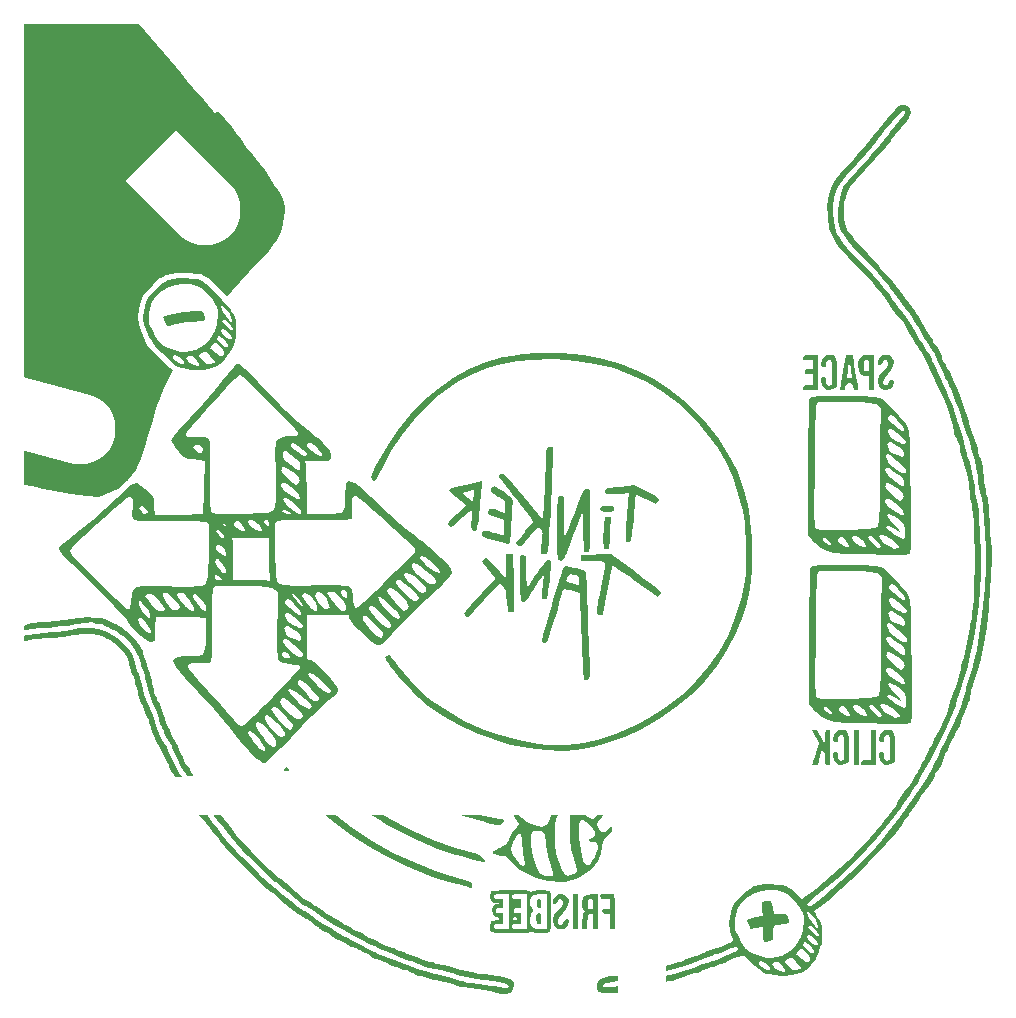
<source format=gbr>
%TF.GenerationSoftware,KiCad,Pcbnew,6.0.4*%
%TF.CreationDate,2022-05-06T01:24:20+02:00*%
%TF.ProjectId,FrisbeeMitBiene02,46726973-6265-4654-9d69-744269656e65,rev?*%
%TF.SameCoordinates,Original*%
%TF.FileFunction,Legend,Bot*%
%TF.FilePolarity,Positive*%
%FSLAX46Y46*%
G04 Gerber Fmt 4.6, Leading zero omitted, Abs format (unit mm)*
G04 Created by KiCad (PCBNEW 6.0.4) date 2022-05-06 01:24:20*
%MOMM*%
%LPD*%
G01*
G04 APERTURE LIST*
G04 Aperture macros list*
%AMFreePoly0*
4,1,34,6.500000,-3.000000,0.000000,-3.000000,0.000000,-2.998354,-0.313585,-2.983566,-0.654430,-2.927750,-0.986600,-2.833129,-1.305693,-2.700956,-1.607480,-2.532984,-1.887961,-2.331438,-2.143418,-2.098990,-2.370465,-1.838721,-2.566093,-1.554081,-2.727708,-1.248842,-2.853170,-0.927051,-2.940814,-0.592971,-2.989479,-0.251034,-2.998520,0.094231,-2.967817,0.438249,-2.897777,0.776457,-2.789329,1.104374,
-2.643910,1.417652,-2.463448,1.712141,-2.250333,1.983936,-2.007392,2.229434,-1.737844,2.445383,-1.445261,2.628920,-1.133522,2.777612,-0.806759,2.889488,-0.469303,2.963064,-0.125627,2.997368,0.000000,2.995395,0.000000,3.000000,6.500000,3.000000,6.500000,-3.000000,6.500000,-3.000000,$1*%
%AMFreePoly1*
4,1,48,0.468453,2.455718,0.772542,2.377641,1.064448,2.262068,1.339567,2.110820,1.593560,1.926283,1.822422,1.711368,1.955916,1.550000,3.250000,1.550000,3.285355,1.535355,3.300000,1.500000,3.300000,-1.500000,3.285355,-1.535355,3.250000,-1.550000,1.955916,-1.550000,1.822422,-1.711368,1.593560,-1.926283,1.339567,-2.110820,1.064448,-2.262068,0.772542,-2.377641,0.468453,-2.455718,
0.156976,-2.495067,-0.156976,-2.495067,-0.468453,-2.455718,-0.772542,-2.377641,-1.064448,-2.262068,-1.339567,-2.110820,-1.593560,-1.926283,-1.822422,-1.711368,-2.022542,-1.469463,-2.190767,-1.204384,-2.324441,-0.920311,-2.421458,-0.621725,-2.480287,-0.313333,-2.500000,0.000000,-2.480287,0.313333,-2.421458,0.621725,-2.324441,0.920311,-2.190767,1.204384,-2.022542,1.469463,-1.822422,1.711368,
-1.593560,1.926283,-1.339567,2.110820,-1.064448,2.262068,-0.772542,2.377641,-0.468453,2.455718,-0.156976,2.495067,0.156976,2.495067,0.468453,2.455718,0.468453,2.455718,$1*%
%AMFreePoly2*
4,1,205,7.182521,5.710736,7.443706,5.587204,7.761243,5.397278,8.100314,5.163383,8.426101,4.907944,8.703784,4.653386,8.954971,4.409700,9.169855,4.245530,9.387025,4.145200,9.663295,4.074428,9.798143,4.042309,10.230343,3.865462,10.521107,3.622399,10.668747,3.336742,10.671575,3.032112,10.527905,2.732132,10.236048,2.460423,9.794316,2.240608,9.605758,2.163409,9.401189,2.023989,
9.284147,1.834159,9.222851,1.703286,9.072734,1.438927,8.893426,1.163881,8.605207,0.753456,8.819195,0.444214,9.078319,-0.010888,9.261609,-0.592703,9.323474,-1.262028,9.303574,-1.681425,9.185076,-2.196464,8.942540,-2.656214,8.555883,-3.108999,8.463215,-3.199504,8.201578,-3.415997,7.928375,-3.559981,7.565167,-3.676376,7.457091,-3.705347,7.173762,-3.771554,6.956637,-3.790481,
6.731695,-3.763017,6.424914,-3.690048,6.311772,-3.661316,6.044745,-3.602582,5.851948,-3.591037,5.666049,-3.628465,5.419716,-3.716645,5.297666,-3.759888,4.696401,-3.878296,4.120325,-3.846327,3.589152,-3.678998,3.122592,-3.391325,2.740357,-2.998326,2.462160,-2.515016,2.307711,-1.956413,2.296723,-1.337532,2.347575,-0.851002,1.580762,-0.422422,1.339775,-0.692134,1.218333,-0.815272,
1.019156,-0.931978,0.758218,-0.961846,0.473301,-0.918040,0.173249,-0.743708,-0.017734,-0.457695,-0.021883,-0.447016,-0.095855,-0.348164,-0.244015,-0.300634,-0.513389,-0.288361,-0.693525,-0.279344,-1.021519,-0.183927,-1.232916,0.025632,-1.343519,0.361708,-1.349979,0.408983,-1.330501,0.719846,-1.196717,1.052493,-0.937646,1.427535,-0.542308,1.865582,-0.371276,2.042521,-0.168880,2.271888,
-0.046653,2.458403,0.022582,2.647617,0.066004,2.885078,0.104883,3.105251,0.339581,3.833494,0.719719,4.515390,1.227083,5.122832,1.843458,5.627718,2.062176,5.730580,2.241926,5.719505,2.333678,5.583433,2.335238,5.565160,2.261513,5.421519,2.064504,5.263102,1.930571,5.170271,1.596259,4.875752,1.255744,4.507078,0.956431,4.118176,0.745728,3.762972,0.650639,3.514288,
0.546356,3.137580,0.475646,2.761182,0.463439,2.670583,0.413544,2.381023,0.342888,2.186157,0.222047,2.026437,0.021591,1.842310,-0.197780,1.636959,-0.487439,1.316701,-0.727086,0.996181,-0.890270,0.711909,-0.950542,0.500395,-0.922092,0.318713,-0.795912,0.146750,-0.604252,0.093122,-0.386207,0.164561,-0.180873,0.367805,-0.142177,0.423231,0.081189,0.710873,0.306662,0.956995,
0.501814,1.128754,0.634215,1.193305,0.733511,1.139803,0.841217,0.985252,0.855944,0.951401,0.884921,0.813024,0.829806,0.673756,0.671292,0.475700,0.598961,0.389946,0.394462,0.068969,0.345234,-0.198275,0.449545,-0.418773,0.581049,-0.533733,0.750196,-0.569800,0.941543,-0.469693,1.182647,-0.226172,1.495502,0.134972,1.732980,-0.010311,1.860112,-0.084927,2.127912,-0.234129,
2.419622,-0.390070,2.528848,-0.448446,2.733545,-0.577451,2.820529,-0.683236,2.818685,-0.795120,2.780328,-0.949660,2.722922,-1.377165,2.718154,-1.812892,2.769032,-2.173306,2.807888,-2.297447,3.047343,-2.738531,3.401093,-3.084586,3.841360,-3.323897,4.340364,-3.444752,4.870327,-3.435434,5.403468,-3.284231,5.509158,-3.239231,5.706261,-3.168010,5.873038,-3.148188,6.073959,-3.177820,
6.373497,-3.254960,6.838700,-3.343057,7.359877,-3.323272,7.821208,-3.153210,8.239595,-2.829013,8.259081,-2.809450,8.576891,-2.451583,8.774135,-2.119171,8.875539,-1.755626,8.905830,-1.304361,8.894256,-0.938397,8.814508,-0.478031,8.640731,-0.069677,8.351385,0.350975,8.015241,0.776229,8.349113,1.155528,8.470455,1.304887,8.707822,1.649077,8.894985,1.982576,8.955736,2.106598,
9.091636,2.326262,9.245896,2.457094,9.470365,2.550251,9.481788,2.554070,9.781235,2.686035,10.047085,2.856197,10.237370,3.032866,10.310125,3.184353,10.247685,3.331435,10.051352,3.489126,9.758271,3.618009,9.406614,3.696448,9.147417,3.740797,8.918596,3.829571,8.754814,3.977162,8.666978,4.082353,8.090110,4.648780,7.401705,5.122431,7.137817,5.286526,6.918419,5.463169,
6.857282,5.587126,6.883444,5.651543,7.009097,5.744867,7.012508,5.745448,7.182521,5.710736,7.182521,5.710736,$1*%
G04 Aperture macros list end*
%ADD10C,6.000000*%
%ADD11FreePoly0,16.000000*%
%ADD12FreePoly0,165.000000*%
%ADD13FreePoly0,135.000000*%
%ADD14FreePoly0,227.000000*%
%ADD15FreePoly1,270.000000*%
%ADD16C,5.000000*%
%ADD17FreePoly1,180.000000*%
%ADD18FreePoly1,90.000000*%
%ADD19FreePoly1,0.000000*%
%ADD20O,1.800000X1.800000*%
%ADD21O,1.500000X1.500000*%
%ADD22FreePoly0,314.000000*%
%ADD23FreePoly0,344.000000*%
%ADD24FreePoly0,286.000000*%
%ADD25FreePoly0,195.000000*%
%ADD26FreePoly0,254.000000*%
%ADD27R,1.700000X1.700000*%
%ADD28O,1.700000X1.700000*%
%ADD29FreePoly0,47.000000*%
%ADD30FreePoly2,180.000000*%
G04 APERTURE END LIST*
%TO.C,G\u002A\u002A\u002A*%
G36*
X123090212Y-91614984D02*
G01*
X123066514Y-91750560D01*
X123026083Y-91981867D01*
X122924151Y-92290101D01*
X122894604Y-92349471D01*
X122763546Y-92612812D01*
X122582501Y-92920069D01*
X122575375Y-92932163D01*
X122158203Y-93504823D01*
X121912985Y-93737844D01*
X121717235Y-93923858D01*
X121498914Y-94050115D01*
X121239809Y-94199958D01*
X120713266Y-94343811D01*
X120328903Y-94391530D01*
X119881168Y-94412662D01*
X119430461Y-94384351D01*
X118897827Y-94304905D01*
X118806003Y-94288475D01*
X118517908Y-94228780D01*
X118276509Y-94154859D01*
X118054336Y-94048862D01*
X117823923Y-93892936D01*
X117557799Y-93669230D01*
X117228497Y-93359890D01*
X117129690Y-93262760D01*
X117734683Y-93262760D01*
X117784391Y-93421457D01*
X117976813Y-93638014D01*
X118044123Y-93695658D01*
X118277466Y-93844432D01*
X118492404Y-93917653D01*
X118649954Y-93906588D01*
X118711133Y-93802504D01*
X118669844Y-93699597D01*
X118524127Y-93528061D01*
X118378573Y-93401373D01*
X118881030Y-93401373D01*
X118920440Y-93502901D01*
X119045697Y-93650695D01*
X119216635Y-93802504D01*
X119219929Y-93805429D01*
X119406261Y-93927774D01*
X119645701Y-94038653D01*
X119876019Y-94098728D01*
X119980835Y-94050115D01*
X119956679Y-93895377D01*
X119800081Y-93637075D01*
X119606829Y-93389336D01*
X119436524Y-93237178D01*
X119285394Y-93201067D01*
X119984486Y-93201067D01*
X119988894Y-93228786D01*
X120081322Y-93391603D01*
X120261429Y-93589889D01*
X120486806Y-93775171D01*
X120665747Y-93876243D01*
X120887624Y-93905514D01*
X121166467Y-93823922D01*
X121378133Y-93737844D01*
X121113822Y-93511789D01*
X121068485Y-93471092D01*
X120892870Y-93275406D01*
X120793099Y-93103055D01*
X120735983Y-92986027D01*
X120614248Y-92873392D01*
X120584746Y-92866837D01*
X120418849Y-92895235D01*
X120219724Y-92983187D01*
X120053045Y-93096521D01*
X119984486Y-93201067D01*
X119285394Y-93201067D01*
X119283879Y-93200705D01*
X119116247Y-93262009D01*
X118981482Y-93336960D01*
X118895767Y-93383322D01*
X118881030Y-93401373D01*
X118378573Y-93401373D01*
X118321627Y-93351808D01*
X118113571Y-93214234D01*
X117951184Y-93158733D01*
X117828322Y-93173760D01*
X117734683Y-93262760D01*
X117129690Y-93262760D01*
X116808548Y-92947067D01*
X116688801Y-92827315D01*
X116281136Y-92394744D01*
X115972633Y-92009740D01*
X115734817Y-91628193D01*
X115539212Y-91205992D01*
X115357344Y-90699026D01*
X115346319Y-90664887D01*
X115282186Y-90424630D01*
X115255839Y-90191836D01*
X115260872Y-90032498D01*
X115690113Y-90032498D01*
X115696075Y-90248178D01*
X115748727Y-90439555D01*
X115855988Y-90671825D01*
X115929159Y-90825602D01*
X116048268Y-91109071D01*
X116120615Y-91326454D01*
X116121637Y-91330511D01*
X116211485Y-91514972D01*
X116385598Y-91762725D01*
X116607252Y-92021334D01*
X116750507Y-92166450D01*
X117013356Y-92386551D01*
X117300729Y-92550696D01*
X117660577Y-92683535D01*
X118140849Y-92809719D01*
X118500933Y-92878118D01*
X118860119Y-92892119D01*
X119232190Y-92833922D01*
X119684800Y-92698660D01*
X119806155Y-92655975D01*
X119950281Y-92593046D01*
X120914157Y-92593046D01*
X120975967Y-92650799D01*
X121024197Y-92672559D01*
X121173464Y-92780026D01*
X121372347Y-92947133D01*
X121545765Y-93094183D01*
X121734364Y-93214296D01*
X121872308Y-93226361D01*
X121996200Y-93141800D01*
X122058749Y-93063962D01*
X122085613Y-92920069D01*
X121999962Y-92736913D01*
X121791615Y-92481644D01*
X121644273Y-92330987D01*
X121420291Y-92176183D01*
X121230636Y-92166930D01*
X121052589Y-92297567D01*
X120946076Y-92455002D01*
X120914157Y-92593046D01*
X119950281Y-92593046D01*
X120142477Y-92509128D01*
X120409484Y-92325477D01*
X120683123Y-92056145D01*
X120695528Y-92042631D01*
X120902882Y-91788117D01*
X121521174Y-91788117D01*
X121605630Y-91948182D01*
X121805542Y-92172079D01*
X121808675Y-92175296D01*
X122037360Y-92368877D01*
X122238653Y-92468178D01*
X122381905Y-92464582D01*
X122436467Y-92349471D01*
X122390663Y-92239068D01*
X122253189Y-92045370D01*
X122056078Y-91820305D01*
X121918104Y-91679772D01*
X121756288Y-91538313D01*
X121657012Y-91500621D01*
X121591708Y-91550067D01*
X121537056Y-91647905D01*
X121521174Y-91788117D01*
X120902882Y-91788117D01*
X121080931Y-91569573D01*
X121325632Y-91135147D01*
X121806576Y-91135147D01*
X121891477Y-91266004D01*
X122089492Y-91467215D01*
X122133144Y-91507412D01*
X122359003Y-91679434D01*
X122565737Y-91787403D01*
X122716672Y-91816164D01*
X122775133Y-91750560D01*
X122771093Y-91719290D01*
X122688878Y-91544749D01*
X122534035Y-91329425D01*
X122350650Y-91129188D01*
X122182809Y-90999910D01*
X122055919Y-90940020D01*
X121934837Y-90925135D01*
X121840443Y-91003778D01*
X121815722Y-91039160D01*
X121806576Y-91135147D01*
X121325632Y-91135147D01*
X121337621Y-91113862D01*
X121489077Y-90621383D01*
X121525495Y-90316590D01*
X121945156Y-90316590D01*
X122052053Y-90478672D01*
X122288263Y-90713181D01*
X122503197Y-90896015D01*
X122700307Y-91020022D01*
X122801876Y-91016252D01*
X122802314Y-90882859D01*
X122782040Y-90830286D01*
X122665662Y-90656434D01*
X122490643Y-90463059D01*
X122297686Y-90288415D01*
X122127496Y-90170758D01*
X122020776Y-90148343D01*
X121956811Y-90204215D01*
X121945156Y-90316590D01*
X121525495Y-90316590D01*
X121558779Y-90038020D01*
X121600235Y-89306400D01*
X121461284Y-89054912D01*
X121835350Y-89054912D01*
X121893913Y-89262857D01*
X121915713Y-89306400D01*
X122029891Y-89534453D01*
X122233113Y-89840838D01*
X122325360Y-89963961D01*
X122513479Y-90200802D01*
X122639463Y-90324550D01*
X122727055Y-90354925D01*
X122799999Y-90311646D01*
X122808765Y-90298330D01*
X122795137Y-90163580D01*
X122702375Y-89944621D01*
X122555022Y-89679700D01*
X122377619Y-89407068D01*
X122194710Y-89164974D01*
X122030835Y-88991668D01*
X121910538Y-88925400D01*
X121864374Y-88939484D01*
X121835350Y-89054912D01*
X121461284Y-89054912D01*
X121225997Y-88629067D01*
X121146051Y-88489457D01*
X120763478Y-87953522D01*
X120330018Y-87564193D01*
X119824293Y-87309906D01*
X119224927Y-87179100D01*
X118510546Y-87160210D01*
X118054742Y-87206839D01*
X117385707Y-87395738D01*
X116811684Y-87723149D01*
X116336085Y-88187461D01*
X116178374Y-88390472D01*
X115997903Y-88660921D01*
X115879704Y-88922422D01*
X115799400Y-89234287D01*
X115732617Y-89655825D01*
X115722926Y-89727316D01*
X115690113Y-90032498D01*
X115260872Y-90032498D01*
X115264789Y-89908486D01*
X115306540Y-89516558D01*
X115378102Y-89057041D01*
X115492396Y-88647453D01*
X115668493Y-88295866D01*
X115932571Y-87951357D01*
X116310805Y-87563007D01*
X116561459Y-87331758D01*
X116953319Y-87028103D01*
X117339005Y-86824080D01*
X117761210Y-86704719D01*
X118262629Y-86655050D01*
X118885955Y-86660105D01*
X118938234Y-86662187D01*
X119361647Y-86683456D01*
X119662978Y-86712586D01*
X119885055Y-86758023D01*
X120070711Y-86828212D01*
X120262775Y-86931599D01*
X120301727Y-86955665D01*
X120549365Y-87140798D01*
X120866448Y-87414323D01*
X121224704Y-87747856D01*
X121595856Y-88113010D01*
X121951630Y-88481400D01*
X122263752Y-88824640D01*
X122503946Y-89114344D01*
X122643940Y-89322126D01*
X122679142Y-89389640D01*
X122807051Y-89617442D01*
X122907174Y-89772067D01*
X123007417Y-89958985D01*
X123091805Y-90298330D01*
X123101046Y-90335489D01*
X123138321Y-90819879D01*
X123135722Y-90882859D01*
X123115178Y-91380733D01*
X123090212Y-91614984D01*
G37*
G36*
X180194027Y-114208547D02*
G01*
X180224384Y-114565630D01*
X180239699Y-114885337D01*
X180245465Y-115005710D01*
X180259636Y-115543164D01*
X180264888Y-115897323D01*
X180269264Y-116192369D01*
X180276715Y-116967702D01*
X180278727Y-117208903D01*
X180284356Y-117883543D01*
X180286496Y-118108276D01*
X180294552Y-118954267D01*
X180296429Y-119131386D01*
X180298922Y-119375312D01*
X180307137Y-120178972D01*
X180314025Y-120933384D01*
X180315289Y-121071830D01*
X180320693Y-121822589D01*
X180323160Y-122443878D01*
X180322816Y-122705763D01*
X180322497Y-122948329D01*
X180318514Y-123348570D01*
X180311021Y-123657233D01*
X180309437Y-123689739D01*
X180299825Y-123886945D01*
X180284737Y-124050338D01*
X180265564Y-124160042D01*
X180242117Y-124228686D01*
X180214205Y-124268900D01*
X180205328Y-124277208D01*
X180149900Y-124311082D01*
X180058729Y-124337587D01*
X179915119Y-124357168D01*
X179702380Y-124370270D01*
X179403816Y-124377338D01*
X179002734Y-124378818D01*
X178482442Y-124375154D01*
X177826246Y-124366793D01*
X177017453Y-124354180D01*
X176499121Y-124345381D01*
X175709450Y-124329498D01*
X175060358Y-124310948D01*
X174533510Y-124287204D01*
X174110574Y-124255743D01*
X173773218Y-124214039D01*
X173503108Y-124159568D01*
X173281911Y-124089806D01*
X173091293Y-124002226D01*
X172912923Y-123894305D01*
X172728467Y-123763518D01*
X172552970Y-123625435D01*
X172245716Y-123358763D01*
X171966467Y-123091237D01*
X171868756Y-122991025D01*
X172848979Y-122991025D01*
X172898303Y-123133903D01*
X173054955Y-123313849D01*
X173165296Y-123404749D01*
X173375312Y-123528091D01*
X173520760Y-123542624D01*
X173575133Y-123441825D01*
X173553494Y-123369425D01*
X173429391Y-123205779D01*
X173242748Y-123043425D01*
X173191247Y-123014753D01*
X174120629Y-123014753D01*
X174160191Y-123176510D01*
X174341502Y-123419107D01*
X174362222Y-123441825D01*
X174396638Y-123479561D01*
X174627805Y-123666532D01*
X174853904Y-123723400D01*
X175017282Y-123701905D01*
X175086959Y-123614823D01*
X175026401Y-123447969D01*
X174835130Y-123187699D01*
X174707596Y-123045227D01*
X174640162Y-122995912D01*
X175328264Y-122995912D01*
X175402952Y-123161882D01*
X175618964Y-123354944D01*
X175963594Y-123561439D01*
X176046952Y-123603587D01*
X176073483Y-123614823D01*
X176276226Y-123700685D01*
X176412922Y-123711099D01*
X176495052Y-123640483D01*
X176510781Y-123601591D01*
X176474149Y-123429658D01*
X176313811Y-123220772D01*
X176051032Y-123005349D01*
X176019155Y-122983979D01*
X175885539Y-122912477D01*
X176707800Y-122912477D01*
X176764103Y-123020213D01*
X176915063Y-123201473D01*
X177127506Y-123415481D01*
X177326628Y-123601591D01*
X177343834Y-123617673D01*
X177486531Y-123741860D01*
X177572151Y-123789465D01*
X177636140Y-123779576D01*
X177713944Y-123731283D01*
X177766720Y-123665237D01*
X177733818Y-123548892D01*
X177595741Y-123348537D01*
X177564919Y-123308816D01*
X177318343Y-123036062D01*
X177086098Y-122848636D01*
X177008458Y-122812469D01*
X177644556Y-122812469D01*
X177687351Y-122971703D01*
X177856863Y-123185371D01*
X178147133Y-123438847D01*
X178259423Y-123522958D01*
X178487108Y-123665237D01*
X178622140Y-123749618D01*
X178921548Y-123850555D01*
X179184300Y-123835974D01*
X179201259Y-123831162D01*
X179304684Y-123777371D01*
X179305956Y-123689739D01*
X179194852Y-123544536D01*
X178961149Y-123318031D01*
X178598555Y-123017517D01*
X178197217Y-122784641D01*
X177849116Y-122707400D01*
X177734436Y-122722295D01*
X177644556Y-122812469D01*
X177008458Y-122812469D01*
X176891429Y-122757953D01*
X176757582Y-122775428D01*
X176707800Y-122912477D01*
X175885539Y-122912477D01*
X175730245Y-122829375D01*
X175518026Y-122806353D01*
X175359198Y-122911760D01*
X175328264Y-122995912D01*
X174640162Y-122995912D01*
X174530013Y-122915359D01*
X174354826Y-122893241D01*
X174223126Y-122921568D01*
X174120629Y-123014753D01*
X173191247Y-123014753D01*
X173048678Y-122935381D01*
X172907517Y-122917378D01*
X172848979Y-122991025D01*
X171868756Y-122991025D01*
X171585467Y-122700483D01*
X171592585Y-121836108D01*
X171593843Y-121689514D01*
X171596969Y-121340752D01*
X171601429Y-120853680D01*
X171604819Y-120487807D01*
X172151219Y-120487807D01*
X172152250Y-120944742D01*
X172156820Y-121303742D01*
X172165134Y-121577696D01*
X172177400Y-121779489D01*
X172193823Y-121922008D01*
X172214609Y-122018142D01*
X172239966Y-122080776D01*
X172270098Y-122122798D01*
X172294166Y-122147608D01*
X172360158Y-122194791D01*
X172459158Y-122229309D01*
X172613885Y-122252880D01*
X172847057Y-122267222D01*
X173181392Y-122274052D01*
X173639608Y-122275088D01*
X174244422Y-122272046D01*
X174646399Y-122268394D01*
X175494544Y-122252047D01*
X176181121Y-122224729D01*
X176711385Y-122186103D01*
X177090588Y-122135829D01*
X177323986Y-122073569D01*
X177347215Y-122063389D01*
X177389709Y-122038277D01*
X178240544Y-122038277D01*
X178326251Y-122184144D01*
X178560203Y-122400583D01*
X178944083Y-122690017D01*
X179151553Y-122831702D01*
X179456868Y-123000693D01*
X179664096Y-123039525D01*
X179785762Y-122942961D01*
X179834392Y-122705763D01*
X179822511Y-122322693D01*
X179808495Y-122190621D01*
X179729111Y-121869792D01*
X179579447Y-121636486D01*
X179442895Y-121504571D01*
X179183305Y-121299912D01*
X178901713Y-121114951D01*
X178647294Y-120981008D01*
X178469224Y-120929400D01*
X178398828Y-120936594D01*
X178322033Y-121016695D01*
X178384585Y-121186504D01*
X178587126Y-121447236D01*
X178930300Y-121800106D01*
X179169898Y-122043982D01*
X179354881Y-122265561D01*
X179429200Y-122402468D01*
X179391725Y-122444842D01*
X179241324Y-122382820D01*
X178976869Y-122206539D01*
X178845820Y-122118584D01*
X178606377Y-121994231D01*
X178426787Y-121945400D01*
X178301398Y-121960559D01*
X178240544Y-122038277D01*
X177389709Y-122038277D01*
X177438233Y-122009602D01*
X177511005Y-121928669D01*
X177567775Y-121802815D01*
X177610783Y-121614268D01*
X177642271Y-121345255D01*
X177664481Y-120978001D01*
X177679653Y-120494734D01*
X177690030Y-119877680D01*
X177690286Y-119852569D01*
X178147133Y-119852569D01*
X178154397Y-119917045D01*
X178283849Y-120156508D01*
X178575922Y-120434350D01*
X179031543Y-120751515D01*
X179255957Y-120880048D01*
X179517579Y-120989720D01*
X179692228Y-121009517D01*
X179755800Y-120933384D01*
X179754671Y-120905289D01*
X179654740Y-120641368D01*
X179394955Y-120333989D01*
X178977864Y-119986253D01*
X178810521Y-119866128D01*
X178505160Y-119680354D01*
X178299533Y-119617251D01*
X178183552Y-119675197D01*
X178147133Y-119852569D01*
X177690286Y-119852569D01*
X177697852Y-119109067D01*
X177702506Y-118573956D01*
X177702896Y-118530325D01*
X178159350Y-118530325D01*
X178236699Y-118765721D01*
X178466419Y-119059167D01*
X178850657Y-119413770D01*
X178897372Y-119452544D01*
X179137596Y-119643510D01*
X179323636Y-119777921D01*
X179418490Y-119828733D01*
X179440549Y-119827116D01*
X179591033Y-119737052D01*
X179695099Y-119561862D01*
X179705978Y-119375312D01*
X179690583Y-119327904D01*
X179614588Y-119166210D01*
X179489018Y-119018214D01*
X179281265Y-118851564D01*
X178958722Y-118633910D01*
X178858584Y-118569600D01*
X178562727Y-118396123D01*
X178367061Y-118320484D01*
X178246401Y-118336364D01*
X178175559Y-118437445D01*
X178159350Y-118530325D01*
X177702896Y-118530325D01*
X177710269Y-117704633D01*
X177715478Y-117135171D01*
X178152365Y-117135171D01*
X178204345Y-117338314D01*
X178381114Y-117596051D01*
X178673566Y-117894153D01*
X179072591Y-118218390D01*
X179202284Y-118313448D01*
X179438593Y-118474291D01*
X179584628Y-118542220D01*
X179669528Y-118527122D01*
X179722438Y-118438885D01*
X179734730Y-118404603D01*
X179758095Y-118108276D01*
X179617434Y-117848289D01*
X179311596Y-117622357D01*
X179178748Y-117545838D01*
X178888328Y-117351859D01*
X178660484Y-117166859D01*
X178635729Y-117143765D01*
X178432397Y-117001884D01*
X178279188Y-116978745D01*
X178234282Y-117000851D01*
X178152365Y-117135171D01*
X177715478Y-117135171D01*
X177718704Y-116782508D01*
X177724724Y-116138219D01*
X178240679Y-116138219D01*
X178353421Y-116431664D01*
X178386409Y-116486559D01*
X178569742Y-116705792D01*
X178831687Y-116954482D01*
X179121991Y-117187631D01*
X179390401Y-117360237D01*
X179577822Y-117439188D01*
X179790557Y-117456200D01*
X179905030Y-117370546D01*
X179912939Y-117208903D01*
X179805982Y-116997944D01*
X179575857Y-116764347D01*
X179445550Y-116658276D01*
X179142007Y-116403750D01*
X178857512Y-116157334D01*
X178836552Y-116138980D01*
X178562457Y-115945249D01*
X178361146Y-115886331D01*
X178248571Y-115953548D01*
X178240679Y-116138219D01*
X177724724Y-116138219D01*
X177727295Y-115863114D01*
X177735527Y-115001984D01*
X177735663Y-114988212D01*
X178332504Y-114988212D01*
X178348636Y-115194537D01*
X178475667Y-115479763D01*
X178752145Y-115739127D01*
X179151177Y-115928926D01*
X179196364Y-115943797D01*
X179415222Y-116018428D01*
X179552593Y-116069388D01*
X179578523Y-116077650D01*
X179700390Y-116037412D01*
X179769927Y-115897323D01*
X179754053Y-115715494D01*
X179666505Y-115564802D01*
X179457688Y-115344538D01*
X179186774Y-115135972D01*
X178897703Y-114967561D01*
X178634412Y-114867760D01*
X178440840Y-114865026D01*
X178399852Y-114884692D01*
X178332504Y-114988212D01*
X177735663Y-114988212D01*
X177742885Y-114254649D01*
X177747064Y-113838567D01*
X178391102Y-113838567D01*
X178402865Y-114024970D01*
X178546669Y-114331839D01*
X178829815Y-114611970D01*
X179233653Y-114843123D01*
X179280528Y-114863301D01*
X179571441Y-114971475D01*
X179756214Y-114997305D01*
X179868689Y-114946289D01*
X179911291Y-114885337D01*
X179902522Y-114780031D01*
X179795551Y-114627663D01*
X179574111Y-114397955D01*
X179488179Y-114315841D01*
X179165606Y-114044120D01*
X178872034Y-113849856D01*
X178630041Y-113743726D01*
X178462205Y-113736404D01*
X178391102Y-113838567D01*
X177747064Y-113838567D01*
X177757459Y-112803702D01*
X178413549Y-112803702D01*
X178420990Y-112909755D01*
X178480039Y-113019382D01*
X178612515Y-113155908D01*
X178840239Y-113342656D01*
X179185033Y-113602947D01*
X179302244Y-113689757D01*
X179497486Y-113828391D01*
X179607755Y-113885833D01*
X179668650Y-113876217D01*
X179715768Y-113813677D01*
X179718062Y-113809768D01*
X179723000Y-113704022D01*
X179639780Y-113536855D01*
X179456753Y-113289986D01*
X179162267Y-112945132D01*
X179120681Y-112899184D01*
X178859177Y-112662590D01*
X178645811Y-112562141D01*
X178493779Y-112600736D01*
X178416275Y-112781273D01*
X178413549Y-112803702D01*
X177757459Y-112803702D01*
X177766133Y-111940231D01*
X177540980Y-111746482D01*
X177495336Y-111710466D01*
X177370620Y-111639515D01*
X177202096Y-111582213D01*
X176971832Y-111536809D01*
X176661899Y-111501556D01*
X176254363Y-111474702D01*
X175731293Y-111454499D01*
X175074760Y-111439198D01*
X174266829Y-111427049D01*
X174163561Y-111425775D01*
X173584976Y-111420060D01*
X173150065Y-111419813D01*
X172836633Y-111426471D01*
X172622480Y-111441470D01*
X172485409Y-111466248D01*
X172403223Y-111502241D01*
X172353724Y-111550886D01*
X172335485Y-111597719D01*
X172313361Y-111729717D01*
X172293346Y-111950568D01*
X172275121Y-112270332D01*
X172258364Y-112699069D01*
X172242754Y-113246840D01*
X172227971Y-113923703D01*
X172213693Y-114739719D01*
X172199600Y-115704948D01*
X172185371Y-116829450D01*
X172178355Y-117422987D01*
X172167295Y-118400528D01*
X172158948Y-119228587D01*
X172153520Y-119920051D01*
X172151219Y-120487807D01*
X171604819Y-120487807D01*
X171607051Y-120246901D01*
X171613659Y-119539016D01*
X171621081Y-118748628D01*
X171629142Y-117894338D01*
X171637668Y-116994749D01*
X171646486Y-116068462D01*
X171693269Y-111165191D01*
X171893368Y-111062475D01*
X171905253Y-111056901D01*
X172106237Y-111009128D01*
X172446618Y-110971198D01*
X172899564Y-110942949D01*
X173438244Y-110924216D01*
X174035825Y-110914836D01*
X174665475Y-110914647D01*
X175300363Y-110923483D01*
X175913657Y-110941182D01*
X176478525Y-110967581D01*
X176968134Y-111002515D01*
X177355653Y-111045821D01*
X177614251Y-111097336D01*
X177715135Y-111133333D01*
X178013428Y-111299299D01*
X178356266Y-111573970D01*
X178727987Y-111940231D01*
X178757757Y-111969564D01*
X179232007Y-112498297D01*
X179333278Y-112614425D01*
X179523030Y-112825134D01*
X179684575Y-113003817D01*
X179820281Y-113164854D01*
X179932512Y-113322621D01*
X180023636Y-113491496D01*
X180096019Y-113685857D01*
X180100363Y-113704022D01*
X180152027Y-113920082D01*
X180194027Y-114208547D01*
G37*
G36*
X153546467Y-141770733D02*
G01*
X153469990Y-141768193D01*
X153393243Y-141738367D01*
X153352952Y-141645754D01*
X153337383Y-141454839D01*
X153334800Y-141130109D01*
X153334800Y-140489486D01*
X153101967Y-140516276D01*
X153028427Y-140526384D01*
X152936996Y-140562763D01*
X152885986Y-140654713D01*
X152860155Y-140840128D01*
X152844258Y-141156900D01*
X152835258Y-141363018D01*
X152816083Y-141595791D01*
X152778861Y-141717166D01*
X152708588Y-141763411D01*
X152590258Y-141770792D01*
X152361133Y-141770851D01*
X152403467Y-141079337D01*
X152435771Y-140721156D01*
X152486906Y-140458533D01*
X152551519Y-140352594D01*
X152564927Y-140347568D01*
X152606917Y-140280257D01*
X152530353Y-140136210D01*
X152495822Y-140071593D01*
X152429714Y-139833664D01*
X152413063Y-139654067D01*
X152869133Y-139654067D01*
X152870058Y-139761771D01*
X152890152Y-139946581D01*
X152958103Y-140030230D01*
X153101967Y-140061857D01*
X153220829Y-140069932D01*
X153299507Y-140033371D01*
X153329817Y-139908201D01*
X153334800Y-139654067D01*
X153331799Y-139432557D01*
X153307361Y-139288518D01*
X153238430Y-139239875D01*
X153101967Y-139246276D01*
X153036212Y-139255355D01*
X152924686Y-139301069D01*
X152878345Y-139417593D01*
X152869133Y-139654067D01*
X152413063Y-139654067D01*
X152403467Y-139550561D01*
X152404839Y-139468884D01*
X152456406Y-139149397D01*
X152599242Y-138946026D01*
X152856201Y-138838713D01*
X153250133Y-138807400D01*
X153758133Y-138807400D01*
X153758133Y-141770733D01*
X153546467Y-141770733D01*
G37*
G36*
X180109360Y-99899880D02*
G01*
X180139717Y-100256964D01*
X180155032Y-100576670D01*
X180160798Y-100697044D01*
X180174969Y-101234497D01*
X180180222Y-101588657D01*
X180184598Y-101883702D01*
X180192049Y-102659036D01*
X180194061Y-102900236D01*
X180199689Y-103574876D01*
X180201829Y-103799609D01*
X180209885Y-104645601D01*
X180211762Y-104822719D01*
X180214255Y-105066645D01*
X180222470Y-105870305D01*
X180229358Y-106624717D01*
X180230622Y-106763163D01*
X180236027Y-107513922D01*
X180238493Y-108135212D01*
X180238149Y-108397097D01*
X180237830Y-108639662D01*
X180233848Y-109039904D01*
X180226354Y-109348566D01*
X180224770Y-109381072D01*
X180215158Y-109578279D01*
X180200070Y-109741672D01*
X180180898Y-109851375D01*
X180157451Y-109920019D01*
X180129538Y-109960233D01*
X180120661Y-109968541D01*
X180065234Y-110002416D01*
X179974062Y-110028921D01*
X179830453Y-110048501D01*
X179617713Y-110061603D01*
X179319149Y-110068671D01*
X178918068Y-110070151D01*
X178397776Y-110066488D01*
X177741580Y-110058127D01*
X176932787Y-110045513D01*
X176414455Y-110036714D01*
X175624784Y-110020832D01*
X174975691Y-110002281D01*
X174448843Y-109978538D01*
X174025908Y-109947076D01*
X173688551Y-109905373D01*
X173418441Y-109850902D01*
X173197244Y-109781139D01*
X173006627Y-109693559D01*
X172828256Y-109585638D01*
X172643800Y-109454851D01*
X172468304Y-109316768D01*
X172161049Y-109050097D01*
X171881800Y-108782571D01*
X171784089Y-108682358D01*
X172764313Y-108682358D01*
X172813636Y-108825236D01*
X172970288Y-109005182D01*
X173080629Y-109096082D01*
X173290645Y-109219425D01*
X173436093Y-109233957D01*
X173490467Y-109133158D01*
X173468828Y-109060759D01*
X173344724Y-108897112D01*
X173158082Y-108734758D01*
X173106581Y-108706086D01*
X174035962Y-108706086D01*
X174075524Y-108867843D01*
X174256835Y-109110440D01*
X174277555Y-109133158D01*
X174311972Y-109170894D01*
X174543139Y-109357865D01*
X174769238Y-109414733D01*
X174932615Y-109393238D01*
X175002292Y-109306156D01*
X174941734Y-109139303D01*
X174750463Y-108879032D01*
X174622929Y-108736560D01*
X174555495Y-108687245D01*
X175243597Y-108687245D01*
X175318286Y-108853216D01*
X175534297Y-109046277D01*
X175878927Y-109252773D01*
X175962285Y-109294920D01*
X175988816Y-109306156D01*
X176191559Y-109392018D01*
X176328255Y-109402432D01*
X176410385Y-109331816D01*
X176426114Y-109292925D01*
X176389482Y-109120992D01*
X176229145Y-108912105D01*
X175966365Y-108696682D01*
X175934489Y-108675312D01*
X175800873Y-108603811D01*
X176623133Y-108603811D01*
X176679437Y-108711547D01*
X176830396Y-108892806D01*
X177042840Y-109106814D01*
X177241962Y-109292925D01*
X177259167Y-109309006D01*
X177401865Y-109433193D01*
X177487485Y-109480798D01*
X177551473Y-109470910D01*
X177629277Y-109422616D01*
X177682054Y-109356570D01*
X177649151Y-109240226D01*
X177511074Y-109039870D01*
X177480253Y-109000149D01*
X177233676Y-108727395D01*
X177001431Y-108539970D01*
X176923791Y-108503803D01*
X177559889Y-108503803D01*
X177602684Y-108663036D01*
X177772196Y-108876704D01*
X178062467Y-109130181D01*
X178174756Y-109214292D01*
X178402441Y-109356570D01*
X178537474Y-109440951D01*
X178836882Y-109541888D01*
X179099633Y-109527307D01*
X179116593Y-109522496D01*
X179220017Y-109468705D01*
X179221289Y-109381072D01*
X179110186Y-109235869D01*
X178876483Y-109009364D01*
X178513888Y-108708850D01*
X178112551Y-108475974D01*
X177764449Y-108398733D01*
X177649770Y-108413628D01*
X177559889Y-108503803D01*
X176923791Y-108503803D01*
X176806762Y-108449287D01*
X176672915Y-108466762D01*
X176623133Y-108603811D01*
X175800873Y-108603811D01*
X175645578Y-108520709D01*
X175433360Y-108497686D01*
X175274531Y-108603093D01*
X175243597Y-108687245D01*
X174555495Y-108687245D01*
X174445347Y-108606692D01*
X174270159Y-108584575D01*
X174138460Y-108612901D01*
X174035962Y-108706086D01*
X173106581Y-108706086D01*
X172964012Y-108626714D01*
X172822850Y-108608711D01*
X172764313Y-108682358D01*
X171784089Y-108682358D01*
X171500800Y-108391817D01*
X171507919Y-107527442D01*
X171509176Y-107380847D01*
X171512302Y-107032085D01*
X171516763Y-106545014D01*
X171520152Y-106179140D01*
X172066552Y-106179140D01*
X172067583Y-106636075D01*
X172072153Y-106995076D01*
X172080468Y-107269029D01*
X172092733Y-107470822D01*
X172109156Y-107613342D01*
X172129943Y-107709475D01*
X172155299Y-107772109D01*
X172185432Y-107814131D01*
X172209499Y-107838942D01*
X172275491Y-107886124D01*
X172374491Y-107920642D01*
X172529218Y-107944214D01*
X172762391Y-107958556D01*
X173096725Y-107965386D01*
X173554941Y-107966421D01*
X174159756Y-107963379D01*
X174561732Y-107959727D01*
X175409877Y-107943380D01*
X176096454Y-107916063D01*
X176626718Y-107877436D01*
X177005922Y-107827162D01*
X177239319Y-107764902D01*
X177262549Y-107754722D01*
X177305044Y-107729610D01*
X178155877Y-107729610D01*
X178241585Y-107875477D01*
X178475537Y-108091916D01*
X178859417Y-108381350D01*
X179066886Y-108523035D01*
X179372202Y-108692026D01*
X179579430Y-108730859D01*
X179701095Y-108634295D01*
X179749725Y-108397097D01*
X179737845Y-108014027D01*
X179723828Y-107881954D01*
X179644444Y-107561125D01*
X179494780Y-107327819D01*
X179358229Y-107195904D01*
X179098638Y-106991245D01*
X178817046Y-106806285D01*
X178562627Y-106672341D01*
X178384557Y-106620733D01*
X178314161Y-106627928D01*
X178237367Y-106708028D01*
X178299918Y-106877837D01*
X178502459Y-107138569D01*
X178845633Y-107491439D01*
X179085231Y-107735316D01*
X179270215Y-107956894D01*
X179344534Y-108093802D01*
X179307058Y-108136176D01*
X179156658Y-108074154D01*
X178892202Y-107897873D01*
X178761154Y-107809917D01*
X178521710Y-107685564D01*
X178342121Y-107636733D01*
X178216731Y-107651892D01*
X178155877Y-107729610D01*
X177305044Y-107729610D01*
X177353566Y-107700936D01*
X177426339Y-107620002D01*
X177483108Y-107494149D01*
X177526116Y-107305602D01*
X177557604Y-107036588D01*
X177579814Y-106669334D01*
X177594986Y-106186067D01*
X177605363Y-105569013D01*
X177605619Y-105543902D01*
X178062467Y-105543902D01*
X178069730Y-105608378D01*
X178199182Y-105847841D01*
X178491255Y-106125683D01*
X178946876Y-106442848D01*
X179171290Y-106571381D01*
X179432912Y-106681054D01*
X179607561Y-106700850D01*
X179671133Y-106624717D01*
X179670004Y-106596622D01*
X179570073Y-106332701D01*
X179310288Y-106025322D01*
X178893198Y-105677586D01*
X178725854Y-105557462D01*
X178420493Y-105371687D01*
X178214866Y-105308585D01*
X178098886Y-105366531D01*
X178062467Y-105543902D01*
X177605619Y-105543902D01*
X177613186Y-104800400D01*
X177617839Y-104265290D01*
X177618229Y-104221659D01*
X178074683Y-104221659D01*
X178152032Y-104457054D01*
X178381752Y-104750500D01*
X178765990Y-105105103D01*
X178812705Y-105143878D01*
X179052929Y-105334844D01*
X179238970Y-105469254D01*
X179333823Y-105520067D01*
X179355883Y-105518449D01*
X179506366Y-105428385D01*
X179610433Y-105253195D01*
X179621312Y-105066645D01*
X179605916Y-105019238D01*
X179529922Y-104857544D01*
X179404351Y-104709548D01*
X179196598Y-104542898D01*
X178874056Y-104325243D01*
X178773918Y-104260933D01*
X178478060Y-104087457D01*
X178282395Y-104011817D01*
X178161734Y-104027697D01*
X178090893Y-104128778D01*
X178074683Y-104221659D01*
X177618229Y-104221659D01*
X177625602Y-103395966D01*
X177630811Y-102826504D01*
X178067699Y-102826504D01*
X178119679Y-103029647D01*
X178296448Y-103287384D01*
X178588899Y-103585486D01*
X178987925Y-103909723D01*
X179117617Y-104004781D01*
X179353927Y-104165625D01*
X179499961Y-104233554D01*
X179584862Y-104218456D01*
X179637771Y-104130219D01*
X179650064Y-104095936D01*
X179673429Y-103799609D01*
X179532767Y-103539622D01*
X179226930Y-103313691D01*
X179094081Y-103237172D01*
X178803661Y-103043193D01*
X178575817Y-102858193D01*
X178551063Y-102835098D01*
X178347731Y-102693217D01*
X178194521Y-102670078D01*
X178149615Y-102692184D01*
X178067699Y-102826504D01*
X177630811Y-102826504D01*
X177634037Y-102473841D01*
X177640057Y-101829552D01*
X178156012Y-101829552D01*
X178268754Y-102122997D01*
X178301742Y-102177893D01*
X178485075Y-102397125D01*
X178747020Y-102645815D01*
X179037325Y-102878964D01*
X179305734Y-103051570D01*
X179493156Y-103130521D01*
X179705891Y-103147533D01*
X179820364Y-103061880D01*
X179828273Y-102900236D01*
X179721316Y-102689278D01*
X179491190Y-102455681D01*
X179360883Y-102349609D01*
X179057340Y-102095084D01*
X178772845Y-101848668D01*
X178751885Y-101830313D01*
X178477790Y-101636582D01*
X178276480Y-101577665D01*
X178163904Y-101644881D01*
X178156012Y-101829552D01*
X177640057Y-101829552D01*
X177642628Y-101554448D01*
X177650860Y-100693317D01*
X177650996Y-100679546D01*
X178247838Y-100679546D01*
X178263969Y-100885870D01*
X178391001Y-101171096D01*
X178667479Y-101430460D01*
X179066510Y-101620259D01*
X179111698Y-101635130D01*
X179330556Y-101709761D01*
X179467926Y-101760721D01*
X179493857Y-101768984D01*
X179615723Y-101728745D01*
X179685260Y-101588657D01*
X179669387Y-101406828D01*
X179581838Y-101256135D01*
X179373021Y-101035871D01*
X179102108Y-100827306D01*
X178813036Y-100658895D01*
X178549745Y-100559094D01*
X178356173Y-100556359D01*
X178315186Y-100576025D01*
X178247838Y-100679546D01*
X177650996Y-100679546D01*
X177658218Y-99945982D01*
X177662398Y-99529900D01*
X178306435Y-99529900D01*
X178318199Y-99716303D01*
X178462002Y-100023173D01*
X178745148Y-100303303D01*
X179148986Y-100534456D01*
X179195861Y-100554634D01*
X179486774Y-100662808D01*
X179671547Y-100688638D01*
X179784022Y-100637622D01*
X179826624Y-100576670D01*
X179817855Y-100471364D01*
X179710884Y-100318997D01*
X179489444Y-100089288D01*
X179403512Y-100007174D01*
X179080939Y-99735453D01*
X178787367Y-99541190D01*
X178545374Y-99435059D01*
X178377538Y-99427737D01*
X178306435Y-99529900D01*
X177662398Y-99529900D01*
X177672793Y-98495036D01*
X178328882Y-98495036D01*
X178336324Y-98601088D01*
X178395372Y-98710716D01*
X178527848Y-98847242D01*
X178755572Y-99033989D01*
X179100366Y-99294281D01*
X179217577Y-99381090D01*
X179412819Y-99519725D01*
X179523088Y-99577167D01*
X179583983Y-99567550D01*
X179631101Y-99505010D01*
X179633395Y-99501101D01*
X179638333Y-99395355D01*
X179555114Y-99228188D01*
X179372086Y-98981319D01*
X179077600Y-98636466D01*
X179036015Y-98590517D01*
X178774510Y-98353923D01*
X178561144Y-98253475D01*
X178409113Y-98292070D01*
X178331609Y-98472606D01*
X178328882Y-98495036D01*
X177672793Y-98495036D01*
X177681467Y-97631564D01*
X177456313Y-97437816D01*
X177410669Y-97401800D01*
X177285953Y-97330849D01*
X177117429Y-97273546D01*
X176887166Y-97228143D01*
X176577232Y-97192889D01*
X176169696Y-97166035D01*
X175646627Y-97145833D01*
X174990093Y-97130531D01*
X174182163Y-97118382D01*
X174078895Y-97117108D01*
X173500309Y-97111393D01*
X173065399Y-97111146D01*
X172751966Y-97117804D01*
X172537813Y-97132803D01*
X172400742Y-97157581D01*
X172318556Y-97193574D01*
X172269058Y-97242219D01*
X172250819Y-97289053D01*
X172228694Y-97421050D01*
X172208680Y-97641901D01*
X172190454Y-97961666D01*
X172173697Y-98390403D01*
X172158087Y-98938173D01*
X172143304Y-99615036D01*
X172129026Y-100431053D01*
X172114933Y-101396282D01*
X172100705Y-102520784D01*
X172093688Y-103114320D01*
X172082628Y-104091861D01*
X172074281Y-104919920D01*
X172068854Y-105611384D01*
X172066552Y-106179140D01*
X171520152Y-106179140D01*
X171522384Y-105938234D01*
X171528993Y-105230350D01*
X171536414Y-104439961D01*
X171544475Y-103585671D01*
X171553002Y-102686082D01*
X171561820Y-101759795D01*
X171608602Y-96856524D01*
X171808701Y-96753808D01*
X171820586Y-96748235D01*
X172021570Y-96700461D01*
X172361951Y-96662532D01*
X172814897Y-96634282D01*
X173353577Y-96615549D01*
X173951158Y-96606170D01*
X174580808Y-96605980D01*
X175215697Y-96614816D01*
X175828990Y-96632516D01*
X176393858Y-96658914D01*
X176883467Y-96693848D01*
X177270987Y-96737154D01*
X177529584Y-96788669D01*
X177630469Y-96824666D01*
X177928761Y-96990632D01*
X178271600Y-97265304D01*
X178643319Y-97631564D01*
X178673090Y-97660898D01*
X179147340Y-98189631D01*
X179248611Y-98305758D01*
X179438363Y-98516467D01*
X179599909Y-98695151D01*
X179735614Y-98856187D01*
X179847846Y-99013955D01*
X179938970Y-99182830D01*
X180011353Y-99377191D01*
X180015696Y-99395355D01*
X180067361Y-99611415D01*
X180109360Y-99899880D01*
G37*
G36*
X152835115Y-113649749D02*
G01*
X152845775Y-113935899D01*
X152875108Y-114720839D01*
X152907740Y-115591274D01*
X152941449Y-116488008D01*
X152974008Y-117351845D01*
X153003196Y-118123589D01*
X153012964Y-118386883D01*
X153035653Y-119075353D01*
X153048037Y-119613963D01*
X153050059Y-120017109D01*
X153041661Y-120299192D01*
X153022783Y-120474607D01*
X152993369Y-120557755D01*
X152849275Y-120650712D01*
X152669195Y-120670715D01*
X152543197Y-120603241D01*
X152537023Y-120569951D01*
X152521604Y-120387774D01*
X152501627Y-120063991D01*
X152477966Y-119616477D01*
X152451497Y-119063109D01*
X152423098Y-118421761D01*
X152393642Y-117710309D01*
X152364008Y-116946627D01*
X152347856Y-116523293D01*
X152318475Y-115786597D01*
X152289970Y-115112227D01*
X152263190Y-114518000D01*
X152238983Y-114021733D01*
X152218198Y-113641242D01*
X152201682Y-113394345D01*
X152190286Y-113298860D01*
X152142006Y-113271131D01*
X151966315Y-113212402D01*
X151709576Y-113142583D01*
X151420567Y-113073173D01*
X151148070Y-113015669D01*
X150940863Y-112981572D01*
X150847728Y-112982380D01*
X150846747Y-112984009D01*
X150811819Y-113084986D01*
X150735791Y-113325148D01*
X150625121Y-113683450D01*
X150486266Y-114138845D01*
X150325684Y-114670288D01*
X150149835Y-115256733D01*
X150040250Y-115622266D01*
X149857889Y-116221420D01*
X149712128Y-116683163D01*
X149596732Y-117024390D01*
X149505469Y-117261998D01*
X149432106Y-117412880D01*
X149370410Y-117493933D01*
X149314150Y-117522051D01*
X149218156Y-117532537D01*
X149126057Y-117528634D01*
X149061785Y-117493010D01*
X149027680Y-117411175D01*
X149026083Y-117268640D01*
X149059333Y-117050917D01*
X149129773Y-116743516D01*
X149239741Y-116331949D01*
X149391579Y-115801727D01*
X149587628Y-115138361D01*
X149830228Y-114327363D01*
X149851952Y-114254938D01*
X150060459Y-113565176D01*
X150256664Y-112925416D01*
X150434617Y-112354389D01*
X150477387Y-112219875D01*
X151078311Y-112219875D01*
X151099105Y-112324438D01*
X151211275Y-112390223D01*
X151451684Y-112455432D01*
X151581891Y-112487720D01*
X151838004Y-112553323D01*
X152006300Y-112599267D01*
X152089256Y-112618079D01*
X152147714Y-112588662D01*
X152164858Y-112464572D01*
X152154784Y-112208733D01*
X152133874Y-112025170D01*
X152063893Y-111886945D01*
X151906537Y-111806535D01*
X151621055Y-111748824D01*
X151473841Y-111728942D01*
X151277871Y-111741901D01*
X151169988Y-111851985D01*
X151100771Y-112091770D01*
X151078311Y-112219875D01*
X150477387Y-112219875D01*
X150588371Y-111870827D01*
X150711975Y-111493460D01*
X150799483Y-111241020D01*
X150844944Y-111132238D01*
X150889507Y-111084234D01*
X150973256Y-111050791D01*
X151117979Y-111051443D01*
X151358411Y-111087251D01*
X151729287Y-111159279D01*
X151916489Y-111198863D01*
X152249651Y-111278462D01*
X152504096Y-111351305D01*
X152635910Y-111405466D01*
X152656501Y-111429021D01*
X152693179Y-111529689D01*
X152725108Y-111715764D01*
X152753776Y-112004026D01*
X152780674Y-112411257D01*
X152783287Y-112464572D01*
X152807290Y-112954238D01*
X152835115Y-113649749D01*
G37*
G36*
X152064800Y-141770733D02*
G01*
X151641467Y-141770733D01*
X151641467Y-138807400D01*
X152064800Y-138807400D01*
X152064800Y-141770733D01*
G37*
G36*
X150423665Y-129678247D02*
G01*
X150580087Y-129826329D01*
X150754302Y-130072935D01*
X150920630Y-130379424D01*
X151053388Y-130707151D01*
X151103835Y-130880246D01*
X151109780Y-131019564D01*
X151042520Y-131098163D01*
X151033025Y-131104097D01*
X150857833Y-131166582D01*
X150729851Y-131088933D01*
X150623806Y-130856567D01*
X150605066Y-130803459D01*
X150472341Y-130506694D01*
X150311043Y-130223664D01*
X150237448Y-130099540D01*
X150157110Y-129863044D01*
X150196028Y-129706978D01*
X150352643Y-129652743D01*
X150423665Y-129678247D01*
G37*
G36*
X175861133Y-127872067D02*
G01*
X175437800Y-127872067D01*
X175437800Y-124908733D01*
X175861133Y-124908733D01*
X175861133Y-127872067D01*
G37*
G36*
X154790540Y-108102400D02*
G01*
X154784874Y-108296040D01*
X154764391Y-108736536D01*
X154736758Y-109102046D01*
X154704703Y-109361124D01*
X154670949Y-109482319D01*
X154589055Y-109540272D01*
X154405542Y-109566986D01*
X154320757Y-109541781D01*
X154258514Y-109462319D01*
X154225034Y-109291923D01*
X154206783Y-108991400D01*
X154204209Y-108899783D01*
X154206107Y-108518176D01*
X154221897Y-108070920D01*
X154249116Y-107636733D01*
X154313467Y-106832400D01*
X154821467Y-106832400D01*
X154790540Y-108102400D01*
G37*
G36*
X150600870Y-93010746D02*
G01*
X151610595Y-93080420D01*
X152587335Y-93197783D01*
X154189366Y-93495153D01*
X155689883Y-93917951D01*
X157103864Y-94473375D01*
X158446291Y-95168620D01*
X159732142Y-96010885D01*
X160976398Y-97007367D01*
X162194039Y-98165262D01*
X162970192Y-99008659D01*
X163960051Y-100261921D01*
X164792513Y-101558474D01*
X165473550Y-102909170D01*
X166009137Y-104324861D01*
X166405247Y-105816400D01*
X166506269Y-106315363D01*
X166634669Y-107086807D01*
X166722604Y-107851272D01*
X166773512Y-108652309D01*
X166790832Y-109533463D01*
X166777999Y-110538282D01*
X166749092Y-111329140D01*
X166686208Y-112201267D01*
X166586681Y-112986037D01*
X166443105Y-113728091D01*
X166248072Y-114472071D01*
X165994176Y-115262617D01*
X165435635Y-116676468D01*
X164691853Y-118133766D01*
X163810212Y-119494072D01*
X162790087Y-120758078D01*
X161630850Y-121926477D01*
X160331875Y-122999960D01*
X158892538Y-123979221D01*
X157312211Y-124864952D01*
X156225890Y-125377870D01*
X154753521Y-125944661D01*
X153310046Y-126349836D01*
X151900467Y-126591801D01*
X150753877Y-126668656D01*
X149330542Y-126628150D01*
X147865957Y-126449851D01*
X146381087Y-126140047D01*
X144896896Y-125705025D01*
X143434348Y-125151072D01*
X142014407Y-124484477D01*
X140658036Y-123711526D01*
X139386201Y-122838507D01*
X139190760Y-122686688D01*
X138595515Y-122178077D01*
X137976875Y-121590831D01*
X137376367Y-120967397D01*
X136835514Y-120350222D01*
X136395841Y-119781753D01*
X136163346Y-119452969D01*
X135953427Y-119150262D01*
X135821495Y-118943574D01*
X135756782Y-118809347D01*
X135748516Y-118724025D01*
X135785927Y-118664048D01*
X135858246Y-118605859D01*
X135975645Y-118524245D01*
X136069398Y-118476759D01*
X136121531Y-118527588D01*
X136252524Y-118692103D01*
X136439754Y-118943541D01*
X136662065Y-119254152D01*
X136836084Y-119492112D01*
X137286004Y-120052474D01*
X137805579Y-120642966D01*
X138354514Y-121220438D01*
X138892512Y-121741742D01*
X139379278Y-122163729D01*
X139729874Y-122435666D01*
X141024960Y-123317014D01*
X142433099Y-124102634D01*
X143926522Y-124780862D01*
X145477460Y-125340031D01*
X147058143Y-125768475D01*
X148640800Y-126054527D01*
X149599881Y-126145112D01*
X151053204Y-126141940D01*
X152520051Y-125973197D01*
X153994006Y-125640097D01*
X155468656Y-125143852D01*
X156937586Y-124485676D01*
X158034365Y-123892805D01*
X159506469Y-122954029D01*
X160840763Y-121921828D01*
X162035480Y-120798539D01*
X163088853Y-119586498D01*
X163999113Y-118288041D01*
X164764494Y-116905505D01*
X165383227Y-115441226D01*
X165853546Y-113897541D01*
X166173683Y-112276785D01*
X166182617Y-112213193D01*
X166234957Y-111673355D01*
X166267612Y-111012949D01*
X166281241Y-110273292D01*
X166276502Y-109495703D01*
X166254052Y-108721501D01*
X166214549Y-107992004D01*
X166158651Y-107348531D01*
X166087015Y-106832400D01*
X165999109Y-106373455D01*
X165635402Y-104883713D01*
X165166557Y-103507253D01*
X164580931Y-102220776D01*
X163866879Y-101000984D01*
X163012757Y-99824576D01*
X162006923Y-98668255D01*
X161694378Y-98343527D01*
X160502533Y-97237048D01*
X159252355Y-96281073D01*
X157936275Y-95472332D01*
X156546723Y-94807553D01*
X155076132Y-94283464D01*
X153516933Y-93896793D01*
X151861556Y-93644268D01*
X150102432Y-93522619D01*
X149680539Y-93512803D01*
X148214065Y-93541145D01*
X146854827Y-93674725D01*
X145578709Y-93919052D01*
X144361595Y-94279635D01*
X143179367Y-94761982D01*
X142007910Y-95371602D01*
X141442012Y-95717995D01*
X140285429Y-96561627D01*
X139177713Y-97554973D01*
X138128469Y-98687181D01*
X137147298Y-99947398D01*
X136243805Y-101324769D01*
X135427592Y-102808442D01*
X135320595Y-103021310D01*
X135132464Y-103389555D01*
X134998150Y-103634672D01*
X134902987Y-103776352D01*
X134832307Y-103834289D01*
X134771446Y-103828176D01*
X134705736Y-103777705D01*
X134602016Y-103655747D01*
X134543800Y-103510871D01*
X134545640Y-103492751D01*
X134602395Y-103325338D01*
X134727865Y-103045149D01*
X134907641Y-102679522D01*
X135127312Y-102255797D01*
X135372469Y-101801310D01*
X135628701Y-101343400D01*
X135881601Y-100909405D01*
X136116756Y-100526663D01*
X136790402Y-99534031D01*
X137837944Y-98214675D01*
X138968200Y-97035867D01*
X140177015Y-96000712D01*
X141460234Y-95112312D01*
X142813701Y-94373772D01*
X144233259Y-93788195D01*
X145714753Y-93358685D01*
X146486212Y-93212092D01*
X147438522Y-93093889D01*
X148470974Y-93019550D01*
X149539709Y-92991146D01*
X150600870Y-93010746D01*
G37*
G36*
X117995492Y-68780384D02*
G01*
X118414800Y-69269194D01*
X118973259Y-69920614D01*
X119493088Y-70527424D01*
X119964046Y-71077643D01*
X120375892Y-71559293D01*
X120718383Y-71960394D01*
X120981279Y-72268968D01*
X121154339Y-72473034D01*
X121227321Y-72560614D01*
X121243945Y-72581571D01*
X121343810Y-72649572D01*
X121469029Y-72579564D01*
X121489643Y-72563180D01*
X121586718Y-72524401D01*
X121694248Y-72582402D01*
X121856479Y-72757501D01*
X121913984Y-72825376D01*
X122187457Y-73154935D01*
X122462337Y-73499324D01*
X122757532Y-73883480D01*
X123091953Y-74332343D01*
X123484510Y-74870852D01*
X123954111Y-75523944D01*
X124023889Y-75618382D01*
X124248424Y-75903944D01*
X124523680Y-76237230D01*
X124805323Y-76564067D01*
X125523685Y-77457286D01*
X126262758Y-78596170D01*
X126340235Y-78722913D01*
X126513112Y-78969177D01*
X126661672Y-79139044D01*
X126683856Y-79162340D01*
X126800024Y-79348434D01*
X126930616Y-79634388D01*
X127051362Y-79968542D01*
X127146360Y-80282905D01*
X127203602Y-80536160D01*
X127223564Y-80775025D01*
X127211153Y-81060237D01*
X127171277Y-81452535D01*
X127097216Y-81983771D01*
X126982914Y-82488887D01*
X126817717Y-82945818D01*
X126585206Y-83385167D01*
X126268963Y-83837535D01*
X125852568Y-84333523D01*
X125319604Y-84903733D01*
X125092085Y-85140341D01*
X124205232Y-86087416D01*
X123423785Y-86964043D01*
X122762289Y-87754007D01*
X122376218Y-88233614D01*
X121623176Y-87475517D01*
X121425206Y-87278093D01*
X121034729Y-86908860D01*
X120705518Y-86641284D01*
X120403430Y-86456673D01*
X120094322Y-86336333D01*
X119744053Y-86261572D01*
X119318479Y-86213697D01*
X119229758Y-86206355D01*
X118606161Y-86175274D01*
X118086013Y-86195684D01*
X117616499Y-86272356D01*
X117144800Y-86410061D01*
X116878707Y-86517712D01*
X116624812Y-86666677D01*
X116356671Y-86882695D01*
X116028333Y-87198206D01*
X115779365Y-87461621D01*
X115337967Y-88033333D01*
X115040129Y-88611599D01*
X114871435Y-89228790D01*
X114817472Y-89917274D01*
X114822245Y-90108720D01*
X114866783Y-90479806D01*
X114967767Y-90871593D01*
X115136946Y-91324633D01*
X115386071Y-91879478D01*
X115429850Y-91969838D01*
X115602346Y-92280365D01*
X115810438Y-92574075D01*
X116085941Y-92892327D01*
X116460665Y-93276478D01*
X116473101Y-93288789D01*
X116793360Y-93600196D01*
X117094667Y-93883502D01*
X117343675Y-94107914D01*
X117507038Y-94242643D01*
X117774898Y-94437553D01*
X117439042Y-95089310D01*
X117255326Y-95451035D01*
X117025661Y-95925986D01*
X116822105Y-96383379D01*
X116633318Y-96853483D01*
X116447958Y-97366568D01*
X116254684Y-97952903D01*
X116042154Y-98642757D01*
X115799028Y-99466400D01*
X115716920Y-99748204D01*
X115586311Y-100196011D01*
X115442287Y-100689437D01*
X115303799Y-101163538D01*
X115282428Y-101236185D01*
X115062569Y-101919210D01*
X114840341Y-102473354D01*
X114596979Y-102934677D01*
X114313717Y-103339239D01*
X113971789Y-103723099D01*
X113883331Y-103812484D01*
X113479792Y-104186196D01*
X113092636Y-104470678D01*
X112660873Y-104705802D01*
X112123515Y-104931440D01*
X112049115Y-104959783D01*
X111714101Y-105076235D01*
X111443819Y-105136630D01*
X111162607Y-105152605D01*
X110794800Y-105135796D01*
X110385463Y-105097044D01*
X109940599Y-105036680D01*
X109567133Y-104968629D01*
X109506532Y-104955636D01*
X109128866Y-104884853D01*
X108683639Y-104813361D01*
X108254800Y-104754838D01*
X108156429Y-104742487D01*
X107736852Y-104681646D01*
X107335354Y-104612443D01*
X107027133Y-104547571D01*
X106997674Y-104540323D01*
X106667855Y-104461785D01*
X106262660Y-104368499D01*
X105862967Y-104279114D01*
X105164467Y-104125784D01*
X105164467Y-65134067D01*
X114866851Y-65134067D01*
X117995492Y-68780384D01*
G37*
G36*
X131145241Y-101835027D02*
G01*
X131055533Y-102031800D01*
X131032450Y-102047954D01*
X130841080Y-102095337D01*
X130483193Y-102123863D01*
X129960190Y-102133400D01*
X128966446Y-102133400D01*
X129000269Y-102408567D01*
X129007182Y-102492031D01*
X129007844Y-102504391D01*
X129020541Y-102741459D01*
X129036154Y-103108378D01*
X129053017Y-103561221D01*
X129058103Y-103711978D01*
X129070128Y-104068422D01*
X129086485Y-104598413D01*
X129101086Y-105119628D01*
X129104790Y-105270050D01*
X129112927Y-105600499D01*
X129121007Y-106009459D01*
X129124322Y-106314941D01*
X129124951Y-106570444D01*
X129125102Y-106631460D01*
X129125133Y-106644150D01*
X130565189Y-106602576D01*
X130766178Y-106596958D01*
X131308894Y-106579858D01*
X131710410Y-106551589D01*
X131991943Y-106495758D01*
X132174711Y-106395973D01*
X132279930Y-106235843D01*
X132328817Y-105998973D01*
X132342591Y-105668973D01*
X132342467Y-105229450D01*
X132347156Y-104870051D01*
X132374223Y-104453572D01*
X132433552Y-104145075D01*
X132534360Y-103946350D01*
X132685868Y-103859184D01*
X132897294Y-103885365D01*
X133177857Y-104026683D01*
X133536777Y-104284924D01*
X133983272Y-104661878D01*
X134526562Y-105159334D01*
X135175865Y-105779078D01*
X135519880Y-106110005D01*
X136054129Y-106615186D01*
X136535508Y-107055233D01*
X137002024Y-107463032D01*
X137491685Y-107871467D01*
X138042496Y-108313426D01*
X138692467Y-108821792D01*
X138817591Y-108919431D01*
X139420531Y-109406649D01*
X139752899Y-109691805D01*
X139968511Y-109876790D01*
X140447754Y-110316260D01*
X140844483Y-110711461D01*
X141144918Y-111048797D01*
X141335283Y-111314671D01*
X141401800Y-111495486D01*
X141397478Y-111553560D01*
X141393868Y-111565866D01*
X141374315Y-111632525D01*
X141321660Y-111728943D01*
X141229061Y-111853738D01*
X141086061Y-112017832D01*
X140882206Y-112232150D01*
X140818062Y-112296364D01*
X140607042Y-112507614D01*
X140250113Y-112855148D01*
X140175656Y-112926518D01*
X139800966Y-113285675D01*
X139312089Y-113750298D01*
X139249145Y-113810119D01*
X138612782Y-114412349D01*
X138584196Y-114439402D01*
X138512620Y-114507254D01*
X138031267Y-114971984D01*
X137784602Y-115216436D01*
X137535175Y-115463625D01*
X137059226Y-115946833D01*
X136969561Y-116040439D01*
X136638299Y-116386262D01*
X136307277Y-116746569D01*
X136227833Y-116834522D01*
X135946826Y-117145626D01*
X135658878Y-117437642D01*
X135430899Y-117619489D01*
X135238487Y-117701404D01*
X135057242Y-117693622D01*
X134862764Y-117606380D01*
X134630650Y-117449915D01*
X134628301Y-117448209D01*
X134424544Y-117284480D01*
X134139394Y-117034904D01*
X133810333Y-116733115D01*
X133474842Y-116412748D01*
X133256452Y-116196877D01*
X132978799Y-115906947D01*
X132801840Y-115692903D01*
X132708331Y-115532851D01*
X132681029Y-115404900D01*
X132681034Y-115392898D01*
X133807326Y-115392898D01*
X133880850Y-115626843D01*
X134065951Y-115928117D01*
X134354997Y-116282282D01*
X134740355Y-116674900D01*
X134780306Y-116712213D01*
X135019403Y-116918753D01*
X135218300Y-117064319D01*
X135337360Y-117119400D01*
X135361071Y-117117158D01*
X135479268Y-117022805D01*
X135539109Y-116834522D01*
X135518383Y-116614286D01*
X135459243Y-116513911D01*
X135296869Y-116322068D01*
X135065536Y-116084282D01*
X134796148Y-115828698D01*
X134519607Y-115583463D01*
X134266813Y-115376722D01*
X134068668Y-115236623D01*
X133956076Y-115191309D01*
X133853012Y-115240719D01*
X133807326Y-115392898D01*
X132681034Y-115392898D01*
X132681133Y-115172067D01*
X129125133Y-115172067D01*
X129125133Y-118883945D01*
X129374161Y-118938641D01*
X129440905Y-118962613D01*
X129675137Y-119118156D01*
X130006920Y-119410791D01*
X130142153Y-119546127D01*
X130436679Y-119840878D01*
X130702366Y-120120035D01*
X131117480Y-120572672D01*
X131419713Y-120934040D01*
X131616969Y-121219248D01*
X131717153Y-121443402D01*
X131728168Y-121621610D01*
X131717188Y-121644643D01*
X131657917Y-121768980D01*
X131514306Y-121900618D01*
X131274102Y-122089587D01*
X131039052Y-122289693D01*
X130937518Y-122376132D01*
X130540617Y-122728149D01*
X130365083Y-122888294D01*
X130113411Y-123117902D01*
X129685914Y-123517659D01*
X129490990Y-123704865D01*
X129288138Y-123899685D01*
X128950095Y-124236245D01*
X128701800Y-124499605D01*
X128686301Y-124516989D01*
X128678090Y-124525978D01*
X128444376Y-124781822D01*
X128114947Y-125134134D01*
X127943127Y-125315366D01*
X127726944Y-125543392D01*
X127396562Y-125888035D01*
X127309300Y-125979064D01*
X126890947Y-126410618D01*
X126777099Y-126526714D01*
X126661009Y-126645096D01*
X126249964Y-127055090D01*
X125933385Y-127354884D01*
X125698838Y-127555445D01*
X125533890Y-127667739D01*
X125426110Y-127702733D01*
X125365900Y-127687858D01*
X125171776Y-127569145D01*
X124901270Y-127348478D01*
X124574689Y-127045920D01*
X124212343Y-126681539D01*
X123834541Y-126275400D01*
X123461590Y-125847567D01*
X123113800Y-125418107D01*
X122877215Y-125114971D01*
X124129800Y-125114971D01*
X124130349Y-125125461D01*
X124192689Y-125291699D01*
X124337471Y-125537198D01*
X124534785Y-125821179D01*
X124754724Y-126102865D01*
X124967381Y-126341475D01*
X125142847Y-126496233D01*
X125274652Y-126581910D01*
X125454934Y-126671107D01*
X125544754Y-126652112D01*
X125569133Y-126526714D01*
X125532555Y-126404983D01*
X125407453Y-126177301D01*
X125221643Y-125899831D01*
X125004650Y-125613470D01*
X124785998Y-125359114D01*
X124595212Y-125177659D01*
X124555372Y-125147267D01*
X124334436Y-125020086D01*
X124184832Y-125008278D01*
X124129800Y-125114971D01*
X122877215Y-125114971D01*
X122570756Y-124722305D01*
X122092806Y-124121862D01*
X121662823Y-123597762D01*
X121254771Y-123119498D01*
X120842610Y-122656559D01*
X120400304Y-122178439D01*
X119901814Y-121654629D01*
X119374374Y-121099167D01*
X118799829Y-120472275D01*
X118353286Y-119955455D01*
X118034558Y-119548479D01*
X117966086Y-119441932D01*
X119007597Y-119441932D01*
X119019426Y-119600906D01*
X119022926Y-119606379D01*
X119108711Y-119713712D01*
X119292375Y-119930877D01*
X119561161Y-120243179D01*
X119902310Y-120635922D01*
X120303063Y-121094411D01*
X120750662Y-121603949D01*
X121232348Y-122149842D01*
X121798604Y-122787789D01*
X122276540Y-123320273D01*
X122663689Y-123743568D01*
X122969668Y-124067612D01*
X123204095Y-124302345D01*
X123376588Y-124457705D01*
X123496764Y-124543633D01*
X123574241Y-124570067D01*
X123643673Y-124547075D01*
X123760705Y-124468472D01*
X124757721Y-124468472D01*
X124850538Y-124741470D01*
X124941917Y-124894633D01*
X125123485Y-125154588D01*
X125349246Y-125450313D01*
X125590721Y-125747063D01*
X125819434Y-126010092D01*
X126006907Y-126204657D01*
X126124662Y-126296011D01*
X126195140Y-126319222D01*
X126372303Y-126314651D01*
X126470310Y-126175013D01*
X126500467Y-125888035D01*
X126497503Y-125864529D01*
X126418720Y-125696885D01*
X126253615Y-125452642D01*
X126030237Y-125166311D01*
X125776634Y-124872400D01*
X125520856Y-124605421D01*
X125290950Y-124399883D01*
X125151617Y-124305387D01*
X124930308Y-124233331D01*
X124791661Y-124293393D01*
X124757721Y-124468472D01*
X123760705Y-124468472D01*
X123774540Y-124459180D01*
X123968521Y-124297595D01*
X124234399Y-124054014D01*
X124485318Y-123812271D01*
X125569133Y-123812271D01*
X125571046Y-123856041D01*
X125669005Y-124168989D01*
X125916106Y-124553705D01*
X126313536Y-125012106D01*
X126373273Y-125073876D01*
X126596817Y-125289756D01*
X126774834Y-125438739D01*
X126873188Y-125491578D01*
X126892364Y-125489444D01*
X127133781Y-125429998D01*
X127245055Y-125315366D01*
X127225128Y-125133583D01*
X127072946Y-124872684D01*
X126787449Y-124520705D01*
X126580071Y-124294251D01*
X126254195Y-123981424D01*
X125975890Y-123768513D01*
X125759429Y-123663818D01*
X125619086Y-123675637D01*
X125569133Y-123812271D01*
X124485318Y-123812271D01*
X124580958Y-123720128D01*
X125016980Y-123287630D01*
X125157799Y-123145454D01*
X126077133Y-123145454D01*
X126114004Y-123232446D01*
X126243053Y-123423628D01*
X126438698Y-123677488D01*
X126673481Y-123961047D01*
X126919947Y-124241326D01*
X127150640Y-124485343D01*
X127338105Y-124660120D01*
X127430291Y-124733622D01*
X127606544Y-124859109D01*
X127706906Y-124908733D01*
X127780208Y-124865160D01*
X127862564Y-124714295D01*
X127906075Y-124525978D01*
X127885679Y-124375027D01*
X127831068Y-124298998D01*
X127668824Y-124109699D01*
X127441213Y-123862558D01*
X127182612Y-123593166D01*
X126927397Y-123337110D01*
X126709944Y-123129981D01*
X126564631Y-123007369D01*
X126502893Y-122973402D01*
X126310681Y-122947192D01*
X126146601Y-123010820D01*
X126077133Y-123145454D01*
X125157799Y-123145454D01*
X125551249Y-122748212D01*
X125798031Y-122496294D01*
X126855506Y-122496294D01*
X126880400Y-122668539D01*
X126990263Y-122862500D01*
X127201693Y-123105115D01*
X127531290Y-123423320D01*
X127762093Y-123627258D01*
X128100848Y-123874287D01*
X128364376Y-123983456D01*
X128562631Y-123957968D01*
X128705570Y-123801023D01*
X128739314Y-123704865D01*
X128709686Y-123539650D01*
X128561422Y-123343364D01*
X128279514Y-123090993D01*
X128149663Y-122982236D01*
X127915493Y-122780778D01*
X127662854Y-122559233D01*
X127440298Y-122378281D01*
X127174253Y-122228742D01*
X126988608Y-122225713D01*
X126881467Y-122368733D01*
X126855506Y-122496294D01*
X125798031Y-122496294D01*
X126192548Y-122093567D01*
X126305107Y-121978181D01*
X126712550Y-121559253D01*
X127539562Y-121559253D01*
X127643120Y-121731734D01*
X127861489Y-122003750D01*
X127978153Y-122139129D01*
X128319526Y-122497839D01*
X128636276Y-122760443D01*
X128973594Y-122966045D01*
X129188786Y-123076720D01*
X129311125Y-123117802D01*
X129387936Y-123088906D01*
X129472777Y-122992916D01*
X129489645Y-122970925D01*
X129516399Y-122888294D01*
X129469963Y-122784828D01*
X129331201Y-122631544D01*
X129080978Y-122399456D01*
X128918085Y-122255596D01*
X128510083Y-121920651D01*
X128151293Y-121662408D01*
X127864199Y-121496209D01*
X127671285Y-121437400D01*
X127651626Y-121437707D01*
X127544502Y-121467510D01*
X127539562Y-121559253D01*
X126712550Y-121559253D01*
X126893784Y-121372910D01*
X127374001Y-120875054D01*
X127420568Y-120826058D01*
X128305252Y-120826058D01*
X128379192Y-121009129D01*
X128577223Y-121278399D01*
X128902917Y-121644275D01*
X129099670Y-121863248D01*
X129240671Y-122036785D01*
X129294467Y-122126308D01*
X129343438Y-122203216D01*
X129482639Y-122321599D01*
X129682315Y-122421013D01*
X129903844Y-122455883D01*
X130073469Y-122411301D01*
X130141133Y-122289693D01*
X130096354Y-122170725D01*
X129949589Y-121957816D01*
X129729415Y-121693612D01*
X129465637Y-121408749D01*
X129188059Y-121133861D01*
X128926488Y-120899584D01*
X128710726Y-120736552D01*
X128570580Y-120675400D01*
X128515370Y-120676883D01*
X128351835Y-120718779D01*
X128305252Y-120826058D01*
X127420568Y-120826058D01*
X127755231Y-120473942D01*
X128046951Y-120158905D01*
X128050764Y-120154589D01*
X129224351Y-120154589D01*
X129286135Y-120305942D01*
X129439726Y-120527017D01*
X129662101Y-120789497D01*
X129930236Y-121065067D01*
X130221107Y-121325408D01*
X130302883Y-121391624D01*
X130566398Y-121587635D01*
X130783824Y-121724567D01*
X130914610Y-121776067D01*
X130939397Y-121775679D01*
X131080077Y-121741455D01*
X131107504Y-121644643D01*
X131016489Y-121475011D01*
X130801843Y-121222327D01*
X130458379Y-120876359D01*
X130367677Y-120789622D01*
X129953791Y-120423715D01*
X129624046Y-120187099D01*
X129383101Y-120082680D01*
X129235613Y-120113365D01*
X129224351Y-120154589D01*
X128050764Y-120154589D01*
X128258633Y-119919274D01*
X128399755Y-119744380D01*
X128479789Y-119623554D01*
X128508210Y-119546127D01*
X128494495Y-119501429D01*
X128474916Y-119486446D01*
X128304135Y-119422592D01*
X128021511Y-119361962D01*
X127672972Y-119314978D01*
X127621858Y-119309784D01*
X127274865Y-119266559D01*
X127047924Y-119214451D01*
X126897099Y-119139314D01*
X126778454Y-119027007D01*
X126732313Y-118971136D01*
X126690569Y-118903929D01*
X126658241Y-118814048D01*
X126634298Y-118683160D01*
X126621555Y-118537019D01*
X127018711Y-118537019D01*
X127110067Y-118711133D01*
X127112433Y-118713457D01*
X127261737Y-118788865D01*
X127452197Y-118811006D01*
X127616117Y-118781131D01*
X127685800Y-118700492D01*
X127685659Y-118694637D01*
X127617192Y-118541658D01*
X127463977Y-118383812D01*
X127285133Y-118269977D01*
X127139775Y-118249031D01*
X127033700Y-118356827D01*
X127018711Y-118537019D01*
X126621555Y-118537019D01*
X126617711Y-118492933D01*
X126607453Y-118225036D01*
X126602494Y-117861137D01*
X126601805Y-117382904D01*
X126602225Y-117282417D01*
X127097224Y-117282417D01*
X127115443Y-117484744D01*
X127248981Y-117742692D01*
X127487375Y-118035421D01*
X127820162Y-118342089D01*
X127965455Y-118454566D01*
X128296373Y-118657016D01*
X128448802Y-118700492D01*
X128555625Y-118730960D01*
X128730022Y-118671622D01*
X128741266Y-118659538D01*
X128786054Y-118490563D01*
X128682129Y-118276581D01*
X128437190Y-118034347D01*
X128306883Y-117928276D01*
X128003340Y-117673750D01*
X127718845Y-117427334D01*
X127579854Y-117312712D01*
X127362378Y-117175808D01*
X127221455Y-117149511D01*
X127204786Y-117156553D01*
X127097224Y-117282417D01*
X126602225Y-117282417D01*
X126604357Y-116772006D01*
X126607570Y-116258212D01*
X127193838Y-116258212D01*
X127209969Y-116464537D01*
X127337001Y-116749763D01*
X127613479Y-117009127D01*
X128012510Y-117198926D01*
X128057698Y-117213797D01*
X128276556Y-117288428D01*
X128413926Y-117339388D01*
X128439857Y-117347650D01*
X128561723Y-117307412D01*
X128631260Y-117167323D01*
X128615387Y-116985494D01*
X128527838Y-116834802D01*
X128319021Y-116614538D01*
X128048108Y-116405972D01*
X127759036Y-116237561D01*
X127495745Y-116137760D01*
X127302173Y-116135026D01*
X127261186Y-116154692D01*
X127193838Y-116258212D01*
X126607570Y-116258212D01*
X126609121Y-116010110D01*
X126615029Y-115108567D01*
X127252435Y-115108567D01*
X127264199Y-115294970D01*
X127408002Y-115601839D01*
X127691148Y-115881970D01*
X128094986Y-116113123D01*
X128141861Y-116133301D01*
X128432774Y-116241475D01*
X128617547Y-116267305D01*
X128730022Y-116216289D01*
X128772624Y-116155337D01*
X128763855Y-116050031D01*
X128656884Y-115897663D01*
X128435444Y-115667955D01*
X128349512Y-115585841D01*
X128026939Y-115314120D01*
X127733367Y-115119856D01*
X127491374Y-115013726D01*
X127323538Y-115006404D01*
X127252435Y-115108567D01*
X126615029Y-115108567D01*
X126621810Y-114073702D01*
X127274882Y-114073702D01*
X127282324Y-114179755D01*
X127341372Y-114289382D01*
X127473848Y-114425908D01*
X127701572Y-114612656D01*
X128046366Y-114872947D01*
X128163577Y-114959757D01*
X128358819Y-115098391D01*
X128469088Y-115155833D01*
X128529983Y-115146217D01*
X128577101Y-115083677D01*
X128579395Y-115079768D01*
X128584333Y-114974022D01*
X128501114Y-114806855D01*
X128318086Y-114559986D01*
X128023600Y-114215132D01*
X127982015Y-114169184D01*
X127720510Y-113932590D01*
X127507144Y-113832141D01*
X127355113Y-113870736D01*
X127277609Y-114051273D01*
X127274882Y-114073702D01*
X126621810Y-114073702D01*
X126626402Y-113372900D01*
X127773801Y-113372900D01*
X127798329Y-113419024D01*
X127908412Y-113560490D01*
X128080828Y-113761127D01*
X128286748Y-113989709D01*
X128497340Y-114215009D01*
X128683776Y-114405803D01*
X128817226Y-114530863D01*
X128868859Y-114558966D01*
X128868710Y-114556182D01*
X128815712Y-114451960D01*
X128686352Y-114256032D01*
X128507896Y-114006585D01*
X128307608Y-113741811D01*
X128153534Y-113550528D01*
X128717258Y-113550528D01*
X128816073Y-113795956D01*
X129034022Y-114110364D01*
X129367022Y-114482377D01*
X129446460Y-114558966D01*
X129562351Y-114670701D01*
X129745326Y-114803231D01*
X129864319Y-114813579D01*
X129939843Y-114709892D01*
X129948114Y-114684728D01*
X129942793Y-114440277D01*
X129832869Y-114145666D01*
X129648281Y-113843083D01*
X129418971Y-113574719D01*
X129300714Y-113481719D01*
X129820717Y-113481719D01*
X129897597Y-113732588D01*
X130065136Y-114034424D01*
X130304524Y-114348030D01*
X130359359Y-114408305D01*
X130615928Y-114625621D01*
X130796802Y-114684728D01*
X130831338Y-114696014D01*
X130993539Y-114614818D01*
X131016497Y-114560645D01*
X131004931Y-114365040D01*
X130926781Y-114101046D01*
X130801901Y-113817290D01*
X130650149Y-113562399D01*
X130491378Y-113385001D01*
X130403671Y-113326804D01*
X130818467Y-113326804D01*
X130846461Y-113395546D01*
X130961784Y-113564412D01*
X131135967Y-113776155D01*
X131242556Y-113898059D01*
X131502800Y-114203865D01*
X131733414Y-114484123D01*
X131800616Y-114560645D01*
X131851031Y-114618052D01*
X132076997Y-114797264D01*
X132259927Y-114837653D01*
X132382434Y-114738812D01*
X132427133Y-114500335D01*
X132414763Y-114427238D01*
X132307267Y-114203933D01*
X132117489Y-113934154D01*
X131879821Y-113659352D01*
X131628656Y-113420975D01*
X131398386Y-113260474D01*
X131361528Y-113245310D01*
X131955359Y-113245310D01*
X132059570Y-113457336D01*
X132214694Y-113633596D01*
X132372122Y-113721597D01*
X132474973Y-113658361D01*
X132511800Y-113444221D01*
X132503752Y-113290377D01*
X132443741Y-113155131D01*
X132293935Y-113088612D01*
X132168655Y-113068007D01*
X131996116Y-113108618D01*
X131955359Y-113245310D01*
X131361528Y-113245310D01*
X131284359Y-113213562D01*
X131061858Y-113180076D01*
X130888397Y-113219901D01*
X130818467Y-113326804D01*
X130403671Y-113326804D01*
X130390360Y-113317972D01*
X130155593Y-113236245D01*
X129950980Y-113249373D01*
X129830131Y-113359429D01*
X129820717Y-113481719D01*
X129300714Y-113481719D01*
X129174880Y-113382761D01*
X128945948Y-113309400D01*
X128893359Y-113312101D01*
X128741659Y-113385452D01*
X128717258Y-113550528D01*
X128153534Y-113550528D01*
X128112754Y-113499900D01*
X128089423Y-113473267D01*
X127939335Y-113346788D01*
X127819352Y-113307796D01*
X127773801Y-113372900D01*
X126626402Y-113372900D01*
X126627467Y-113210371D01*
X126402313Y-113016552D01*
X126356562Y-112980445D01*
X126231847Y-112909495D01*
X126063329Y-112852195D01*
X125833076Y-112806795D01*
X125523156Y-112771545D01*
X125115636Y-112744695D01*
X124592586Y-112724496D01*
X123936072Y-112709197D01*
X123128163Y-112697049D01*
X122796997Y-112693075D01*
X122277119Y-112688659D01*
X121892220Y-112689883D01*
X121619717Y-112698408D01*
X121437026Y-112715896D01*
X121321565Y-112744008D01*
X121250749Y-112784405D01*
X121201996Y-112838749D01*
X121197284Y-112845620D01*
X121165218Y-112923986D01*
X121139414Y-113059816D01*
X121119259Y-113269090D01*
X121104142Y-113567786D01*
X121093449Y-113971886D01*
X121086569Y-114497368D01*
X121086231Y-114558233D01*
X121082890Y-115160213D01*
X121082864Y-115179828D01*
X121081800Y-115976400D01*
X121081782Y-116095554D01*
X121080381Y-116890126D01*
X121076312Y-117533510D01*
X121068962Y-118041691D01*
X121057718Y-118430655D01*
X121041967Y-118716387D01*
X121021098Y-118914873D01*
X120994496Y-119042100D01*
X120961551Y-119114051D01*
X120909741Y-119173769D01*
X120796891Y-119235311D01*
X120611277Y-119255367D01*
X120305384Y-119243299D01*
X120053271Y-119228429D01*
X119728608Y-119213526D01*
X119490827Y-119207462D01*
X119346291Y-119220628D01*
X119128640Y-119305083D01*
X119007597Y-119441932D01*
X117966086Y-119441932D01*
X117843459Y-119251118D01*
X117779800Y-119063145D01*
X117780061Y-119047349D01*
X117826679Y-118886766D01*
X117966536Y-118771639D01*
X118218291Y-118696139D01*
X118600605Y-118654438D01*
X119132139Y-118640707D01*
X119559150Y-118634286D01*
X119909504Y-118612935D01*
X120138476Y-118573946D01*
X120271375Y-118514517D01*
X120331320Y-118453534D01*
X120414602Y-118285941D01*
X120477211Y-118021821D01*
X120521769Y-117643049D01*
X120550898Y-117131500D01*
X120567220Y-116469049D01*
X120582180Y-115437699D01*
X120218157Y-115392042D01*
X120191420Y-115389090D01*
X119966291Y-115373960D01*
X119610244Y-115358725D01*
X119155232Y-115344418D01*
X118633211Y-115332073D01*
X118076133Y-115322726D01*
X116298133Y-115299067D01*
X116274125Y-116311826D01*
X116267040Y-116543700D01*
X116262070Y-116706339D01*
X116238737Y-117045720D01*
X116196852Y-117264101D01*
X116127016Y-117387833D01*
X116019835Y-117443272D01*
X115865912Y-117456770D01*
X115833934Y-117452639D01*
X115651450Y-117369157D01*
X115393518Y-117199280D01*
X115093531Y-116970734D01*
X114784878Y-116711245D01*
X114500950Y-116448538D01*
X114275138Y-116210339D01*
X114140833Y-116024373D01*
X114138421Y-116019712D01*
X113960980Y-115743027D01*
X113851757Y-115602648D01*
X114833353Y-115602648D01*
X114853804Y-115767280D01*
X114969892Y-115977469D01*
X115201032Y-116258815D01*
X115280696Y-116344361D01*
X115532184Y-116570191D01*
X115734065Y-116683457D01*
X115868372Y-116677009D01*
X115917133Y-116543700D01*
X115909980Y-116503100D01*
X115824533Y-116328709D01*
X115668164Y-116095806D01*
X115473304Y-115844624D01*
X115272386Y-115615395D01*
X115097839Y-115448354D01*
X114982097Y-115383733D01*
X114894169Y-115436905D01*
X114833353Y-115602648D01*
X113851757Y-115602648D01*
X113668883Y-115367610D01*
X113274220Y-114906461D01*
X112789078Y-114372584D01*
X112225544Y-113778979D01*
X111595705Y-113138649D01*
X110911650Y-112464595D01*
X110185466Y-111769819D01*
X109677631Y-111289292D01*
X109207596Y-110839331D01*
X108840737Y-110480234D01*
X108565360Y-110199657D01*
X108369770Y-109985255D01*
X108242274Y-109824685D01*
X108196621Y-109748217D01*
X109072509Y-109748217D01*
X109091498Y-109827363D01*
X109145087Y-109928738D01*
X109244145Y-110064301D01*
X109399538Y-110246013D01*
X109622134Y-110485832D01*
X109922800Y-110795719D01*
X110312405Y-111187631D01*
X110801816Y-111673530D01*
X111401899Y-112265375D01*
X111520028Y-112381592D01*
X112040295Y-112891589D01*
X112524105Y-113362934D01*
X112957479Y-113782209D01*
X113326442Y-114135998D01*
X113617018Y-114410883D01*
X113815229Y-114593447D01*
X113907100Y-114670275D01*
X113956866Y-114694969D01*
X114058555Y-114684793D01*
X114139934Y-114534962D01*
X114152744Y-114497131D01*
X114203473Y-114245379D01*
X114212942Y-114115484D01*
X114846525Y-114115484D01*
X114866487Y-114277855D01*
X114984139Y-114526532D01*
X115180121Y-114827400D01*
X115435076Y-115146345D01*
X115591168Y-115311401D01*
X115733784Y-115409469D01*
X115809936Y-115365250D01*
X115832467Y-115179828D01*
X115822319Y-115092315D01*
X115703373Y-114817387D01*
X115446815Y-114460161D01*
X115379617Y-114378472D01*
X115160968Y-114132903D01*
X115012348Y-114014063D01*
X114914435Y-114010704D01*
X114847909Y-114111584D01*
X114846525Y-114115484D01*
X114212942Y-114115484D01*
X114224272Y-113960055D01*
X114224749Y-113923531D01*
X114253563Y-113594208D01*
X114259904Y-113561556D01*
X115409133Y-113561556D01*
X115423657Y-113596484D01*
X115524235Y-113743232D01*
X115699521Y-113967214D01*
X115924655Y-114235910D01*
X116049421Y-114379010D01*
X116269359Y-114614846D01*
X116433076Y-114752728D01*
X116573608Y-114817347D01*
X116723992Y-114833400D01*
X116950466Y-114805402D01*
X117075957Y-114710805D01*
X117050183Y-114558233D01*
X116928165Y-114365683D01*
X116678785Y-114031962D01*
X116414875Y-113737280D01*
X116169764Y-113517355D01*
X116111038Y-113484048D01*
X116893898Y-113484048D01*
X116979865Y-113734497D01*
X117163694Y-114054136D01*
X117442913Y-114427789D01*
X117512897Y-114507234D01*
X117702557Y-114681373D01*
X117753002Y-114710805D01*
X117856471Y-114771174D01*
X117942734Y-114776431D01*
X118133469Y-114722366D01*
X118300716Y-114616954D01*
X118372467Y-114498277D01*
X118359934Y-114454213D01*
X118256274Y-114292020D01*
X118075658Y-114069675D01*
X117851903Y-113823464D01*
X117618823Y-113589673D01*
X117410233Y-113404587D01*
X117401289Y-113398630D01*
X118137347Y-113398630D01*
X118141925Y-113449860D01*
X118224713Y-113631566D01*
X118382814Y-113877438D01*
X118586282Y-114148845D01*
X118805170Y-114407155D01*
X118895311Y-114498277D01*
X119009528Y-114613738D01*
X119169412Y-114729961D01*
X119237513Y-114760742D01*
X119398837Y-114821655D01*
X119477144Y-114805031D01*
X119526782Y-114707445D01*
X119526866Y-114614789D01*
X119449021Y-114396626D01*
X119297958Y-114114533D01*
X119095205Y-113807195D01*
X118871777Y-113525271D01*
X119473133Y-113525271D01*
X119479028Y-113586814D01*
X119574317Y-113846220D01*
X119768347Y-114163775D01*
X120038109Y-114499791D01*
X120155499Y-114614789D01*
X120275931Y-114732768D01*
X120444382Y-114823050D01*
X120542046Y-114764713D01*
X120573280Y-114558233D01*
X120572654Y-114530442D01*
X120529293Y-114335271D01*
X120400724Y-114118566D01*
X120163148Y-113838567D01*
X120127860Y-113800735D01*
X119862838Y-113550558D01*
X119655856Y-113416933D01*
X119521194Y-113406343D01*
X119473133Y-113525271D01*
X118871777Y-113525271D01*
X118862288Y-113513298D01*
X118765178Y-113409717D01*
X118570550Y-113267491D01*
X118381720Y-113241496D01*
X118230673Y-113291282D01*
X118137347Y-113398630D01*
X117401289Y-113398630D01*
X117259950Y-113304491D01*
X117247879Y-113299572D01*
X117025433Y-113251412D01*
X116908263Y-113317962D01*
X116893898Y-113484048D01*
X116111038Y-113484048D01*
X115976779Y-113407902D01*
X115907618Y-113392427D01*
X115666855Y-113386407D01*
X115482607Y-113447679D01*
X115409133Y-113561556D01*
X114259904Y-113561556D01*
X114313140Y-113287433D01*
X114320370Y-113261442D01*
X114366107Y-113112532D01*
X114422999Y-112993557D01*
X114508619Y-112901463D01*
X114640541Y-112833193D01*
X114836338Y-112785694D01*
X115113584Y-112755911D01*
X115489851Y-112740790D01*
X115982715Y-112737274D01*
X116609747Y-112742310D01*
X117388521Y-112752843D01*
X117972299Y-112759606D01*
X118689981Y-112762674D01*
X119286925Y-112758553D01*
X119751013Y-112747446D01*
X120070125Y-112729557D01*
X120232143Y-112705089D01*
X120363398Y-112649275D01*
X120481176Y-112563600D01*
X120574110Y-112435099D01*
X120645719Y-112245701D01*
X120699523Y-111977332D01*
X120704904Y-111927578D01*
X121281579Y-111927578D01*
X121338878Y-112085442D01*
X121481519Y-112170598D01*
X121699592Y-112208733D01*
X121957984Y-112208733D01*
X121759133Y-111997067D01*
X121744445Y-111981730D01*
X121579859Y-111842566D01*
X121453038Y-111785400D01*
X121354075Y-111810120D01*
X121281579Y-111927578D01*
X120704904Y-111927578D01*
X120739042Y-111611920D01*
X120767793Y-111131392D01*
X120782135Y-110722099D01*
X121358252Y-110722099D01*
X121462126Y-110997952D01*
X121705767Y-111313849D01*
X121801334Y-111411232D01*
X122007103Y-111576002D01*
X122147313Y-111600727D01*
X122236115Y-111490111D01*
X122235547Y-111397234D01*
X122162702Y-111187914D01*
X122030075Y-110933456D01*
X121865143Y-110684577D01*
X121695382Y-110491994D01*
X121620648Y-110428437D01*
X121517647Y-110390136D01*
X121423152Y-110469831D01*
X121399573Y-110502499D01*
X121358252Y-110722099D01*
X120782135Y-110722099D01*
X120789298Y-110517676D01*
X120807075Y-109752699D01*
X120813539Y-109432425D01*
X121436975Y-109432425D01*
X121439009Y-109540602D01*
X121523004Y-109711862D01*
X121731433Y-109912729D01*
X121960889Y-110084902D01*
X122140122Y-110163913D01*
X122237655Y-110112621D01*
X122267133Y-109931504D01*
X122264582Y-109880543D01*
X122181439Y-109656864D01*
X121962840Y-109419102D01*
X121805204Y-109292114D01*
X121613160Y-109196843D01*
X121494507Y-109243510D01*
X121436975Y-109432425D01*
X120813539Y-109432425D01*
X120829274Y-108652733D01*
X122753967Y-108652733D01*
X122806883Y-108917317D01*
X122820653Y-109037572D01*
X122836308Y-109316675D01*
X122848792Y-109704979D01*
X122852841Y-109931504D01*
X122857082Y-110168725D01*
X122860155Y-110674150D01*
X122860349Y-111490111D01*
X122860509Y-112166400D01*
X124193655Y-112190354D01*
X124443480Y-112195596D01*
X124886969Y-112208733D01*
X124903173Y-112209213D01*
X125301255Y-112226022D01*
X125601820Y-112244377D01*
X125768965Y-112262630D01*
X126011130Y-112310953D01*
X125956664Y-111815343D01*
X125948136Y-111724089D01*
X125927812Y-111404328D01*
X125909137Y-110978391D01*
X125893885Y-110490866D01*
X125883832Y-109986343D01*
X125865467Y-108652953D01*
X122753967Y-108652733D01*
X120829274Y-108652733D01*
X120841658Y-108039077D01*
X121428812Y-108039077D01*
X121476140Y-108176333D01*
X121639660Y-108392237D01*
X121746099Y-108505073D01*
X121921995Y-108628981D01*
X122048975Y-108639181D01*
X122097800Y-108527069D01*
X122061548Y-108408992D01*
X121988122Y-108299422D01*
X126386749Y-108299422D01*
X126388650Y-108527069D01*
X126390832Y-108788365D01*
X126400891Y-109329854D01*
X126416088Y-109896152D01*
X126435586Y-110459527D01*
X126458545Y-110992243D01*
X126484128Y-111466566D01*
X126511497Y-111854761D01*
X126539813Y-112129094D01*
X126568237Y-112261829D01*
X126596234Y-112310953D01*
X126604263Y-112325040D01*
X126684750Y-112431547D01*
X126792549Y-112515742D01*
X126945405Y-112579850D01*
X127161063Y-112626095D01*
X127457268Y-112656700D01*
X127851766Y-112673891D01*
X128362302Y-112679892D01*
X129006621Y-112676926D01*
X129802467Y-112667218D01*
X129872888Y-112666236D01*
X130653850Y-112657122D01*
X131283882Y-112654658D01*
X131779942Y-112660435D01*
X132158988Y-112676045D01*
X132437978Y-112703081D01*
X132633870Y-112743134D01*
X132763620Y-112797797D01*
X132844188Y-112868661D01*
X132892530Y-112957318D01*
X132898623Y-112975683D01*
X132936148Y-113151795D01*
X132980650Y-113433903D01*
X132981973Y-113444221D01*
X133023765Y-113770193D01*
X133044076Y-113943542D01*
X133090455Y-114255968D01*
X133151483Y-114454491D01*
X133202550Y-114500335D01*
X133244792Y-114538257D01*
X133388013Y-114506411D01*
X133461813Y-114454479D01*
X134384704Y-114454479D01*
X134396624Y-114649536D01*
X134555866Y-114920299D01*
X134603578Y-114974022D01*
X134861300Y-115264213D01*
X134896286Y-115299441D01*
X135158932Y-115569732D01*
X135395963Y-115822564D01*
X135559800Y-116007321D01*
X135590302Y-116042085D01*
X135803761Y-116208933D01*
X136017191Y-116272599D01*
X136180689Y-116216289D01*
X136211478Y-116177299D01*
X136231058Y-116040439D01*
X136145856Y-115848862D01*
X135946420Y-115585927D01*
X135623300Y-115234997D01*
X135482697Y-115091516D01*
X135097820Y-114721454D01*
X134804271Y-114480621D01*
X134594976Y-114363714D01*
X134462857Y-114365432D01*
X134384704Y-114454479D01*
X133461813Y-114454479D01*
X133598778Y-114358098D01*
X133894719Y-114092463D01*
X134293466Y-113708653D01*
X134320495Y-113682387D01*
X135145600Y-113682387D01*
X135195596Y-113844159D01*
X135310779Y-114062262D01*
X135479421Y-114317558D01*
X135689796Y-114590906D01*
X135930175Y-114863169D01*
X136188832Y-115115207D01*
X136454039Y-115327882D01*
X136491448Y-115353625D01*
X136680307Y-115465365D01*
X136804814Y-115510733D01*
X136859607Y-115486421D01*
X136954573Y-115364345D01*
X136999133Y-115216436D01*
X136998878Y-115214502D01*
X136934676Y-115128624D01*
X136776825Y-114957000D01*
X136553687Y-114727575D01*
X136293622Y-114468292D01*
X136024992Y-114207093D01*
X135776159Y-113971922D01*
X135575482Y-113790723D01*
X135451325Y-113691438D01*
X135288074Y-113604390D01*
X135172516Y-113596084D01*
X135145600Y-113682387D01*
X134320495Y-113682387D01*
X134785702Y-113230317D01*
X134908887Y-113110596D01*
X135916828Y-113110596D01*
X136005180Y-113328971D01*
X136218555Y-113636165D01*
X136559278Y-114042217D01*
X136815017Y-114322455D01*
X137059964Y-114572122D01*
X137250189Y-114745886D01*
X137358266Y-114817147D01*
X137497769Y-114771906D01*
X137639390Y-114625594D01*
X137698653Y-114529591D01*
X137732771Y-114412349D01*
X137686940Y-114281003D01*
X137551351Y-114074119D01*
X137380040Y-113853451D01*
X137140844Y-113587996D01*
X136879460Y-113327478D01*
X136628815Y-113102950D01*
X136421839Y-112945463D01*
X136291460Y-112886067D01*
X136105891Y-112900151D01*
X135951174Y-112971002D01*
X135916828Y-113110596D01*
X134908887Y-113110596D01*
X135509892Y-112526491D01*
X135656013Y-112384337D01*
X136677517Y-112384337D01*
X136678045Y-112454819D01*
X136724443Y-112583703D01*
X136843536Y-112750339D01*
X137053880Y-112978955D01*
X137374031Y-113293779D01*
X137656057Y-113557270D01*
X137948787Y-113804132D01*
X138161882Y-113943151D01*
X138312138Y-113986733D01*
X138353560Y-113985160D01*
X138533475Y-113912876D01*
X138581657Y-113750298D01*
X138488924Y-113521583D01*
X138427298Y-113441132D01*
X138241828Y-113245239D01*
X137989544Y-113009280D01*
X137701985Y-112759431D01*
X137410692Y-112521865D01*
X137147203Y-112322761D01*
X136943059Y-112188292D01*
X136829800Y-112144635D01*
X136740252Y-112213287D01*
X136677517Y-112384337D01*
X135656013Y-112384337D01*
X136126521Y-111926603D01*
X136319681Y-111738222D01*
X137353170Y-111738222D01*
X137410643Y-111924907D01*
X137579768Y-112179344D01*
X137852244Y-112487260D01*
X138219772Y-112834382D01*
X138436401Y-113017499D01*
X138715322Y-113215281D01*
X138917509Y-113291493D01*
X139062407Y-113251594D01*
X139169460Y-113101044D01*
X139198027Y-113029453D01*
X139203818Y-112926518D01*
X139143531Y-112808392D01*
X138997422Y-112642173D01*
X138745747Y-112394961D01*
X138584514Y-112244138D01*
X138155999Y-111892616D01*
X137800329Y-111684555D01*
X137511338Y-111616067D01*
X137415647Y-111633563D01*
X137353170Y-111738222D01*
X136319681Y-111738222D01*
X136644152Y-111421778D01*
X137071348Y-111003142D01*
X137172123Y-110903535D01*
X137962045Y-110903535D01*
X137991266Y-111079846D01*
X138105947Y-111307987D01*
X138281826Y-111544822D01*
X138494638Y-111747214D01*
X138526928Y-111772174D01*
X138743096Y-111949638D01*
X138909638Y-112101619D01*
X139064471Y-112239362D01*
X139276800Y-112398675D01*
X139356463Y-112444582D01*
X139599599Y-112526959D01*
X139834297Y-112545427D01*
X139990689Y-112490955D01*
X140009744Y-112469351D01*
X140043668Y-112296364D01*
X139923810Y-112073998D01*
X139654388Y-111810780D01*
X139504093Y-111687090D01*
X139185086Y-111422097D01*
X138900072Y-111182674D01*
X138701035Y-111029404D01*
X138400733Y-110859110D01*
X138153400Y-110794732D01*
X137988294Y-110847039D01*
X137962045Y-110903535D01*
X137172123Y-110903535D01*
X137416673Y-110661819D01*
X137688690Y-110388933D01*
X137766132Y-110309230D01*
X138692467Y-110309230D01*
X138740945Y-110424239D01*
X138894869Y-110620684D01*
X139120661Y-110854605D01*
X139383652Y-111092796D01*
X139649177Y-111302051D01*
X139882568Y-111449165D01*
X140102476Y-111553835D01*
X140284296Y-111608316D01*
X140357357Y-111565866D01*
X140339441Y-111425567D01*
X140314668Y-111356569D01*
X140149420Y-111095277D01*
X139856930Y-110816562D01*
X139420174Y-110503349D01*
X139400611Y-110490601D01*
X139068817Y-110289584D01*
X138849964Y-110194956D01*
X138729399Y-110202807D01*
X138692467Y-110309230D01*
X137766132Y-110309230D01*
X137895961Y-110175610D01*
X138047052Y-110012975D01*
X138150524Y-109892152D01*
X138214941Y-109804266D01*
X138248867Y-109740442D01*
X138260864Y-109691805D01*
X138259496Y-109649480D01*
X138253327Y-109604591D01*
X138225908Y-109530263D01*
X138140784Y-109408693D01*
X137988276Y-109236998D01*
X137758130Y-109005229D01*
X137440095Y-108703438D01*
X137023918Y-108321678D01*
X136499349Y-107850000D01*
X135856133Y-107278455D01*
X135823306Y-107249413D01*
X135282240Y-106774091D01*
X134775293Y-106334783D01*
X134317793Y-105944328D01*
X133925065Y-105615564D01*
X133612434Y-105361330D01*
X133395226Y-105194462D01*
X133288768Y-105127801D01*
X133104064Y-105113698D01*
X132980373Y-105207918D01*
X132924124Y-105431135D01*
X132926454Y-105799786D01*
X132936205Y-105956038D01*
X132956281Y-106363510D01*
X132956353Y-106642417D01*
X132933395Y-106823341D01*
X132884377Y-106936863D01*
X132806273Y-107013564D01*
X132750044Y-107039864D01*
X132623633Y-107066871D01*
X132420149Y-107088155D01*
X132124218Y-107104287D01*
X131720466Y-107115840D01*
X131193519Y-107123384D01*
X130528003Y-107127491D01*
X129708543Y-107128733D01*
X129142751Y-107129732D01*
X128488001Y-107133520D01*
X127900190Y-107139796D01*
X127399797Y-107148201D01*
X127007299Y-107158378D01*
X126743176Y-107169968D01*
X126627906Y-107182614D01*
X126533914Y-107247542D01*
X126421768Y-107415447D01*
X126418741Y-107425211D01*
X126399865Y-107590110D01*
X126394311Y-107750917D01*
X126389481Y-107890759D01*
X126389163Y-107938258D01*
X126386749Y-108299422D01*
X121988122Y-108299422D01*
X121943073Y-108232197D01*
X121784033Y-108062227D01*
X121628092Y-107944528D01*
X121518916Y-107924549D01*
X121488571Y-107945208D01*
X121428812Y-108039077D01*
X120841658Y-108039077D01*
X120852786Y-107487675D01*
X120649793Y-107355943D01*
X120617661Y-107337853D01*
X120593350Y-107329308D01*
X121950657Y-107329308D01*
X121997020Y-107432030D01*
X122032724Y-107487675D01*
X122082652Y-107565489D01*
X122204838Y-107701291D01*
X122308224Y-107773754D01*
X122351800Y-107746525D01*
X122350260Y-107735683D01*
X122277252Y-107618199D01*
X122128643Y-107460992D01*
X122123893Y-107456625D01*
X122003980Y-107351420D01*
X122897295Y-107351420D01*
X122936858Y-107513177D01*
X123111257Y-107746525D01*
X123118169Y-107755773D01*
X123173305Y-107816228D01*
X123404472Y-108003199D01*
X123630571Y-108060067D01*
X123793949Y-108038572D01*
X123863626Y-107951489D01*
X123803068Y-107784636D01*
X123611796Y-107524366D01*
X123484263Y-107381894D01*
X123416830Y-107332579D01*
X124104930Y-107332579D01*
X124179619Y-107498549D01*
X124395631Y-107691610D01*
X124740261Y-107898106D01*
X124823619Y-107940253D01*
X124850150Y-107951489D01*
X125052893Y-108037351D01*
X125189589Y-108047765D01*
X125271719Y-107977150D01*
X125287447Y-107938258D01*
X125250816Y-107766325D01*
X125090478Y-107557438D01*
X124827699Y-107342016D01*
X124795822Y-107320645D01*
X124656277Y-107245971D01*
X125484467Y-107245971D01*
X125485021Y-107254262D01*
X125551826Y-107387532D01*
X125696133Y-107552067D01*
X125907800Y-107750917D01*
X125907800Y-107492525D01*
X125901237Y-107403784D01*
X125830228Y-107200188D01*
X125709096Y-107079404D01*
X125572842Y-107084108D01*
X125545463Y-107106329D01*
X125484467Y-107245971D01*
X124656277Y-107245971D01*
X124506911Y-107166042D01*
X124294693Y-107143020D01*
X124135864Y-107248426D01*
X124104930Y-107332579D01*
X123416830Y-107332579D01*
X123306680Y-107252025D01*
X123131492Y-107229908D01*
X122999793Y-107258235D01*
X122897295Y-107351420D01*
X122003980Y-107351420D01*
X121986505Y-107336088D01*
X121950657Y-107329308D01*
X120593350Y-107329308D01*
X120524804Y-107305215D01*
X120383422Y-107279286D01*
X120176259Y-107259329D01*
X119886058Y-107244604D01*
X119495559Y-107234372D01*
X118987507Y-107227896D01*
X118344644Y-107224436D01*
X117549711Y-107223253D01*
X116736791Y-107220693D01*
X115987298Y-107212904D01*
X115380995Y-107200086D01*
X114924406Y-107182429D01*
X114624053Y-107160125D01*
X114486457Y-107133366D01*
X114444073Y-107107517D01*
X114343566Y-106992159D01*
X114295111Y-106804361D01*
X114294296Y-106513329D01*
X114336708Y-106088268D01*
X114338488Y-106072685D01*
X114923820Y-106072685D01*
X114933733Y-106237139D01*
X115097090Y-106436641D01*
X115276810Y-106577693D01*
X115433273Y-106607120D01*
X115572900Y-106500441D01*
X115612844Y-106418671D01*
X115574864Y-106292818D01*
X115423462Y-106101166D01*
X115401602Y-106076838D01*
X115244886Y-105922234D01*
X115138794Y-105881655D01*
X115037662Y-105935492D01*
X114923820Y-106072685D01*
X114338488Y-106072685D01*
X114356734Y-105912961D01*
X114371198Y-105638936D01*
X114344142Y-105453477D01*
X114271188Y-105304231D01*
X114173171Y-105173680D01*
X114071556Y-105145129D01*
X113903778Y-105223850D01*
X113799914Y-105300298D01*
X113582071Y-105479369D01*
X113269407Y-105745557D01*
X112877769Y-106085116D01*
X112423002Y-106484301D01*
X111920953Y-106929368D01*
X111387467Y-107406571D01*
X111290546Y-107493688D01*
X110687868Y-108037832D01*
X110200335Y-108483450D01*
X109816882Y-108841525D01*
X109526445Y-109123038D01*
X109317959Y-109338970D01*
X109180360Y-109500302D01*
X109102584Y-109618015D01*
X109073566Y-109703091D01*
X109072509Y-109748217D01*
X108196621Y-109748217D01*
X108171178Y-109705600D01*
X108144786Y-109615658D01*
X108143041Y-109596222D01*
X108148474Y-109478223D01*
X108200418Y-109365798D01*
X108321785Y-109233079D01*
X108535492Y-109054199D01*
X108864453Y-108803294D01*
X108945592Y-108742237D01*
X109930366Y-107968981D01*
X110967360Y-107100398D01*
X112012448Y-106174430D01*
X113021506Y-105229013D01*
X113082633Y-105170043D01*
X113541463Y-104732517D01*
X113902531Y-104404969D01*
X114184993Y-104178154D01*
X114408006Y-104042832D01*
X114590725Y-103989758D01*
X114752308Y-104009690D01*
X114911910Y-104093386D01*
X115088687Y-104231601D01*
X115137593Y-104272573D01*
X115409463Y-104491314D01*
X115680766Y-104698881D01*
X115943047Y-104969245D01*
X116114335Y-105361711D01*
X116170661Y-105869317D01*
X116186587Y-106162892D01*
X116221317Y-106418671D01*
X116224904Y-106445088D01*
X116278675Y-106713942D01*
X118250012Y-106688504D01*
X118586286Y-106683369D01*
X119116735Y-106671806D01*
X119575350Y-106657496D01*
X119937756Y-106641412D01*
X120179581Y-106624524D01*
X120276450Y-106607802D01*
X120291450Y-106527128D01*
X120309792Y-106297276D01*
X120328979Y-105941929D01*
X120347947Y-105484072D01*
X120365631Y-104946689D01*
X120380966Y-104352763D01*
X120430381Y-102152989D01*
X119989923Y-102058528D01*
X119837525Y-102028821D01*
X119523154Y-101982375D01*
X119277145Y-101964067D01*
X119272642Y-101964047D01*
X119002808Y-101919737D01*
X118735622Y-101815900D01*
X118669574Y-101772157D01*
X118470464Y-101590628D01*
X118240549Y-101333951D01*
X118009710Y-101041328D01*
X117922927Y-100916937D01*
X119460782Y-100916937D01*
X119712594Y-101186502D01*
X119809527Y-101287016D01*
X119974670Y-101422135D01*
X120097477Y-101440161D01*
X120218200Y-101354467D01*
X120303649Y-101229564D01*
X120283309Y-101069096D01*
X120116371Y-100871138D01*
X119984626Y-100760611D01*
X119856993Y-100729054D01*
X119686862Y-100798482D01*
X119460782Y-100916937D01*
X117922927Y-100916937D01*
X117807829Y-100751960D01*
X117664788Y-100505050D01*
X117610467Y-100339798D01*
X117664166Y-100232845D01*
X117822506Y-100022988D01*
X117889805Y-99943428D01*
X118823032Y-99943428D01*
X118879455Y-100042509D01*
X119050622Y-100100365D01*
X119354319Y-100123935D01*
X119808329Y-100120155D01*
X119884258Y-100118130D01*
X120266911Y-100114711D01*
X120520477Y-100129925D01*
X120679121Y-100167718D01*
X120777008Y-100232036D01*
X120810718Y-100279432D01*
X120840514Y-100364913D01*
X120863975Y-100502198D01*
X120881827Y-100708076D01*
X120894800Y-100999337D01*
X120899962Y-101229564D01*
X120903622Y-101392770D01*
X120909021Y-101905164D01*
X120911727Y-102553308D01*
X120912467Y-103353992D01*
X120912595Y-103812415D01*
X120913823Y-104519159D01*
X120917056Y-105083251D01*
X120923146Y-105521868D01*
X120932942Y-105852190D01*
X120947296Y-106091394D01*
X120967058Y-106256660D01*
X120993079Y-106365166D01*
X121026209Y-106434090D01*
X121067300Y-106480611D01*
X121125670Y-106521514D01*
X121226854Y-106558072D01*
X121384932Y-106583870D01*
X121622384Y-106600370D01*
X121961693Y-106609035D01*
X122425338Y-106611328D01*
X123035800Y-106608713D01*
X123373321Y-106605896D01*
X124163528Y-106593156D01*
X124803328Y-106572031D01*
X125306385Y-106541528D01*
X125686361Y-106500656D01*
X125956922Y-106448422D01*
X126131728Y-106383834D01*
X126164596Y-106364970D01*
X126168699Y-106361736D01*
X127008467Y-106361736D01*
X127008866Y-106370867D01*
X127072612Y-106481050D01*
X127092240Y-106490084D01*
X127245217Y-106531779D01*
X127474778Y-106576077D01*
X127812800Y-106631460D01*
X127612920Y-106456763D01*
X127612322Y-106456241D01*
X127432261Y-106346364D01*
X127234209Y-106288109D01*
X127074250Y-106290295D01*
X127008467Y-106361736D01*
X126168699Y-106361736D01*
X126253509Y-106294881D01*
X126324136Y-106193838D01*
X126378191Y-106044551D01*
X126417385Y-105829731D01*
X126443433Y-105532087D01*
X126449863Y-105357089D01*
X127097148Y-105357089D01*
X127172835Y-105535616D01*
X127366371Y-105785954D01*
X127679802Y-106095476D01*
X128012265Y-106372963D01*
X128294732Y-106560643D01*
X128487901Y-106627248D01*
X128584611Y-106570444D01*
X128577702Y-106387900D01*
X128466281Y-106131969D01*
X128198768Y-105824568D01*
X127775057Y-105508137D01*
X127556697Y-105378627D01*
X127291126Y-105265968D01*
X127137261Y-105262998D01*
X127097148Y-105357089D01*
X126449863Y-105357089D01*
X126458048Y-105134332D01*
X126462942Y-104619173D01*
X126460883Y-104189236D01*
X126923800Y-104189236D01*
X126931063Y-104253712D01*
X127060516Y-104493174D01*
X127352588Y-104771016D01*
X127808210Y-105088182D01*
X128032623Y-105216714D01*
X128294245Y-105326387D01*
X128468894Y-105346183D01*
X128532467Y-105270050D01*
X128531338Y-105241956D01*
X128431406Y-104978035D01*
X128171621Y-104670655D01*
X127754531Y-104322919D01*
X127587187Y-104202795D01*
X127281827Y-104017021D01*
X127076199Y-103953918D01*
X126960219Y-104011864D01*
X126923800Y-104189236D01*
X126460883Y-104189236D01*
X126459830Y-103969323D01*
X126450423Y-103167491D01*
X126446551Y-102866992D01*
X126936016Y-102866992D01*
X127013365Y-103102387D01*
X127243085Y-103395834D01*
X127627324Y-103750436D01*
X127674039Y-103789211D01*
X127914263Y-103980177D01*
X128100303Y-104114587D01*
X128195156Y-104165400D01*
X128217216Y-104163783D01*
X128367700Y-104073718D01*
X128471766Y-103898529D01*
X128482645Y-103711978D01*
X128467249Y-103664571D01*
X128391255Y-103502877D01*
X128265685Y-103354881D01*
X128057932Y-103188231D01*
X127735389Y-102970576D01*
X127635251Y-102906266D01*
X127339394Y-102732790D01*
X127143728Y-102657151D01*
X127023068Y-102673031D01*
X126952226Y-102774111D01*
X126936016Y-102866992D01*
X126446551Y-102866992D01*
X126442090Y-102520742D01*
X126436030Y-101911621D01*
X126434878Y-101530466D01*
X127080285Y-101530466D01*
X127107643Y-101772315D01*
X127201979Y-101966325D01*
X127407149Y-102194185D01*
X127742857Y-102470815D01*
X127904592Y-102591977D01*
X128186700Y-102788031D01*
X128369515Y-102876405D01*
X128474062Y-102857993D01*
X128521370Y-102733690D01*
X128532467Y-102504391D01*
X128529539Y-102434243D01*
X128493797Y-102295099D01*
X128397495Y-102150163D01*
X128215853Y-101967248D01*
X127924090Y-101714168D01*
X127774948Y-101590282D01*
X127525047Y-101390826D01*
X127339297Y-101253311D01*
X127249735Y-101202067D01*
X127211874Y-101210053D01*
X127119694Y-101324319D01*
X127080285Y-101530466D01*
X126434878Y-101530466D01*
X126434595Y-101436838D01*
X126438560Y-101077608D01*
X126448702Y-100815148D01*
X126451360Y-100786469D01*
X127712837Y-100786469D01*
X127788189Y-100906927D01*
X127982133Y-101092803D01*
X128098559Y-101192635D01*
X128357826Y-101398325D01*
X128574800Y-101551012D01*
X128682340Y-101617395D01*
X128827962Y-101691288D01*
X128925910Y-101689397D01*
X129040467Y-101621446D01*
X129074028Y-101592801D01*
X129085434Y-101515982D01*
X128996790Y-101396021D01*
X128790512Y-101203522D01*
X128499133Y-100961599D01*
X128163904Y-100735736D01*
X129094770Y-100735736D01*
X129110816Y-100827685D01*
X129260936Y-101018549D01*
X129555774Y-101286070D01*
X129604094Y-101325683D01*
X129859145Y-101515982D01*
X129865614Y-101520809D01*
X130088964Y-101658147D01*
X130230196Y-101710067D01*
X130361842Y-101667910D01*
X130385683Y-101538341D01*
X130289137Y-101342583D01*
X130077633Y-101102260D01*
X130019045Y-101047275D01*
X129688097Y-100779955D01*
X129414737Y-100635570D01*
X129212462Y-100619153D01*
X129094770Y-100735736D01*
X128163904Y-100735736D01*
X128159166Y-100732544D01*
X127908522Y-100638998D01*
X127750808Y-100682767D01*
X127737204Y-100697972D01*
X127712837Y-100786469D01*
X126451360Y-100786469D01*
X126465797Y-100630671D01*
X126490622Y-100505395D01*
X126523953Y-100420534D01*
X126566567Y-100357304D01*
X126650483Y-100279993D01*
X126933470Y-100145442D01*
X127333661Y-100055932D01*
X127817785Y-100020420D01*
X127874793Y-100018328D01*
X128134098Y-99976796D01*
X128321198Y-99899912D01*
X128331279Y-99892105D01*
X128362541Y-99850978D01*
X128361311Y-99791612D01*
X128316755Y-99701246D01*
X128218042Y-99567122D01*
X128054338Y-99376478D01*
X127814811Y-99116556D01*
X127488630Y-98774595D01*
X127064960Y-98337836D01*
X126532970Y-97793519D01*
X126058131Y-97309295D01*
X125452448Y-96694907D01*
X124947070Y-96187445D01*
X124532102Y-95777658D01*
X124197649Y-95456294D01*
X123933819Y-95214104D01*
X123730716Y-95041837D01*
X123578446Y-94930242D01*
X123467115Y-94870069D01*
X123386828Y-94852067D01*
X123370267Y-94855602D01*
X123243241Y-94943077D01*
X123018600Y-95149555D01*
X122694192Y-95477255D01*
X122267861Y-95928398D01*
X121737457Y-96505206D01*
X121100826Y-97209898D01*
X121073792Y-97240028D01*
X120592551Y-97778502D01*
X120145262Y-98282846D01*
X119745192Y-98737813D01*
X119405609Y-99128158D01*
X119139783Y-99438633D01*
X118960981Y-99653992D01*
X118882471Y-99758988D01*
X118863568Y-99796185D01*
X118823032Y-99943428D01*
X117889805Y-99943428D01*
X118069574Y-99730907D01*
X118389392Y-99375468D01*
X118765980Y-98975538D01*
X119226440Y-98491519D01*
X120320249Y-97295316D01*
X121325694Y-96121985D01*
X122283328Y-94924825D01*
X122383673Y-94795573D01*
X122674074Y-94430613D01*
X122890213Y-94179406D01*
X123050691Y-94023195D01*
X123174108Y-93943222D01*
X123279063Y-93920733D01*
X123282400Y-93920767D01*
X123374807Y-93943054D01*
X123499443Y-94013226D01*
X123666427Y-94141042D01*
X123885877Y-94336261D01*
X124167910Y-94608643D01*
X124522645Y-94967947D01*
X124960200Y-95423931D01*
X125490693Y-95986355D01*
X126124242Y-96664977D01*
X126364807Y-96919500D01*
X126829862Y-97393513D01*
X127323808Y-97877672D01*
X127825795Y-98353049D01*
X128314975Y-98800713D01*
X128770497Y-99201736D01*
X129171512Y-99537187D01*
X129497172Y-99788137D01*
X129594915Y-99850978D01*
X129726626Y-99935657D01*
X129906480Y-100058925D01*
X130175273Y-100299826D01*
X130473664Y-100609548D01*
X130765581Y-100950329D01*
X131014953Y-101284405D01*
X131028713Y-101305452D01*
X131122107Y-101538341D01*
X131135097Y-101570734D01*
X131145241Y-101835027D01*
G37*
G36*
X154704897Y-105902204D02*
G01*
X154937903Y-105919350D01*
X155057242Y-105966162D01*
X155102635Y-106054179D01*
X155110978Y-106141379D01*
X155085285Y-106329345D01*
X155014626Y-106391956D01*
X154817823Y-106444038D01*
X154556341Y-106461333D01*
X154287665Y-106444680D01*
X154069279Y-106394920D01*
X153958668Y-106312892D01*
X153930861Y-106194419D01*
X153993967Y-106030009D01*
X154207783Y-105932943D01*
X154575535Y-105901067D01*
X154704897Y-105902204D01*
G37*
G36*
X172389800Y-96122067D02*
G01*
X171754800Y-96122067D01*
X171531767Y-96121288D01*
X171298029Y-96111617D01*
X171175234Y-96081172D01*
X171127714Y-96018062D01*
X171119800Y-95910400D01*
X171123810Y-95825453D01*
X171166550Y-95740618D01*
X171291889Y-95705596D01*
X171543133Y-95698733D01*
X171966467Y-95698733D01*
X171966467Y-94767400D01*
X171627800Y-94767400D01*
X171598307Y-94767324D01*
X171394809Y-94752719D01*
X171307618Y-94692106D01*
X171289133Y-94555733D01*
X171289254Y-94537300D01*
X171312622Y-94410113D01*
X171409603Y-94355620D01*
X171627800Y-94344067D01*
X171966467Y-94344067D01*
X171966467Y-93582067D01*
X171543133Y-93582067D01*
X171373240Y-93580061D01*
X171203571Y-93558692D01*
X171133525Y-93496022D01*
X171119800Y-93370400D01*
X171122134Y-93296055D01*
X171151148Y-93218143D01*
X171242485Y-93177211D01*
X171431813Y-93161371D01*
X171754800Y-93158733D01*
X172389800Y-93158733D01*
X172389800Y-96122067D01*
G37*
G36*
X144981884Y-104260318D02*
G01*
X145147002Y-104344561D01*
X145391977Y-104492886D01*
X145679393Y-104679940D01*
X145971830Y-104880371D01*
X146231871Y-105068827D01*
X146422098Y-105219954D01*
X146505091Y-105308400D01*
X146512339Y-105423892D01*
X146508546Y-105676692D01*
X146495440Y-106035835D01*
X146474875Y-106470708D01*
X146448703Y-106950698D01*
X146418779Y-107445192D01*
X146386955Y-107923576D01*
X146355085Y-108355240D01*
X146325022Y-108709569D01*
X146298620Y-108955950D01*
X146277732Y-109063771D01*
X146252178Y-109100711D01*
X146181882Y-109160733D01*
X146181831Y-109160733D01*
X146092382Y-109139991D01*
X145877735Y-109084872D01*
X145575914Y-109005541D01*
X145224941Y-108912163D01*
X144862837Y-108814902D01*
X144527625Y-108723924D01*
X144257328Y-108649394D01*
X144089967Y-108601476D01*
X144035875Y-108572583D01*
X143953573Y-108425477D01*
X143956634Y-108234136D01*
X144050754Y-108075044D01*
X144078728Y-108058449D01*
X144224917Y-108044556D01*
X144481579Y-108087867D01*
X144871905Y-108191677D01*
X145004009Y-108229543D01*
X145321971Y-108316057D01*
X145566918Y-108376194D01*
X145694285Y-108398733D01*
X145709226Y-108396603D01*
X145764709Y-108320800D01*
X145795170Y-108120338D01*
X145804467Y-107773324D01*
X145804467Y-107147915D01*
X145106566Y-106905491D01*
X144821795Y-106800490D01*
X144545913Y-106669402D01*
X144407687Y-106544455D01*
X144390724Y-106408374D01*
X144478628Y-106243885D01*
X144510028Y-106202975D01*
X144567504Y-106154651D01*
X144651811Y-106139145D01*
X144789246Y-106161908D01*
X145006108Y-106228391D01*
X145328693Y-106344044D01*
X145783300Y-106514319D01*
X145843631Y-106491013D01*
X145878545Y-106342707D01*
X145889133Y-106047070D01*
X145889133Y-105539956D01*
X145343402Y-105184398D01*
X145287731Y-105148045D01*
X144965914Y-104930596D01*
X144767491Y-104773158D01*
X144673135Y-104652243D01*
X144663516Y-104544364D01*
X144719306Y-104426034D01*
X144814163Y-104315162D01*
X144943089Y-104250067D01*
X144981884Y-104260318D01*
G37*
G36*
X149762264Y-139173314D02*
G01*
X149774782Y-139652480D01*
X149778800Y-140289067D01*
X149776398Y-140796914D01*
X149765848Y-141310385D01*
X149746261Y-141675536D01*
X149716943Y-141904096D01*
X149677200Y-142007800D01*
X149596516Y-142047234D01*
X149372332Y-142087481D01*
X149069531Y-142106414D01*
X148741267Y-142103297D01*
X148440697Y-142077394D01*
X148220976Y-142027968D01*
X148074211Y-141990070D01*
X147956467Y-142027968D01*
X147945794Y-142036763D01*
X147807309Y-142067280D01*
X147540520Y-142089829D01*
X147178163Y-142104613D01*
X146752976Y-142111836D01*
X146297697Y-142111702D01*
X145845064Y-142104414D01*
X145427813Y-142090176D01*
X145078683Y-142069192D01*
X144830410Y-142041665D01*
X144715733Y-142007800D01*
X144690787Y-141974424D01*
X144632694Y-141779923D01*
X144619765Y-141559067D01*
X144952800Y-141559067D01*
X144955134Y-141633411D01*
X144984148Y-141711324D01*
X145075485Y-141752255D01*
X145264813Y-141768095D01*
X145587800Y-141770733D01*
X146222800Y-141770733D01*
X146222800Y-140881733D01*
X146561467Y-140881733D01*
X146592896Y-140955794D01*
X146730800Y-141008733D01*
X146829547Y-140985161D01*
X146900133Y-140881733D01*
X146868704Y-140807673D01*
X146730800Y-140754733D01*
X146632053Y-140778305D01*
X146561467Y-140881733D01*
X146222800Y-140881733D01*
X146222800Y-139627393D01*
X146610605Y-139627393D01*
X146730800Y-139640698D01*
X146847270Y-139628896D01*
X146836633Y-139597993D01*
X146798309Y-139586811D01*
X146624967Y-139597993D01*
X146610605Y-139627393D01*
X146222800Y-139627393D01*
X146222800Y-139019067D01*
X146476800Y-139019067D01*
X146478255Y-139076158D01*
X146511302Y-139178837D01*
X146622693Y-139221960D01*
X146857800Y-139230733D01*
X147238800Y-139230733D01*
X147238800Y-139611733D01*
X147238615Y-139628896D01*
X147236972Y-139781280D01*
X147210768Y-139929477D01*
X147124547Y-139984600D01*
X146942467Y-139992733D01*
X146767905Y-140002659D01*
X146668274Y-140061258D01*
X146646133Y-140204400D01*
X146660029Y-140329087D01*
X146742069Y-140400252D01*
X146942467Y-140416067D01*
X147238800Y-140416067D01*
X147238800Y-141347400D01*
X146857800Y-141347400D01*
X146755036Y-141348208D01*
X146570214Y-141366567D01*
X146492592Y-141428451D01*
X146476800Y-141559067D01*
X146479134Y-141633411D01*
X146508148Y-141711324D01*
X146599485Y-141752255D01*
X146788813Y-141768095D01*
X147111800Y-141770733D01*
X147746800Y-141770733D01*
X147746800Y-140949496D01*
X148000800Y-140949496D01*
X148015947Y-141256247D01*
X148072232Y-141453238D01*
X148186098Y-141598102D01*
X148199463Y-141610253D01*
X148355088Y-141707848D01*
X148572931Y-141757122D01*
X148905765Y-141770733D01*
X149440133Y-141770733D01*
X149440133Y-138807400D01*
X148910967Y-138808696D01*
X148659708Y-138816155D01*
X148417827Y-138839203D01*
X148288642Y-138872196D01*
X148287681Y-138872840D01*
X148110124Y-139083762D01*
X148019859Y-139380843D01*
X148025642Y-139700482D01*
X148136232Y-139979078D01*
X148203461Y-140083260D01*
X148224125Y-140198137D01*
X148136232Y-140322083D01*
X148129531Y-140329785D01*
X148032948Y-140561334D01*
X148000800Y-140948602D01*
X148000800Y-140949496D01*
X147746800Y-140949496D01*
X147746800Y-138807400D01*
X147111800Y-138807400D01*
X146888767Y-138808178D01*
X146655029Y-138817849D01*
X146532234Y-138848295D01*
X146484714Y-138911404D01*
X146476800Y-139019067D01*
X146222800Y-139019067D01*
X146222800Y-138807400D01*
X145587800Y-138807400D01*
X145364767Y-138808178D01*
X145131029Y-138817849D01*
X145008234Y-138848295D01*
X144960714Y-138911404D01*
X144952800Y-139019067D01*
X144954255Y-139076158D01*
X144987302Y-139178837D01*
X145098693Y-139221960D01*
X145333800Y-139230733D01*
X145714800Y-139230733D01*
X145714800Y-139611733D01*
X145712972Y-139781280D01*
X145686768Y-139929477D01*
X145600547Y-139984600D01*
X145418467Y-139992733D01*
X145243905Y-140002659D01*
X145144274Y-140061258D01*
X145122133Y-140204400D01*
X145136029Y-140329087D01*
X145218069Y-140400252D01*
X145418467Y-140416067D01*
X145714800Y-140416067D01*
X145714800Y-141347400D01*
X145333800Y-141347400D01*
X145231036Y-141348208D01*
X145046214Y-141366567D01*
X144968592Y-141428451D01*
X144952800Y-141559067D01*
X144619765Y-141559067D01*
X144617488Y-141520171D01*
X144645167Y-141271523D01*
X144715733Y-141110333D01*
X144718072Y-141108064D01*
X144872380Y-141037832D01*
X145096733Y-141008733D01*
X145307692Y-140978266D01*
X145376133Y-140881733D01*
X145337282Y-140800800D01*
X145174834Y-140754733D01*
X145144537Y-140754010D01*
X144930007Y-140680675D01*
X144816701Y-140481173D01*
X144799460Y-140147157D01*
X144804548Y-140082392D01*
X144841605Y-139874918D01*
X144933253Y-139761368D01*
X145122133Y-139680012D01*
X145187185Y-139657735D01*
X145330949Y-139603083D01*
X145325546Y-139580766D01*
X145180067Y-139574179D01*
X145062188Y-139567868D01*
X144797340Y-139495281D01*
X144655953Y-139324614D01*
X144614133Y-139033021D01*
X144616728Y-138949434D01*
X144652117Y-138714018D01*
X144715733Y-138570333D01*
X144729868Y-138561385D01*
X144880609Y-138529067D01*
X145156855Y-138503138D01*
X145525867Y-138483803D01*
X145954909Y-138471263D01*
X146411242Y-138465724D01*
X146862129Y-138467389D01*
X147274833Y-138476462D01*
X147616615Y-138493147D01*
X147854739Y-138517646D01*
X147956467Y-138550165D01*
X148026976Y-138588063D01*
X148220976Y-138550165D01*
X148360044Y-138513774D01*
X148640821Y-138480521D01*
X148966081Y-138470286D01*
X149282667Y-138482334D01*
X149537426Y-138515929D01*
X149677200Y-138570333D01*
X149708956Y-138640316D01*
X149735416Y-138807400D01*
X149740553Y-138839836D01*
X149762264Y-139173314D01*
G37*
G36*
X127358372Y-128046419D02*
G01*
X127457936Y-128138994D01*
X127625371Y-128324228D01*
X127831753Y-128570567D01*
X127880961Y-128630202D01*
X128198171Y-128987861D01*
X128612425Y-129423441D01*
X129096671Y-129910917D01*
X129623857Y-130424265D01*
X130166933Y-130937461D01*
X130698846Y-131424481D01*
X131192547Y-131859301D01*
X131620983Y-132215896D01*
X132848862Y-133140118D01*
X134585422Y-134280111D01*
X136409267Y-135300223D01*
X138295982Y-136188171D01*
X140221151Y-136931671D01*
X142160359Y-137518440D01*
X142448817Y-137594024D01*
X142743436Y-137677411D01*
X142924300Y-137745987D01*
X143020963Y-137816061D01*
X143062977Y-137903946D01*
X143079897Y-138025951D01*
X143088046Y-138166997D01*
X143056155Y-138260947D01*
X142952897Y-138253702D01*
X142951133Y-138253160D01*
X142791014Y-138210433D01*
X142523712Y-138144994D01*
X142206133Y-138070783D01*
X141479367Y-137882874D01*
X140540187Y-137592131D01*
X139532220Y-137237188D01*
X138494550Y-136833350D01*
X137466260Y-136395921D01*
X136486434Y-135940207D01*
X135594156Y-135481514D01*
X134290923Y-134731528D01*
X132856448Y-133796569D01*
X131490374Y-132776785D01*
X130157243Y-131645446D01*
X128821595Y-130375818D01*
X128371951Y-129925256D01*
X127952907Y-129499946D01*
X127633727Y-129165715D01*
X127403056Y-128907853D01*
X127249536Y-128711651D01*
X127161813Y-128562397D01*
X127128529Y-128445381D01*
X127138328Y-128345895D01*
X127179854Y-128249228D01*
X127270718Y-128107508D01*
X127346657Y-128041400D01*
X127358372Y-128046419D01*
G37*
G36*
X174544376Y-124887183D02*
G01*
X174719869Y-124942284D01*
X174846311Y-125044249D01*
X174931347Y-125217502D01*
X174982621Y-125486469D01*
X175007780Y-125875573D01*
X175014467Y-126409239D01*
X175013762Y-126700610D01*
X175007625Y-127078797D01*
X174991760Y-127337039D01*
X174962101Y-127506400D01*
X174914581Y-127617944D01*
X174845133Y-127702733D01*
X174680772Y-127811791D01*
X174343279Y-127872067D01*
X174185105Y-127857107D01*
X173902597Y-127723927D01*
X173722831Y-127465830D01*
X173659800Y-127098648D01*
X173659807Y-127090267D01*
X173673222Y-126880974D01*
X173733380Y-126790757D01*
X173871467Y-126771400D01*
X173989505Y-126783196D01*
X174065931Y-126861480D01*
X174083133Y-127057366D01*
X174095923Y-127207019D01*
X174176204Y-127411871D01*
X174307712Y-127501452D01*
X174464133Y-127448733D01*
X174481509Y-127431898D01*
X174534518Y-127326987D01*
X174568215Y-127137131D01*
X174585965Y-126834284D01*
X174591133Y-126390400D01*
X174590812Y-126259759D01*
X174582693Y-125855273D01*
X174561117Y-125584526D01*
X174522719Y-125419472D01*
X174464133Y-125332067D01*
X174394331Y-125290603D01*
X174243207Y-125304825D01*
X174128593Y-125444960D01*
X174083133Y-125681100D01*
X174079228Y-125774746D01*
X174024985Y-125895789D01*
X173871467Y-125924733D01*
X173783376Y-125919290D01*
X173683452Y-125854401D01*
X173659800Y-125674717D01*
X173724530Y-125302344D01*
X173905934Y-125034032D01*
X174183734Y-124889136D01*
X174537647Y-124885879D01*
X174544376Y-124887183D01*
G37*
G36*
X152895300Y-104512463D02*
G01*
X153085800Y-104583277D01*
X153085800Y-107115638D01*
X153085568Y-107573352D01*
X153083061Y-108242203D01*
X153075798Y-108767780D01*
X153061348Y-109166601D01*
X153037283Y-109455189D01*
X153001174Y-109650062D01*
X152950590Y-109767743D01*
X152883103Y-109824750D01*
X152796283Y-109837605D01*
X152687701Y-109822829D01*
X152679101Y-109820966D01*
X152629495Y-109794563D01*
X152591506Y-109728344D01*
X152562770Y-109600728D01*
X152540926Y-109390131D01*
X152523613Y-109074970D01*
X152508470Y-108633660D01*
X152493133Y-108044620D01*
X152450800Y-106295632D01*
X151954794Y-107622349D01*
X151802166Y-108030229D01*
X151555955Y-108685563D01*
X151358085Y-109207206D01*
X151201918Y-109611628D01*
X151080812Y-109915300D01*
X150988131Y-110134693D01*
X150917234Y-110286277D01*
X150861483Y-110386522D01*
X150814238Y-110451900D01*
X150707858Y-110566361D01*
X150613029Y-110586597D01*
X150455567Y-110512421D01*
X150454600Y-110511902D01*
X150408097Y-110479455D01*
X150371397Y-110425549D01*
X150343341Y-110331700D01*
X150322774Y-110179423D01*
X150308540Y-109950234D01*
X150299482Y-109625650D01*
X150294443Y-109187185D01*
X150292268Y-108616356D01*
X150291800Y-107894679D01*
X150291970Y-107688547D01*
X150294643Y-107059290D01*
X150300234Y-106488244D01*
X150308313Y-105997634D01*
X150318451Y-105609683D01*
X150330220Y-105346617D01*
X150343192Y-105230658D01*
X150357336Y-105204952D01*
X150481569Y-105126073D01*
X150658156Y-105096970D01*
X150816944Y-105121261D01*
X150887779Y-105202567D01*
X150887854Y-105205478D01*
X150888506Y-105330993D01*
X150888450Y-105595774D01*
X150887739Y-105971772D01*
X150886423Y-106430937D01*
X150884556Y-106945221D01*
X150884353Y-107010382D01*
X150886695Y-107505369D01*
X150895404Y-107930462D01*
X150909464Y-108260805D01*
X150927861Y-108471542D01*
X150949580Y-108537818D01*
X150984031Y-108478510D01*
X151072983Y-108278564D01*
X151204761Y-107959202D01*
X151370555Y-107542297D01*
X151561557Y-107049723D01*
X151768957Y-106503352D01*
X151936916Y-106061683D01*
X152133988Y-105557544D01*
X152308962Y-105125264D01*
X152452787Y-104786623D01*
X152556412Y-104563402D01*
X152610788Y-104477381D01*
X152709211Y-104470485D01*
X152895300Y-104512463D01*
G37*
G36*
X120361903Y-89716123D02*
G01*
X120449186Y-89936397D01*
X120481213Y-90093395D01*
X120431752Y-90193538D01*
X120278922Y-90253667D01*
X120000845Y-90290619D01*
X119575640Y-90321234D01*
X119345298Y-90339448D01*
X118862632Y-90393310D01*
X118399386Y-90462606D01*
X118030473Y-90536881D01*
X117977265Y-90549865D01*
X117665253Y-90619797D01*
X117417923Y-90665264D01*
X117284815Y-90676959D01*
X117255345Y-90660774D01*
X117160116Y-90532668D01*
X117055873Y-90327795D01*
X116971132Y-90106885D01*
X116934408Y-89930670D01*
X116956781Y-89905638D01*
X117110365Y-89845904D01*
X117381978Y-89774921D01*
X117738951Y-89698895D01*
X118148616Y-89624032D01*
X118578303Y-89556541D01*
X118995344Y-89502626D01*
X119367070Y-89468496D01*
X120234673Y-89411619D01*
X120361903Y-89716123D01*
G37*
G36*
X173528376Y-93137183D02*
G01*
X173703869Y-93192284D01*
X173830311Y-93294249D01*
X173915347Y-93467502D01*
X173966621Y-93736469D01*
X173991780Y-94125573D01*
X173998467Y-94659239D01*
X173997762Y-94950610D01*
X173991625Y-95328797D01*
X173975760Y-95587039D01*
X173946101Y-95756400D01*
X173898581Y-95867944D01*
X173829133Y-95952733D01*
X173664772Y-96061791D01*
X173327279Y-96122067D01*
X173169105Y-96107107D01*
X172886597Y-95973927D01*
X172706831Y-95715830D01*
X172643800Y-95348648D01*
X172643807Y-95340267D01*
X172657222Y-95130974D01*
X172717380Y-95040757D01*
X172855467Y-95021400D01*
X172973505Y-95033196D01*
X173049931Y-95111480D01*
X173067133Y-95307366D01*
X173079923Y-95457019D01*
X173160204Y-95661871D01*
X173291712Y-95751452D01*
X173448133Y-95698733D01*
X173465509Y-95681898D01*
X173518518Y-95576987D01*
X173552215Y-95387131D01*
X173569965Y-95084284D01*
X173575133Y-94640400D01*
X173574812Y-94509759D01*
X173566693Y-94105273D01*
X173545117Y-93834526D01*
X173506719Y-93669472D01*
X173448133Y-93582067D01*
X173378331Y-93540603D01*
X173227207Y-93554825D01*
X173112593Y-93694960D01*
X173067133Y-93931100D01*
X173063228Y-94024746D01*
X173008985Y-94145789D01*
X172855467Y-94174733D01*
X172767376Y-94169290D01*
X172667452Y-94104401D01*
X172643800Y-93924717D01*
X172708530Y-93552344D01*
X172889934Y-93284032D01*
X173167734Y-93139136D01*
X173521647Y-93135879D01*
X173528376Y-93137183D01*
G37*
G36*
X111149818Y-115387388D02*
G01*
X111713123Y-115455875D01*
X112187333Y-115580119D01*
X112535821Y-115756305D01*
X112643635Y-115826457D01*
X112903642Y-115968729D01*
X113195096Y-116106007D01*
X113369270Y-116190934D01*
X113632009Y-116355621D01*
X113806848Y-116511743D01*
X113832587Y-116542851D01*
X114034410Y-116741632D01*
X114271027Y-116927466D01*
X114362661Y-116997074D01*
X114530920Y-117167254D01*
X114717366Y-117415547D01*
X114939951Y-117766997D01*
X115216626Y-118246646D01*
X115261977Y-118348252D01*
X115344471Y-118600934D01*
X115418204Y-118897400D01*
X115457448Y-119062810D01*
X115563271Y-119416961D01*
X115677073Y-119713209D01*
X115727749Y-119836270D01*
X115835999Y-120175681D01*
X115913025Y-120517542D01*
X115943337Y-120683144D01*
X116012151Y-120986181D01*
X116079496Y-121210078D01*
X116139019Y-121421983D01*
X116171133Y-121685097D01*
X116176204Y-121743956D01*
X116249866Y-121984776D01*
X116383305Y-122234423D01*
X116441843Y-122326786D01*
X116646401Y-122733262D01*
X116855895Y-123267823D01*
X117057883Y-123899755D01*
X117126849Y-124101857D01*
X117280928Y-124477272D01*
X117483973Y-124922065D01*
X117715232Y-125391307D01*
X117953957Y-125840067D01*
X118022964Y-125970149D01*
X118158980Y-126246100D01*
X118310230Y-126569347D01*
X118458892Y-126899957D01*
X118587145Y-127197997D01*
X118677166Y-127423535D01*
X118711133Y-127536637D01*
X118721654Y-127570095D01*
X118812142Y-127711875D01*
X118965133Y-127901464D01*
X119037179Y-127986734D01*
X119167494Y-128162929D01*
X119219133Y-128268731D01*
X119232838Y-128312990D01*
X119321345Y-128470951D01*
X119464830Y-128680887D01*
X119574914Y-128840351D01*
X119774162Y-129159478D01*
X119955330Y-129480733D01*
X120314066Y-130105529D01*
X120898994Y-130978674D01*
X121627740Y-131939400D01*
X122499967Y-132987242D01*
X122556007Y-133052802D01*
X122753730Y-133298007D01*
X122892261Y-133492018D01*
X122944467Y-133597579D01*
X122977459Y-133655674D01*
X123115325Y-133822617D01*
X123344017Y-134075217D01*
X123645579Y-134395439D01*
X124002051Y-134765249D01*
X124395476Y-135166612D01*
X124807896Y-135581494D01*
X125221353Y-135991858D01*
X125617888Y-136379672D01*
X125979544Y-136726899D01*
X126288363Y-137015506D01*
X126526386Y-137227457D01*
X126675656Y-137344718D01*
X126764484Y-137405499D01*
X127034654Y-137610917D01*
X127353588Y-137873114D01*
X127669682Y-138150271D01*
X127775776Y-138246324D01*
X128194977Y-138615934D01*
X128568852Y-138930132D01*
X128878084Y-139173565D01*
X129103361Y-139330883D01*
X129225366Y-139386733D01*
X129232308Y-139387612D01*
X129351203Y-139447505D01*
X129557601Y-139582908D01*
X129811376Y-139767733D01*
X129849851Y-139796890D01*
X130091771Y-139975249D01*
X130273680Y-140101085D01*
X130358710Y-140148733D01*
X130389402Y-140161584D01*
X130524429Y-140251445D01*
X130717598Y-140398873D01*
X130799856Y-140460938D01*
X131108342Y-140658706D01*
X131421115Y-140821220D01*
X131552941Y-140883232D01*
X131776938Y-141008130D01*
X131907461Y-141108336D01*
X131946518Y-141145118D01*
X132124136Y-141260888D01*
X132363146Y-141380303D01*
X132425605Y-141408883D01*
X132744568Y-141582479D01*
X133031984Y-141774382D01*
X133119274Y-141836919D01*
X133340383Y-141961762D01*
X133506114Y-142011400D01*
X133572156Y-142022864D01*
X133774790Y-142109726D01*
X134006527Y-142253928D01*
X134089735Y-142311049D01*
X134391743Y-142486409D01*
X134675397Y-142613761D01*
X134706948Y-142625206D01*
X135013343Y-142761210D01*
X135293149Y-142919328D01*
X135317136Y-142934759D01*
X135600244Y-143075348D01*
X135885816Y-143163890D01*
X135893163Y-143165262D01*
X136176405Y-143253186D01*
X136426829Y-143382988D01*
X136438998Y-143391305D01*
X136693465Y-143516310D01*
X136977162Y-143596126D01*
X137017131Y-143603524D01*
X137312928Y-143700038D01*
X137590288Y-143844933D01*
X137640307Y-143876354D01*
X137906156Y-143995264D01*
X138150370Y-144043400D01*
X138389035Y-144088956D01*
X138630341Y-144212291D01*
X138730565Y-144275427D01*
X138995783Y-144389542D01*
X139297926Y-144475632D01*
X139471148Y-144514687D01*
X139742992Y-144587371D01*
X139923768Y-144650331D01*
X140018610Y-144684303D01*
X140265063Y-144745976D01*
X140558768Y-144799541D01*
X140712468Y-144825805D01*
X141081856Y-144907406D01*
X141401800Y-144999420D01*
X141785965Y-145122213D01*
X142984519Y-145395873D01*
X143149668Y-145425084D01*
X143380751Y-145475914D01*
X143506106Y-145517427D01*
X143537116Y-145529887D01*
X143710412Y-145558912D01*
X143955387Y-145572759D01*
X144211674Y-145586120D01*
X144678898Y-145636886D01*
X145237248Y-145719887D01*
X145844357Y-145829370D01*
X145978134Y-145862051D01*
X146259154Y-145968353D01*
X146458190Y-146092989D01*
X146598300Y-146301340D01*
X146646342Y-146579996D01*
X146589269Y-146856589D01*
X146438609Y-147080493D01*
X146205889Y-147201079D01*
X146054041Y-147226045D01*
X145590476Y-147237008D01*
X145092242Y-147138856D01*
X144997042Y-147114112D01*
X144642973Y-147039462D01*
X144166271Y-146955481D01*
X143600212Y-146867457D01*
X142978073Y-146780678D01*
X142333133Y-146700431D01*
X142147009Y-146672123D01*
X141892941Y-146610571D01*
X141740467Y-146543313D01*
X141692858Y-146513790D01*
X141479523Y-146427902D01*
X141160738Y-146329765D01*
X140779816Y-146230992D01*
X140380066Y-146143194D01*
X140004800Y-146077982D01*
X139877632Y-146055674D01*
X139568177Y-145974548D01*
X139327467Y-145877489D01*
X139074606Y-145780754D01*
X138796700Y-145737255D01*
X138629626Y-145711825D01*
X138343635Y-145619407D01*
X138043949Y-145482733D01*
X137809629Y-145367132D01*
X137564215Y-145267185D01*
X137407570Y-145228733D01*
X137264330Y-145201136D01*
X137059655Y-145106040D01*
X136942032Y-145045601D01*
X136683620Y-144946618D01*
X136382427Y-144855924D01*
X136172340Y-144791895D01*
X135878258Y-144673289D01*
X135672509Y-144555285D01*
X135459164Y-144433865D01*
X135247844Y-144382067D01*
X134990620Y-144332563D01*
X134693256Y-144194495D01*
X134468283Y-144012091D01*
X134324496Y-143908922D01*
X134105519Y-143828450D01*
X134068025Y-143818986D01*
X133813320Y-143718729D01*
X133556871Y-143574199D01*
X133526275Y-143553962D01*
X133242303Y-143395340D01*
X132962569Y-143276483D01*
X132864414Y-143239190D01*
X132579195Y-143100760D01*
X132298288Y-142932625D01*
X132165913Y-142848880D01*
X131946480Y-142733852D01*
X131801265Y-142688733D01*
X131738632Y-142672938D01*
X131558900Y-142571780D01*
X131347877Y-142407996D01*
X131259302Y-142335884D01*
X130944154Y-142130456D01*
X130623166Y-141975826D01*
X130483712Y-141916677D01*
X130251254Y-141783367D01*
X130115166Y-141656856D01*
X130082343Y-141613154D01*
X129908559Y-141461316D01*
X129675467Y-141317711D01*
X129610673Y-141283382D01*
X129340870Y-141115793D01*
X129125133Y-140948257D01*
X129031940Y-140870494D01*
X128782512Y-140696908D01*
X128503509Y-140532478D01*
X128346141Y-140445145D01*
X128022720Y-140239255D01*
X127678500Y-139980409D01*
X127282496Y-139644450D01*
X126803720Y-139207219D01*
X126680513Y-139094156D01*
X126366897Y-138821760D01*
X126073239Y-138585473D01*
X125849965Y-138426566D01*
X125730381Y-138343275D01*
X125452744Y-138116581D01*
X125118412Y-137815512D01*
X124762709Y-137473449D01*
X124420958Y-137123769D01*
X124128483Y-136799853D01*
X123991498Y-136651182D01*
X123759902Y-136413778D01*
X123470036Y-136124876D01*
X123154816Y-135817681D01*
X122919513Y-135588391D01*
X122512033Y-135177308D01*
X122168512Y-134812048D01*
X121904226Y-134509694D01*
X121734453Y-134287332D01*
X121674467Y-134162046D01*
X121657711Y-134117785D01*
X121550017Y-133973189D01*
X121375554Y-133789457D01*
X121303211Y-133716820D01*
X121074662Y-133454874D01*
X120894896Y-133206067D01*
X120793654Y-133056853D01*
X120584961Y-132786718D01*
X120356199Y-132520876D01*
X120196715Y-132337489D01*
X119999553Y-132083953D01*
X119871235Y-131885876D01*
X119719153Y-131655473D01*
X119523511Y-131434475D01*
X119498487Y-131410631D01*
X119360204Y-131258084D01*
X119303800Y-131157625D01*
X119290085Y-131111445D01*
X119208340Y-130948278D01*
X119077430Y-130727884D01*
X118935399Y-130492238D01*
X118744343Y-130157034D01*
X118560796Y-129819400D01*
X118365973Y-129481524D01*
X118109015Y-129082993D01*
X117855833Y-128728737D01*
X117805531Y-128662267D01*
X117620128Y-128399147D01*
X117490142Y-128185511D01*
X117441133Y-128062427D01*
X117440193Y-128049422D01*
X117390904Y-127888153D01*
X117280384Y-127623624D01*
X117127601Y-127294313D01*
X116951522Y-126938696D01*
X116771114Y-126595251D01*
X116605344Y-126302455D01*
X116473177Y-126098784D01*
X116422488Y-126027651D01*
X116303398Y-125828249D01*
X116255800Y-125693803D01*
X116242085Y-125625598D01*
X116169142Y-125428961D01*
X116054378Y-125181085D01*
X115996818Y-125057036D01*
X115870191Y-124714193D01*
X115791161Y-124400733D01*
X115771925Y-124299983D01*
X115700525Y-124051813D01*
X115620412Y-123892733D01*
X115584834Y-123842268D01*
X115481474Y-123641165D01*
X115379108Y-123384733D01*
X115328690Y-123248573D01*
X115186561Y-122906915D01*
X115034260Y-122580400D01*
X114959795Y-122414064D01*
X114858327Y-122108864D01*
X114816114Y-121860733D01*
X114776673Y-121589637D01*
X114689467Y-121352733D01*
X114609680Y-121153253D01*
X114564395Y-120887067D01*
X114534555Y-120716107D01*
X114441314Y-120435572D01*
X114307394Y-120134302D01*
X114192322Y-119878720D01*
X114092220Y-119586823D01*
X114053219Y-119372302D01*
X114021250Y-119143209D01*
X113929854Y-118897400D01*
X113833028Y-118717506D01*
X113716881Y-118474067D01*
X113666083Y-118387471D01*
X113507603Y-118190033D01*
X113286628Y-117954069D01*
X113037961Y-117712768D01*
X112796408Y-117499319D01*
X112596773Y-117346911D01*
X112473860Y-117288733D01*
X112430876Y-117281219D01*
X112254878Y-117208521D01*
X112032776Y-117083574D01*
X111983558Y-117053893D01*
X111510286Y-116865158D01*
X110908033Y-116764880D01*
X110190707Y-116753394D01*
X109372216Y-116831031D01*
X108466467Y-116998126D01*
X108193033Y-117049781D01*
X107828198Y-117095549D01*
X107535133Y-117107693D01*
X107506066Y-117106986D01*
X107230364Y-117115501D01*
X106849450Y-117142983D01*
X106417388Y-117183883D01*
X105988244Y-117232647D01*
X105616082Y-117283724D01*
X105354967Y-117331564D01*
X105262465Y-117346372D01*
X105182484Y-117299743D01*
X105164467Y-117127105D01*
X105164469Y-117122658D01*
X105174774Y-116983255D01*
X105232363Y-116904185D01*
X105377712Y-116860526D01*
X105651300Y-116827354D01*
X105900486Y-116799494D01*
X106313521Y-116748016D01*
X106704776Y-116694262D01*
X106992652Y-116657414D01*
X107343808Y-116624201D01*
X107613371Y-116611400D01*
X107669941Y-116610635D01*
X108049940Y-116583670D01*
X108558154Y-116521176D01*
X109164289Y-116427309D01*
X109838047Y-116306227D01*
X110112500Y-116263223D01*
X110794858Y-116246143D01*
X111484730Y-116365763D01*
X112220375Y-116627240D01*
X112385608Y-116703221D01*
X113010172Y-117075114D01*
X113559741Y-117536504D01*
X114010897Y-118061275D01*
X114340220Y-118623312D01*
X114524292Y-119196496D01*
X114528470Y-119218441D01*
X114615196Y-119534102D01*
X114732922Y-119828733D01*
X114755813Y-119878192D01*
X114858133Y-120152037D01*
X114979008Y-120536400D01*
X115106023Y-120987764D01*
X115226763Y-121462610D01*
X115328812Y-121917420D01*
X115361692Y-122040233D01*
X115464667Y-122335272D01*
X115610424Y-122698504D01*
X115778736Y-123077760D01*
X115885913Y-123312962D01*
X116038663Y-123669779D01*
X116155445Y-123969296D01*
X116217114Y-124164073D01*
X116230283Y-124220124D01*
X116338298Y-124571954D01*
X116494488Y-124981445D01*
X116675022Y-125393522D01*
X116856068Y-125753113D01*
X117013792Y-126005142D01*
X117048320Y-126051815D01*
X117233445Y-126347760D01*
X117378246Y-126644400D01*
X117609166Y-127213830D01*
X117814480Y-127677850D01*
X118009218Y-128062747D01*
X118214402Y-128409995D01*
X118451050Y-128761067D01*
X118505651Y-128839310D01*
X118788095Y-129267752D01*
X119077890Y-129738438D01*
X119320144Y-130162828D01*
X119377004Y-130265784D01*
X119639630Y-130702458D01*
X119942273Y-131161786D01*
X120230251Y-131559828D01*
X120540271Y-131960641D01*
X121086443Y-132664993D01*
X121550150Y-133258891D01*
X121945076Y-133758258D01*
X122284907Y-134179018D01*
X122583329Y-134537093D01*
X122854027Y-134848407D01*
X123110687Y-135128882D01*
X123366993Y-135394443D01*
X123636632Y-135661012D01*
X123933289Y-135944512D01*
X124270649Y-136260867D01*
X124290433Y-136279507D01*
X124516418Y-136506454D01*
X124789913Y-136798661D01*
X125056135Y-137097761D01*
X125071404Y-137115323D01*
X125365700Y-137420088D01*
X125693792Y-137712144D01*
X125987469Y-137930501D01*
X126105481Y-138010347D01*
X126416079Y-138246478D01*
X126763777Y-138536522D01*
X127093133Y-138835122D01*
X127736482Y-139410687D01*
X128337026Y-139869400D01*
X128871133Y-140191659D01*
X128927219Y-140221461D01*
X129202187Y-140393689D01*
X129463800Y-140589359D01*
X129505449Y-140623892D01*
X129975624Y-140980703D01*
X130503202Y-141334693D01*
X131000413Y-141626617D01*
X131106439Y-141684520D01*
X131449073Y-141883966D01*
X131762413Y-142080791D01*
X131901956Y-142165964D01*
X132193676Y-142329615D01*
X132578274Y-142535975D01*
X133022175Y-142767103D01*
X133491807Y-143005056D01*
X133879316Y-143199080D01*
X134293111Y-143407426D01*
X134639077Y-143582881D01*
X134889285Y-143711273D01*
X135015807Y-143778429D01*
X135120957Y-143831374D01*
X135360255Y-143936945D01*
X135644467Y-144051742D01*
X135967588Y-144175927D01*
X136600862Y-144416576D01*
X137175225Y-144631300D01*
X137641514Y-144801637D01*
X137793504Y-144858151D01*
X138091701Y-144978530D01*
X138318847Y-145081889D01*
X138450453Y-145135283D01*
X138730674Y-145226099D01*
X139094664Y-145329834D01*
X139496800Y-145432894D01*
X139645113Y-145468956D01*
X140373121Y-145651690D01*
X141037002Y-145827679D01*
X141602859Y-145987720D01*
X142036800Y-146122609D01*
X142134277Y-146153295D01*
X142292919Y-146194963D01*
X142495239Y-146237415D01*
X142766080Y-146284914D01*
X143130281Y-146341723D01*
X143612685Y-146412103D01*
X144238133Y-146500317D01*
X144578861Y-146550050D01*
X145001684Y-146614858D01*
X145407580Y-146679640D01*
X145451532Y-146686798D01*
X145774866Y-146734112D01*
X145973493Y-146746678D01*
X146084594Y-146723735D01*
X146145351Y-146664521D01*
X146159392Y-146640075D01*
X146184533Y-146541483D01*
X146136252Y-146456977D01*
X145998681Y-146381642D01*
X145755952Y-146310563D01*
X145392196Y-146238825D01*
X144891546Y-146161511D01*
X144238133Y-146073705D01*
X144111098Y-146057235D01*
X143524836Y-145976895D01*
X143048347Y-145901374D01*
X142632160Y-145821336D01*
X142226801Y-145727445D01*
X141782800Y-145610365D01*
X141730931Y-145596127D01*
X141383309Y-145501393D01*
X141078270Y-145420194D01*
X140774339Y-145342028D01*
X140430044Y-145256390D01*
X140003911Y-145152778D01*
X139454467Y-145020686D01*
X139175731Y-144947221D01*
X138905280Y-144862132D01*
X138738315Y-144792995D01*
X138586838Y-144721909D01*
X138325651Y-144617373D01*
X138018648Y-144505798D01*
X137810704Y-144432736D01*
X137359506Y-144268184D01*
X136878437Y-144086368D01*
X136398998Y-143899811D01*
X135952691Y-143721034D01*
X135571018Y-143562560D01*
X135285480Y-143436909D01*
X135127579Y-143356605D01*
X135065466Y-143319783D01*
X134824137Y-143198025D01*
X134548683Y-143078991D01*
X134452111Y-143039098D01*
X134171859Y-142905956D01*
X133956016Y-142780532D01*
X133831139Y-142702995D01*
X133568150Y-142560701D01*
X133273800Y-142417881D01*
X133067025Y-142317944D01*
X132632578Y-142088086D01*
X132078205Y-141776841D01*
X131416957Y-141391595D01*
X130661882Y-140939732D01*
X130371433Y-140752179D01*
X130008381Y-140493686D01*
X129706556Y-140254567D01*
X129493253Y-140082981D01*
X129293435Y-139946891D01*
X129173030Y-139894733D01*
X129169486Y-139894626D01*
X129028079Y-139837055D01*
X128791393Y-139688713D01*
X128488543Y-139471387D01*
X128148641Y-139206864D01*
X127800800Y-138916930D01*
X127474133Y-138623372D01*
X127152561Y-138335087D01*
X126783953Y-138026398D01*
X126454287Y-137769804D01*
X126407958Y-137735104D01*
X126075735Y-137460868D01*
X125660149Y-137085198D01*
X125184051Y-136631391D01*
X124670294Y-136122740D01*
X124141730Y-135582541D01*
X123621211Y-135034088D01*
X123131588Y-134500677D01*
X122695714Y-134005602D01*
X122336441Y-133572159D01*
X122050300Y-133211371D01*
X121498150Y-132513246D01*
X121038425Y-131928181D01*
X120661675Y-131443255D01*
X120358453Y-131045547D01*
X120119311Y-130722137D01*
X119934800Y-130460104D01*
X119795472Y-130246529D01*
X119691879Y-130068490D01*
X119614571Y-129913067D01*
X119554102Y-129767340D01*
X119514201Y-129682327D01*
X119384900Y-129454044D01*
X119199581Y-129154788D01*
X118983956Y-128826971D01*
X118857075Y-128637742D01*
X118642969Y-128309785D01*
X118467190Y-128029949D01*
X118358724Y-127843815D01*
X118163098Y-127460881D01*
X117981426Y-127086076D01*
X117832625Y-126759869D01*
X117732069Y-126515986D01*
X117695133Y-126388155D01*
X117694907Y-126383951D01*
X117644704Y-126257441D01*
X117523685Y-126039793D01*
X117356467Y-125775539D01*
X117343477Y-125756013D01*
X117178904Y-125494909D01*
X117062166Y-125284893D01*
X117017800Y-125169851D01*
X117014327Y-125142291D01*
X116960084Y-124978039D01*
X116860963Y-124757194D01*
X116823426Y-124676808D01*
X116702159Y-124362431D01*
X116605636Y-124040471D01*
X116569559Y-123916176D01*
X116457159Y-123603524D01*
X116303304Y-123226755D01*
X116130299Y-122842107D01*
X116049578Y-122664493D01*
X115870319Y-122222939D01*
X115717046Y-121785236D01*
X115616223Y-121424369D01*
X115537626Y-121067628D01*
X115461408Y-120720822D01*
X115405107Y-120463733D01*
X115371032Y-120327012D01*
X115273256Y-120003598D01*
X115158509Y-119679658D01*
X115092745Y-119496114D01*
X115015791Y-119230883D01*
X114985800Y-119050213D01*
X114970391Y-118976025D01*
X114883518Y-118761358D01*
X114737179Y-118469307D01*
X114551017Y-118140954D01*
X114546294Y-118133086D01*
X114235443Y-117661565D01*
X113914109Y-117282966D01*
X113524367Y-116928900D01*
X113397945Y-116827063D01*
X113135657Y-116629780D01*
X112929087Y-116493146D01*
X112814550Y-116442067D01*
X112705565Y-116413039D01*
X112487479Y-116321088D01*
X112220615Y-116188067D01*
X111986171Y-116073719D01*
X111729388Y-115972891D01*
X111557516Y-115934067D01*
X111555981Y-115934063D01*
X111343055Y-115905547D01*
X111094432Y-115837863D01*
X110963912Y-115803423D01*
X110750186Y-115788488D01*
X110458014Y-115812588D01*
X110044631Y-115877333D01*
X109885731Y-115905142D01*
X109506666Y-115970319D01*
X109190130Y-116021297D01*
X108897583Y-116062852D01*
X108590483Y-116099762D01*
X108230291Y-116136805D01*
X107778466Y-116178758D01*
X107196467Y-116230400D01*
X106807329Y-116265519D01*
X106331455Y-116310892D01*
X105922184Y-116352603D01*
X105613561Y-116387153D01*
X105439633Y-116411040D01*
X105269512Y-116432673D01*
X105182313Y-116392057D01*
X105164467Y-116253411D01*
X105187059Y-116125079D01*
X105292908Y-116023092D01*
X105524300Y-115933320D01*
X105724373Y-115884128D01*
X106075649Y-115827080D01*
X106434467Y-115794021D01*
X107019773Y-115758887D01*
X107760562Y-115699642D01*
X108492093Y-115626890D01*
X109161014Y-115546027D01*
X109713974Y-115462446D01*
X109902430Y-115432939D01*
X110534044Y-115378471D01*
X111149818Y-115387388D01*
G37*
G36*
X173405800Y-127872067D02*
G01*
X173194133Y-127872067D01*
X173098879Y-127866426D01*
X173020423Y-127818849D01*
X172987434Y-127686675D01*
X172979467Y-127427567D01*
X172972102Y-127271858D01*
X172928313Y-126980180D01*
X172858846Y-126771400D01*
X172741226Y-126559733D01*
X172661931Y-126771400D01*
X172628295Y-126869808D01*
X172550105Y-127130650D01*
X172470212Y-127427567D01*
X172419164Y-127616950D01*
X172349518Y-127785948D01*
X172257734Y-127857354D01*
X172110736Y-127872067D01*
X171941547Y-127847795D01*
X171904190Y-127766233D01*
X171925542Y-127702054D01*
X171989038Y-127494858D01*
X172079176Y-127191380D01*
X172183914Y-126831845D01*
X172423131Y-126003289D01*
X171883381Y-124908733D01*
X172115424Y-124912123D01*
X172142772Y-124913048D01*
X172263154Y-124941458D01*
X172368888Y-125032287D01*
X172486821Y-125216723D01*
X172643800Y-125525957D01*
X172940133Y-126136400D01*
X172965009Y-125522567D01*
X172972282Y-125355266D01*
X172991148Y-125105629D01*
X173025880Y-124972119D01*
X173090203Y-124918549D01*
X173197843Y-124908733D01*
X173405800Y-124908733D01*
X173405800Y-127872067D01*
G37*
G36*
X176919467Y-96122067D02*
G01*
X176866552Y-96121156D01*
X176776955Y-96099115D01*
X176729584Y-96019134D01*
X176711008Y-95844085D01*
X176707800Y-95536842D01*
X176707800Y-94951617D01*
X176368667Y-94894321D01*
X176113045Y-94819970D01*
X175914595Y-94657477D01*
X175808133Y-94388459D01*
X175781287Y-94047733D01*
X176242133Y-94047733D01*
X176244398Y-94224819D01*
X176267837Y-94393586D01*
X176336685Y-94469117D01*
X176474967Y-94497857D01*
X176484221Y-94498917D01*
X176612156Y-94504249D01*
X176678678Y-94456708D01*
X176703866Y-94317476D01*
X176707800Y-94047733D01*
X176707798Y-94028779D01*
X176703214Y-93767255D01*
X176676267Y-93634098D01*
X176606878Y-93590489D01*
X176474967Y-93597609D01*
X176377713Y-93612918D01*
X176286374Y-93666043D01*
X176249190Y-93795499D01*
X176242133Y-94047733D01*
X175781287Y-94047733D01*
X175776467Y-93986561D01*
X175780946Y-93811798D01*
X175837643Y-93488528D01*
X175979836Y-93288618D01*
X176233131Y-93187032D01*
X176623133Y-93158733D01*
X177131133Y-93158733D01*
X177131133Y-96122067D01*
X176919467Y-96122067D01*
G37*
G36*
X147624800Y-110134400D02*
G01*
X147667133Y-111549247D01*
X147709467Y-112964095D01*
X148513343Y-111739747D01*
X148635861Y-111554018D01*
X148919083Y-111135264D01*
X149133828Y-110838844D01*
X149293694Y-110647940D01*
X149412279Y-110545732D01*
X149503180Y-110515400D01*
X149623727Y-110532568D01*
X149743620Y-110603551D01*
X149753024Y-110697332D01*
X149747571Y-110935297D01*
X149727300Y-111286973D01*
X149693884Y-111723806D01*
X149648998Y-112217240D01*
X149602145Y-112680344D01*
X149551433Y-113123038D01*
X149505578Y-113436335D01*
X149460586Y-113642166D01*
X149412461Y-113762459D01*
X149357211Y-113819143D01*
X149271481Y-113848077D01*
X149084009Y-113792953D01*
X149043770Y-113753985D01*
X148996918Y-113643332D01*
X148991619Y-113453089D01*
X149023897Y-113140067D01*
X149073014Y-112733126D01*
X149116818Y-112297838D01*
X149137659Y-111979159D01*
X149134528Y-111793994D01*
X149106413Y-111759249D01*
X149077712Y-111798202D01*
X148966190Y-111961984D01*
X148790139Y-112226687D01*
X148566722Y-112566430D01*
X148313106Y-112955334D01*
X148108031Y-113268534D01*
X147874747Y-113612558D01*
X147702411Y-113844213D01*
X147575017Y-113982602D01*
X147476563Y-114046830D01*
X147391043Y-114056001D01*
X147337384Y-114045542D01*
X147286818Y-114015583D01*
X147248615Y-113946222D01*
X147219717Y-113815821D01*
X147197068Y-113602742D01*
X147177611Y-113285349D01*
X147158289Y-112842003D01*
X147136044Y-112251067D01*
X147130887Y-112106050D01*
X147115043Y-111572698D01*
X147105553Y-111094680D01*
X147102679Y-110700456D01*
X147106684Y-110418486D01*
X147117830Y-110277228D01*
X147128018Y-110239829D01*
X147213623Y-110120639D01*
X147394920Y-110107894D01*
X147624800Y-110134400D01*
G37*
G36*
X172752955Y-142127567D02*
G01*
X172750349Y-142190859D01*
X172729845Y-142688733D01*
X172674800Y-143058560D01*
X172664073Y-143130631D01*
X172499621Y-143657471D01*
X172485385Y-143703076D01*
X172204259Y-144228069D01*
X172188641Y-144257236D01*
X171754800Y-144835021D01*
X171531496Y-145045844D01*
X171371462Y-145196934D01*
X171080771Y-145358115D01*
X170822433Y-145501357D01*
X170169178Y-145673668D01*
X169413018Y-145713543D01*
X168555274Y-145620657D01*
X168393100Y-145591366D01*
X168090918Y-145525580D01*
X167842104Y-145442567D01*
X167611792Y-145322073D01*
X167365116Y-145143845D01*
X167067209Y-144887628D01*
X166723929Y-144570760D01*
X167349350Y-144570760D01*
X167399058Y-144729457D01*
X167591480Y-144946014D01*
X167658790Y-145003658D01*
X167892133Y-145152432D01*
X168107070Y-145225653D01*
X168264621Y-145214588D01*
X168325800Y-145110504D01*
X168284511Y-145007597D01*
X168138793Y-144836061D01*
X167993240Y-144709373D01*
X168495697Y-144709373D01*
X168535106Y-144810901D01*
X168660364Y-144958695D01*
X168831301Y-145110504D01*
X168834595Y-145113429D01*
X169020927Y-145235774D01*
X169260368Y-145346653D01*
X169490686Y-145406728D01*
X169595502Y-145358115D01*
X169571346Y-145203377D01*
X169414747Y-144945075D01*
X169221496Y-144697336D01*
X169051190Y-144545178D01*
X168900061Y-144509067D01*
X169599152Y-144509067D01*
X169603560Y-144536786D01*
X169695988Y-144699603D01*
X169876096Y-144897889D01*
X170101472Y-145083171D01*
X170280413Y-145184243D01*
X170502291Y-145213514D01*
X170781133Y-145131922D01*
X170992800Y-145045844D01*
X170728489Y-144819789D01*
X170683152Y-144779092D01*
X170507536Y-144583406D01*
X170407766Y-144411055D01*
X170350650Y-144294027D01*
X170228914Y-144181392D01*
X170199413Y-144174837D01*
X170033515Y-144203235D01*
X169834390Y-144291187D01*
X169667712Y-144404521D01*
X169599152Y-144509067D01*
X168900061Y-144509067D01*
X168898546Y-144508705D01*
X168730914Y-144570009D01*
X168596149Y-144644960D01*
X168510434Y-144691322D01*
X168495697Y-144709373D01*
X167993240Y-144709373D01*
X167936294Y-144659808D01*
X167728238Y-144522234D01*
X167565851Y-144466733D01*
X167442989Y-144481760D01*
X167349350Y-144570760D01*
X166723929Y-144570760D01*
X166683204Y-144533168D01*
X166075366Y-143964602D01*
X165655416Y-144090582D01*
X165600519Y-144107951D01*
X165296836Y-144220618D01*
X164926736Y-144376098D01*
X164558133Y-144546193D01*
X164456976Y-144594336D01*
X164101702Y-144748859D01*
X163776835Y-144870576D01*
X163542133Y-144936529D01*
X163322167Y-144992794D01*
X162995532Y-145104107D01*
X162662589Y-145239984D01*
X162658380Y-145241871D01*
X162371959Y-145363274D01*
X162138279Y-145449766D01*
X162007568Y-145482733D01*
X161909446Y-145504503D01*
X161680429Y-145576124D01*
X161362281Y-145685845D01*
X160991798Y-145821400D01*
X160680134Y-145932223D01*
X160302365Y-146050521D01*
X159988144Y-146131476D01*
X159784152Y-146161926D01*
X159702242Y-146167025D01*
X159405671Y-146226626D01*
X159109054Y-146331259D01*
X159003824Y-146375479D01*
X158730247Y-146464423D01*
X158516388Y-146500726D01*
X158500904Y-146501205D01*
X158295851Y-146529515D01*
X157995048Y-146592598D01*
X157657800Y-146678195D01*
X157283912Y-146771271D01*
X156847029Y-146862220D01*
X156472467Y-146923256D01*
X156203962Y-146961744D01*
X155871745Y-147020258D01*
X155625800Y-147075787D01*
X155525449Y-147099041D01*
X155228336Y-147139312D01*
X154873373Y-147161793D01*
X154505811Y-147166517D01*
X154170905Y-147153516D01*
X153913906Y-147122821D01*
X153780067Y-147074467D01*
X153731876Y-146998211D01*
X153681610Y-146768640D01*
X153682788Y-146498924D01*
X154186467Y-146498924D01*
X154186548Y-146514013D01*
X154203257Y-146624346D01*
X154275333Y-146681660D01*
X154440580Y-146699055D01*
X154736800Y-146689631D01*
X154940255Y-146674943D01*
X155486692Y-146607617D01*
X156150666Y-146497472D01*
X156902478Y-146351374D01*
X157712428Y-146176188D01*
X158550819Y-145978780D01*
X159387950Y-145766016D01*
X160194123Y-145544760D01*
X160939640Y-145321880D01*
X161594800Y-145104240D01*
X162075427Y-144934576D01*
X162581239Y-144757249D01*
X163047858Y-144594775D01*
X163415133Y-144468173D01*
X163537452Y-144425166D01*
X163986775Y-144253968D01*
X164474026Y-144053145D01*
X164913353Y-143857682D01*
X164991522Y-143821011D01*
X165314605Y-143665547D01*
X165510894Y-143557385D01*
X165603596Y-143477937D01*
X165615916Y-143408613D01*
X165571061Y-143330825D01*
X165510719Y-143260433D01*
X165434943Y-143228074D01*
X165313911Y-143248546D01*
X165111730Y-143328470D01*
X164792508Y-143474469D01*
X164703609Y-143515312D01*
X164368734Y-143661057D01*
X164076130Y-143776952D01*
X163880800Y-143840891D01*
X163872499Y-143842924D01*
X163661308Y-143909449D01*
X163361141Y-144020457D01*
X163034133Y-144153038D01*
X162644145Y-144312627D01*
X161754369Y-144643336D01*
X160788079Y-144965253D01*
X159801909Y-145260941D01*
X158852494Y-145512967D01*
X157996467Y-145703894D01*
X157716582Y-145758482D01*
X156955343Y-145904945D01*
X156325034Y-146022391D01*
X155799431Y-146115352D01*
X155352312Y-146188356D01*
X154957454Y-146245935D01*
X154588633Y-146292618D01*
X154353479Y-146331550D01*
X154221841Y-146394955D01*
X154186467Y-146498924D01*
X153682788Y-146498924D01*
X153682834Y-146488362D01*
X153732269Y-146228763D01*
X153826633Y-146061233D01*
X153895151Y-146011599D01*
X154218396Y-145872654D01*
X154687699Y-145767160D01*
X155287133Y-145699066D01*
X155517239Y-145677490D01*
X156089362Y-145596990D01*
X156718608Y-145480488D01*
X157335227Y-145341627D01*
X157869467Y-145194047D01*
X158010840Y-145153851D01*
X158324598Y-145087099D01*
X158577770Y-145060316D01*
X158659480Y-145056449D01*
X158951188Y-145013974D01*
X159255103Y-144939918D01*
X159377064Y-144902698D01*
X159736294Y-144792546D01*
X160082164Y-144685918D01*
X160250289Y-144636583D01*
X160493232Y-144575330D01*
X160641053Y-144551400D01*
X160718055Y-144535349D01*
X160921336Y-144456863D01*
X161172228Y-144335006D01*
X161302680Y-144271532D01*
X161666248Y-144130962D01*
X162010338Y-144037691D01*
X162153233Y-144005437D01*
X162443182Y-143910994D01*
X162653133Y-143805421D01*
X162711677Y-143768005D01*
X162961255Y-143647910D01*
X163245800Y-143548867D01*
X163321782Y-143527278D01*
X163714813Y-143400940D01*
X164130649Y-143248043D01*
X164523020Y-143087322D01*
X164845656Y-142937514D01*
X165052289Y-142817355D01*
X165090628Y-142787672D01*
X165149038Y-142717203D01*
X165157843Y-142614025D01*
X165114903Y-142435775D01*
X165018078Y-142140090D01*
X164957100Y-141953618D01*
X164892669Y-141706573D01*
X164868193Y-141477963D01*
X164873693Y-141340498D01*
X165304780Y-141340498D01*
X165310741Y-141556178D01*
X165363394Y-141747555D01*
X165470654Y-141979825D01*
X165543826Y-142133602D01*
X165662935Y-142417071D01*
X165735282Y-142634454D01*
X165736304Y-142638511D01*
X165826152Y-142822972D01*
X166000265Y-143070725D01*
X166221919Y-143329334D01*
X166300181Y-143408613D01*
X166365174Y-143474450D01*
X166628023Y-143694551D01*
X166915396Y-143858696D01*
X167275243Y-143991535D01*
X167755515Y-144117719D01*
X168115600Y-144186118D01*
X168474785Y-144200119D01*
X168846856Y-144141922D01*
X169299467Y-144006660D01*
X169420822Y-143963975D01*
X169564948Y-143901046D01*
X170528824Y-143901046D01*
X170590633Y-143958799D01*
X170638864Y-143980559D01*
X170788131Y-144088026D01*
X170987013Y-144255133D01*
X171160432Y-144402183D01*
X171349030Y-144522296D01*
X171486974Y-144534361D01*
X171610867Y-144449800D01*
X171673415Y-144371962D01*
X171700280Y-144228069D01*
X171614629Y-144044913D01*
X171406281Y-143789644D01*
X171258940Y-143638987D01*
X171034958Y-143484183D01*
X170845303Y-143474930D01*
X170667256Y-143605567D01*
X170560743Y-143763002D01*
X170528824Y-143901046D01*
X169564948Y-143901046D01*
X169757144Y-143817128D01*
X170024151Y-143633477D01*
X170297789Y-143364145D01*
X170310194Y-143350631D01*
X170517549Y-143096117D01*
X171135841Y-143096117D01*
X171220297Y-143256182D01*
X171420209Y-143480079D01*
X171423342Y-143483296D01*
X171652026Y-143676877D01*
X171853319Y-143776178D01*
X171996572Y-143772582D01*
X172051133Y-143657471D01*
X172005330Y-143547068D01*
X171867856Y-143353370D01*
X171670744Y-143128305D01*
X171532770Y-142987772D01*
X171370954Y-142846313D01*
X171271679Y-142808621D01*
X171206374Y-142858067D01*
X171151722Y-142955905D01*
X171135841Y-143096117D01*
X170517549Y-143096117D01*
X170695598Y-142877573D01*
X170940299Y-142443147D01*
X171421243Y-142443147D01*
X171506144Y-142574004D01*
X171704159Y-142775215D01*
X171747810Y-142815412D01*
X171973670Y-142987434D01*
X172180404Y-143095403D01*
X172331339Y-143124164D01*
X172389800Y-143058560D01*
X172385760Y-143027290D01*
X172303545Y-142852749D01*
X172148702Y-142637425D01*
X171965317Y-142437188D01*
X171797476Y-142307910D01*
X171670586Y-142248020D01*
X171549504Y-142233135D01*
X171455110Y-142311778D01*
X171430388Y-142347160D01*
X171421243Y-142443147D01*
X170940299Y-142443147D01*
X170952288Y-142421862D01*
X171103743Y-141929383D01*
X171140161Y-141624590D01*
X171559823Y-141624590D01*
X171666720Y-141786672D01*
X171902929Y-142021181D01*
X172117864Y-142204015D01*
X172314973Y-142328022D01*
X172416543Y-142324252D01*
X172416980Y-142190859D01*
X172396707Y-142138286D01*
X172280329Y-141964434D01*
X172105309Y-141771059D01*
X171912352Y-141596415D01*
X171742162Y-141478758D01*
X171635443Y-141456343D01*
X171571478Y-141512215D01*
X171559823Y-141624590D01*
X171140161Y-141624590D01*
X171173446Y-141346020D01*
X171214901Y-140614400D01*
X171075950Y-140362912D01*
X171450017Y-140362912D01*
X171508579Y-140570857D01*
X171530379Y-140614400D01*
X171644557Y-140842453D01*
X171847780Y-141148838D01*
X171940027Y-141271961D01*
X172128146Y-141508802D01*
X172254130Y-141632550D01*
X172341722Y-141662925D01*
X172414665Y-141619646D01*
X172423432Y-141606330D01*
X172409804Y-141471580D01*
X172317042Y-141252621D01*
X172169689Y-140987700D01*
X171992286Y-140715068D01*
X171809376Y-140472974D01*
X171645502Y-140299668D01*
X171525204Y-140233400D01*
X171479040Y-140247484D01*
X171450017Y-140362912D01*
X171075950Y-140362912D01*
X170840664Y-139937067D01*
X170760717Y-139797457D01*
X170624149Y-139606143D01*
X171458467Y-139606143D01*
X171474437Y-139668756D01*
X171576372Y-139802519D01*
X171589459Y-139812004D01*
X171679159Y-139825100D01*
X171820939Y-139765680D01*
X172039499Y-139620274D01*
X172359539Y-139375411D01*
X172786901Y-139029918D01*
X173522037Y-138405003D01*
X174301394Y-137710533D01*
X175094998Y-136975001D01*
X175872875Y-136226899D01*
X176605052Y-135494717D01*
X177261557Y-134806947D01*
X177812415Y-134192082D01*
X178056715Y-133903057D01*
X178677704Y-133133967D01*
X179308461Y-132308289D01*
X179931262Y-131451955D01*
X180528382Y-130590896D01*
X181082098Y-129751046D01*
X181574686Y-128958336D01*
X181988422Y-128238699D01*
X182305582Y-127618067D01*
X182424808Y-127367574D01*
X182602796Y-126999531D01*
X182822179Y-126549588D01*
X183065923Y-126052679D01*
X183316997Y-125543733D01*
X183419391Y-125335658D01*
X183827387Y-124475550D01*
X184161780Y-123708292D01*
X184438254Y-122993962D01*
X184672490Y-122292639D01*
X184880171Y-121564400D01*
X184938846Y-121347764D01*
X185084729Y-120834912D01*
X185246612Y-120291107D01*
X185399020Y-119802843D01*
X185608885Y-119066005D01*
X185826906Y-118094429D01*
X186025432Y-116979493D01*
X186202370Y-115734528D01*
X186355621Y-114372868D01*
X186483091Y-112907844D01*
X186524681Y-112309446D01*
X186562381Y-111663139D01*
X186591607Y-111044228D01*
X186611699Y-110476294D01*
X186621993Y-109982916D01*
X186621830Y-109587673D01*
X186610547Y-109314147D01*
X186587484Y-109185917D01*
X186584089Y-109175909D01*
X186565106Y-109037582D01*
X186539729Y-108762806D01*
X186510022Y-108377876D01*
X186478051Y-107909087D01*
X186445880Y-107382733D01*
X186441496Y-107308278D01*
X186404330Y-106758670D01*
X186361857Y-106246787D01*
X186317345Y-105805488D01*
X186274063Y-105467628D01*
X186235281Y-105266067D01*
X186124906Y-104832172D01*
X186027593Y-104342687D01*
X185961092Y-103885035D01*
X185936467Y-103523722D01*
X185928570Y-103392571D01*
X185876559Y-103047160D01*
X185784312Y-102598347D01*
X185661658Y-102082828D01*
X185518424Y-101537300D01*
X185364439Y-100998460D01*
X185209530Y-100503004D01*
X185063526Y-100087631D01*
X184936255Y-99789036D01*
X184916981Y-99749289D01*
X184795720Y-99439818D01*
X184714603Y-99139261D01*
X184690276Y-99023133D01*
X184592578Y-98656713D01*
X184450538Y-98197872D01*
X184279067Y-97691400D01*
X184093076Y-97182090D01*
X183907477Y-96714733D01*
X183891644Y-96676853D01*
X183744073Y-96321949D01*
X183606121Y-95987395D01*
X183505790Y-95741067D01*
X183472929Y-95661388D01*
X183374558Y-95443996D01*
X183302764Y-95314318D01*
X183273123Y-95269428D01*
X183164349Y-95072918D01*
X183015331Y-94780387D01*
X182845647Y-94432955D01*
X182674870Y-94071744D01*
X182522579Y-93737875D01*
X182408348Y-93472468D01*
X182351754Y-93316646D01*
X182348006Y-93302336D01*
X182247683Y-93065541D01*
X182054128Y-92722392D01*
X181780810Y-92295231D01*
X181441196Y-91806394D01*
X181351430Y-91675224D01*
X181160344Y-91361551D01*
X181015194Y-91080142D01*
X180982349Y-91008859D01*
X180839107Y-90738675D01*
X180701593Y-90527481D01*
X180689075Y-90511125D01*
X180536753Y-90282948D01*
X180391438Y-90026067D01*
X180329722Y-89917301D01*
X180145502Y-89647777D01*
X179934966Y-89387226D01*
X179721672Y-89134827D01*
X179302491Y-88577492D01*
X178819342Y-87867067D01*
X178733328Y-87743740D01*
X178505208Y-87452830D01*
X178266573Y-87183033D01*
X178260365Y-87176542D01*
X178035969Y-86928979D01*
X177767652Y-86615223D01*
X177512133Y-86301545D01*
X177410630Y-86173789D01*
X177182191Y-85895567D01*
X176961172Y-85645237D01*
X176714270Y-85387488D01*
X176408178Y-85087008D01*
X176009593Y-84708487D01*
X175909124Y-84612491D01*
X175634936Y-84337273D01*
X175402739Y-84086297D01*
X175254403Y-83904154D01*
X175150622Y-83763929D01*
X174942227Y-83503499D01*
X174717140Y-83239600D01*
X174534078Y-83011421D01*
X174320594Y-82641608D01*
X174181578Y-82218064D01*
X174106349Y-81704053D01*
X174084226Y-81062844D01*
X174132008Y-80250867D01*
X174278024Y-79517736D01*
X174519023Y-78910748D01*
X174649532Y-78716277D01*
X174889750Y-78413244D01*
X175228294Y-78015489D01*
X175654440Y-77535606D01*
X176157467Y-76986191D01*
X176648612Y-76449725D01*
X177140926Y-75897489D01*
X177580032Y-75389814D01*
X177944038Y-74952039D01*
X178211048Y-74609504D01*
X178352437Y-74424532D01*
X178586488Y-74129135D01*
X178865824Y-73783963D01*
X179156432Y-73431400D01*
X179257244Y-73309951D01*
X179504347Y-73004890D01*
X179658313Y-72795394D01*
X179733219Y-72657440D01*
X179743141Y-72567006D01*
X179702156Y-72500067D01*
X179700835Y-72498720D01*
X179622827Y-72446376D01*
X179531157Y-72467927D01*
X179394144Y-72582017D01*
X179180105Y-72807293D01*
X178621753Y-73425283D01*
X178141947Y-73977776D01*
X177752038Y-74454003D01*
X177434892Y-74874260D01*
X177413828Y-74903510D01*
X177276118Y-75089815D01*
X177123239Y-75286441D01*
X176941112Y-75509842D01*
X176715664Y-75776467D01*
X176432818Y-76102769D01*
X176078498Y-76505198D01*
X175638628Y-77000208D01*
X175099133Y-77604248D01*
X174765154Y-77983804D01*
X174452645Y-78362476D01*
X174223200Y-78680870D01*
X174056276Y-78971176D01*
X173931330Y-79265582D01*
X173827818Y-79596277D01*
X173759207Y-79902467D01*
X173684874Y-80504504D01*
X173662711Y-81156740D01*
X173693942Y-81789300D01*
X173779795Y-82332311D01*
X173780521Y-82335339D01*
X173873729Y-82638634D01*
X174014629Y-82946284D01*
X174216532Y-83276124D01*
X174492748Y-83645992D01*
X174856586Y-84073723D01*
X175321357Y-84577156D01*
X175900369Y-85174127D01*
X176015722Y-85291761D01*
X176389585Y-85680617D01*
X176752671Y-86068371D01*
X177068469Y-86415670D01*
X177300467Y-86683162D01*
X177332482Y-86721628D01*
X177609011Y-87046213D01*
X177892385Y-87367993D01*
X178125967Y-87622518D01*
X178288723Y-87804846D01*
X178431026Y-87992097D01*
X178485800Y-88104702D01*
X178524089Y-88198989D01*
X178646727Y-88387982D01*
X178824467Y-88618671D01*
X178982404Y-88817496D01*
X179112992Y-88999512D01*
X179163133Y-89094795D01*
X179163380Y-89097397D01*
X179222816Y-89195559D01*
X179366561Y-89377749D01*
X179565300Y-89606652D01*
X179651327Y-89703864D01*
X180005558Y-90156465D01*
X180326503Y-90667981D01*
X180648457Y-91291761D01*
X180748518Y-91486950D01*
X180923633Y-91786265D01*
X181080714Y-92011427D01*
X181141883Y-92088804D01*
X181344139Y-92370826D01*
X181558782Y-92699482D01*
X181757742Y-93028931D01*
X181912951Y-93313329D01*
X181996340Y-93506835D01*
X181997182Y-93509680D01*
X182053497Y-93653274D01*
X182170121Y-93920780D01*
X182334584Y-94284595D01*
X182534412Y-94717114D01*
X182757135Y-95190733D01*
X183028400Y-95765532D01*
X183290262Y-96330068D01*
X183496895Y-96790668D01*
X183659230Y-97173234D01*
X183788197Y-97503665D01*
X183894725Y-97807865D01*
X183989744Y-98111733D01*
X184060547Y-98346469D01*
X184155445Y-98652424D01*
X184227114Y-98873733D01*
X184289147Y-99058977D01*
X184452924Y-99570186D01*
X184610361Y-100089874D01*
X184749264Y-100575894D01*
X184857442Y-100986097D01*
X184922702Y-101278335D01*
X184960530Y-101460048D01*
X185027388Y-101699818D01*
X185088092Y-101835009D01*
X185155316Y-101966113D01*
X185246736Y-102240397D01*
X185345274Y-102610390D01*
X185442284Y-103037647D01*
X185529117Y-103483720D01*
X185597128Y-103910164D01*
X185637669Y-104278532D01*
X185643266Y-104348187D01*
X185694589Y-104778755D01*
X185768818Y-105206630D01*
X185851905Y-105548532D01*
X185919918Y-105825107D01*
X185991049Y-106285802D01*
X186022615Y-106747733D01*
X186027658Y-106948119D01*
X186042434Y-107353441D01*
X186064210Y-107852025D01*
X186090983Y-108398894D01*
X186120746Y-108949067D01*
X186137251Y-109285828D01*
X186159941Y-110468875D01*
X186136891Y-111735502D01*
X186071172Y-113035676D01*
X185965856Y-114319363D01*
X185824016Y-115536531D01*
X185648723Y-116637146D01*
X185467862Y-117555776D01*
X185255346Y-118530710D01*
X185031409Y-119464249D01*
X184804047Y-120324722D01*
X184581251Y-121080457D01*
X184371015Y-121699782D01*
X184289267Y-121923495D01*
X184178599Y-122242369D01*
X184102573Y-122482533D01*
X184074212Y-122604298D01*
X184073856Y-122617122D01*
X184026268Y-122841830D01*
X183905411Y-123192674D01*
X183720977Y-123650312D01*
X183482658Y-124195398D01*
X183200147Y-124808591D01*
X182883136Y-125470546D01*
X182541316Y-126161919D01*
X182184381Y-126863368D01*
X181822023Y-127555549D01*
X181463933Y-128219117D01*
X181119805Y-128834730D01*
X180799330Y-129383044D01*
X180512201Y-129844715D01*
X180268109Y-130200400D01*
X180125106Y-130398594D01*
X179877107Y-130757458D01*
X179654816Y-131094628D01*
X179399600Y-131479711D01*
X178813971Y-132284706D01*
X178125350Y-133150191D01*
X177356920Y-134051542D01*
X176531864Y-134964134D01*
X175673368Y-135863341D01*
X174804613Y-136724539D01*
X173948783Y-137523104D01*
X173129062Y-138234409D01*
X172368633Y-138833831D01*
X172289468Y-138892808D01*
X171963919Y-139143779D01*
X171700007Y-139360661D01*
X171523076Y-139521950D01*
X171458467Y-139606143D01*
X170624149Y-139606143D01*
X170378145Y-139261522D01*
X169944684Y-138872193D01*
X169438959Y-138617906D01*
X168839594Y-138487100D01*
X168125213Y-138468210D01*
X167669408Y-138514839D01*
X167000374Y-138703738D01*
X166426351Y-139031149D01*
X165950752Y-139495461D01*
X165793041Y-139698472D01*
X165612570Y-139968921D01*
X165494370Y-140230422D01*
X165414067Y-140542287D01*
X165347283Y-140963825D01*
X165337593Y-141035316D01*
X165304780Y-141340498D01*
X164873693Y-141340498D01*
X164879080Y-141205878D01*
X164920733Y-140828404D01*
X164992915Y-140364928D01*
X165107314Y-139955086D01*
X165283409Y-139603508D01*
X165547396Y-139259159D01*
X165925472Y-138871007D01*
X166186741Y-138630438D01*
X166576250Y-138330532D01*
X166960579Y-138129224D01*
X167382207Y-138011663D01*
X167883613Y-137962998D01*
X168507275Y-137968379D01*
X168915552Y-137989286D01*
X169316134Y-138034541D01*
X169635217Y-138119183D01*
X169921749Y-138262869D01*
X170224677Y-138485258D01*
X170592947Y-138806007D01*
X171039760Y-139209157D01*
X171344657Y-139002248D01*
X171639648Y-138794270D01*
X172233751Y-138341386D01*
X172887108Y-137808316D01*
X173566624Y-137224465D01*
X174239200Y-136619234D01*
X174871738Y-136022028D01*
X175431142Y-135462250D01*
X175884313Y-134969302D01*
X175981487Y-134858100D01*
X176196704Y-134620299D01*
X176362006Y-134449397D01*
X176447709Y-134376618D01*
X176477372Y-134356306D01*
X176607664Y-134228908D01*
X176806799Y-134011879D01*
X177049607Y-133734681D01*
X177310918Y-133426773D01*
X177565560Y-133117616D01*
X177788364Y-132836672D01*
X177954159Y-132613400D01*
X178115089Y-132392444D01*
X178361141Y-132072287D01*
X178606989Y-131767334D01*
X178622671Y-131748423D01*
X178810246Y-131512754D01*
X178943260Y-131328574D01*
X178993800Y-131234343D01*
X179031038Y-131145472D01*
X179145880Y-130951647D01*
X179312392Y-130695607D01*
X179504018Y-130415998D01*
X179694204Y-130151470D01*
X179856395Y-129940670D01*
X179964036Y-129822247D01*
X180029359Y-129752175D01*
X180170883Y-129548660D01*
X180315592Y-129292734D01*
X180413156Y-129108629D01*
X180611448Y-128760036D01*
X180810823Y-128433286D01*
X180819622Y-128419451D01*
X181003459Y-128106120D01*
X181208823Y-127721647D01*
X181392887Y-127346030D01*
X181414629Y-127299266D01*
X181585912Y-126947251D01*
X181757073Y-126618883D01*
X181894053Y-126379825D01*
X181929892Y-126320538D01*
X182088966Y-126011307D01*
X182208564Y-125713067D01*
X182228155Y-125655675D01*
X182343002Y-125396696D01*
X182466151Y-125205067D01*
X182477475Y-125191765D01*
X182620260Y-124971614D01*
X182794657Y-124632723D01*
X182984343Y-124214547D01*
X183172996Y-123756539D01*
X183344293Y-123298153D01*
X183481911Y-122878844D01*
X183569528Y-122538067D01*
X183583557Y-122473551D01*
X183684466Y-122131350D01*
X183810532Y-121818400D01*
X183892828Y-121633605D01*
X184043729Y-121236652D01*
X184195689Y-120780607D01*
X184327190Y-120331593D01*
X184416714Y-119955733D01*
X184441025Y-119841130D01*
X184511427Y-119543362D01*
X184605765Y-119168255D01*
X184710507Y-118770400D01*
X184821398Y-118349140D01*
X184917377Y-117951311D01*
X184999121Y-117560996D01*
X185078794Y-117119734D01*
X185168560Y-116569067D01*
X185206572Y-116348126D01*
X185272973Y-116017043D01*
X185334434Y-115764733D01*
X185384009Y-115546769D01*
X185448390Y-115101722D01*
X185503320Y-114526051D01*
X185548687Y-113842565D01*
X185584376Y-113074073D01*
X185610275Y-112243383D01*
X185626271Y-111373305D01*
X185632251Y-110486647D01*
X185628102Y-109606218D01*
X185613711Y-108754826D01*
X185588964Y-107955280D01*
X185553749Y-107230390D01*
X185507952Y-106602962D01*
X185451461Y-106095807D01*
X185384163Y-105731733D01*
X185350792Y-105585712D01*
X185282301Y-105212987D01*
X185216496Y-104773636D01*
X185163947Y-104334733D01*
X185125337Y-104025085D01*
X184972120Y-103218269D01*
X184742943Y-102360069D01*
X184718117Y-102278082D01*
X184598521Y-101870158D01*
X184501436Y-101517904D01*
X184436279Y-101256613D01*
X184412467Y-101121576D01*
X184412270Y-101111219D01*
X184367418Y-100896376D01*
X184242403Y-100547805D01*
X184034938Y-100059067D01*
X184011293Y-100001038D01*
X183925706Y-99724767D01*
X183860883Y-99424067D01*
X183844992Y-99335927D01*
X183773786Y-99049695D01*
X183692986Y-98831400D01*
X183692722Y-98830876D01*
X183600443Y-98594449D01*
X183528365Y-98323400D01*
X183433094Y-97971467D01*
X183261892Y-97491047D01*
X183023156Y-96903477D01*
X182725032Y-96228802D01*
X182375668Y-95487067D01*
X182287309Y-95304712D01*
X181936024Y-94581893D01*
X181646918Y-93992124D01*
X181411353Y-93519194D01*
X181220689Y-93146892D01*
X181066285Y-92859007D01*
X180939503Y-92639326D01*
X180831702Y-92471639D01*
X180734244Y-92339734D01*
X180638488Y-92227400D01*
X180543473Y-92103993D01*
X180380167Y-91843283D01*
X180225547Y-91550067D01*
X180005281Y-91109684D01*
X179627789Y-90468311D01*
X179247800Y-89969227D01*
X178917440Y-89571473D01*
X178497251Y-89001066D01*
X178139895Y-88444937D01*
X178051213Y-88305273D01*
X177823667Y-87995487D01*
X177584304Y-87715129D01*
X177457060Y-87576458D01*
X177218474Y-87299289D01*
X177029214Y-87059239D01*
X176910076Y-86914400D01*
X176689911Y-86668233D01*
X176395868Y-86351155D01*
X176051360Y-85988399D01*
X175679804Y-85605194D01*
X175499608Y-85421058D01*
X174930930Y-84833544D01*
X174468414Y-84337882D01*
X174100366Y-83913401D01*
X173815089Y-83539433D01*
X173600890Y-83195307D01*
X173446073Y-82860355D01*
X173338945Y-82513906D01*
X173267810Y-82135292D01*
X173220973Y-81703841D01*
X173186740Y-81198885D01*
X173175499Y-80651346D01*
X173228052Y-79936322D01*
X173355548Y-79310581D01*
X173552841Y-78807733D01*
X173636579Y-78663761D01*
X173897798Y-78282067D01*
X174250232Y-77827171D01*
X174671222Y-77327598D01*
X175138112Y-76811873D01*
X175402827Y-76527838D01*
X175954208Y-75922621D01*
X176410920Y-75400655D01*
X176763474Y-74972938D01*
X177002387Y-74650468D01*
X177046312Y-74587778D01*
X177238964Y-74335677D01*
X177511594Y-73998565D01*
X177839086Y-73606279D01*
X178196321Y-73188657D01*
X178558182Y-72775537D01*
X178899553Y-72396757D01*
X179010096Y-72279375D01*
X179209443Y-72099911D01*
X179380078Y-72014066D01*
X179571429Y-71992067D01*
X179688060Y-72000737D01*
X179982770Y-72112275D01*
X180187256Y-72326047D01*
X180263800Y-72608475D01*
X180253748Y-72708321D01*
X180196457Y-72873952D01*
X180076252Y-73081055D01*
X179879352Y-73349617D01*
X179591980Y-73699625D01*
X179200357Y-74151067D01*
X179099738Y-74266700D01*
X178852948Y-74561928D01*
X178646990Y-74823805D01*
X178518467Y-75006419D01*
X178369060Y-75218278D01*
X178103377Y-75544640D01*
X177724345Y-75979179D01*
X177229180Y-76525083D01*
X176615098Y-77185539D01*
X176349662Y-77469616D01*
X175905761Y-77953943D01*
X175558435Y-78351151D01*
X175292052Y-78682688D01*
X175090979Y-78970001D01*
X174939585Y-79234538D01*
X174822236Y-79497745D01*
X174723302Y-79781071D01*
X174707542Y-79831236D01*
X174603788Y-80195214D01*
X174550576Y-80493546D01*
X174538989Y-80803999D01*
X174560110Y-81204339D01*
X174560400Y-81208292D01*
X174596268Y-81604722D01*
X174649225Y-81944945D01*
X174732408Y-82250641D01*
X174858955Y-82543489D01*
X175042003Y-82845170D01*
X175294691Y-83177363D01*
X175630155Y-83561748D01*
X176061535Y-84020006D01*
X176601967Y-84573815D01*
X176809513Y-84786728D01*
X177105188Y-85098161D01*
X177341347Y-85357064D01*
X177497827Y-85541123D01*
X177554467Y-85628025D01*
X177560453Y-85645160D01*
X177647884Y-85770746D01*
X177823373Y-85986940D01*
X178066130Y-86268740D01*
X178355366Y-86591146D01*
X178428067Y-86671038D01*
X178729118Y-87008828D01*
X178993678Y-87316213D01*
X179195382Y-87562076D01*
X179307866Y-87715304D01*
X179396866Y-87856368D01*
X179702484Y-88301296D01*
X180042341Y-88752805D01*
X180358867Y-89133226D01*
X180461725Y-89255875D01*
X180697397Y-89579080D01*
X180894470Y-89899067D01*
X181113743Y-90299742D01*
X181426410Y-90847681D01*
X181683539Y-91263764D01*
X181893633Y-91562145D01*
X181956507Y-91646626D01*
X182078152Y-91835884D01*
X182126467Y-91953740D01*
X182150727Y-92022181D01*
X182254950Y-92198118D01*
X182413441Y-92421053D01*
X182513080Y-92567215D01*
X182702211Y-92920311D01*
X182837887Y-93269895D01*
X182903758Y-93474890D01*
X182990257Y-93689606D01*
X183056187Y-93792736D01*
X183084069Y-93822616D01*
X183185358Y-93986137D01*
X183333300Y-94262614D01*
X183513988Y-94623316D01*
X183713515Y-95039511D01*
X183917974Y-95482467D01*
X184113459Y-95923452D01*
X184286063Y-96333733D01*
X184366775Y-96535772D01*
X184567305Y-97064301D01*
X184757087Y-97598649D01*
X184922499Y-98098295D01*
X185049918Y-98522718D01*
X185125723Y-98831400D01*
X185144314Y-98914593D01*
X185231857Y-99208809D01*
X185344314Y-99508733D01*
X185596396Y-100123312D01*
X185783041Y-100625726D01*
X185897540Y-100998284D01*
X185936467Y-101231025D01*
X185954010Y-101407450D01*
X186014365Y-101605382D01*
X186045650Y-101674523D01*
X186132686Y-101937270D01*
X186224881Y-102288941D01*
X186309494Y-102673659D01*
X186373785Y-103035548D01*
X186405015Y-103318733D01*
X186418687Y-103517390D01*
X186457838Y-103880608D01*
X186511961Y-104266546D01*
X186573393Y-104627371D01*
X186634472Y-104915254D01*
X186687535Y-105082362D01*
X186730657Y-105202881D01*
X186792091Y-105523934D01*
X186844277Y-105994461D01*
X186885991Y-106602395D01*
X186916009Y-107335670D01*
X186933790Y-107771332D01*
X186964013Y-108277231D01*
X187000804Y-108739443D01*
X187039747Y-109095153D01*
X187048193Y-109158350D01*
X187070851Y-109356030D01*
X187086227Y-109560552D01*
X187093838Y-109792180D01*
X187093401Y-109982916D01*
X187093199Y-110071181D01*
X187083828Y-110417820D01*
X187065242Y-110852362D01*
X187036957Y-111395073D01*
X186998491Y-112066220D01*
X186949360Y-112886067D01*
X186947542Y-112915906D01*
X186817854Y-114589585D01*
X186641289Y-116150430D01*
X186419699Y-117587987D01*
X186154932Y-118891803D01*
X185848840Y-120051425D01*
X185503272Y-121056400D01*
X185457458Y-121182956D01*
X185359958Y-121521575D01*
X185287938Y-121862324D01*
X185259606Y-122125330D01*
X185257441Y-122156666D01*
X185207454Y-122365377D01*
X185104860Y-122659943D01*
X184967690Y-122987125D01*
X184945585Y-123036050D01*
X184793300Y-123394125D01*
X184661993Y-123735597D01*
X184577999Y-123992528D01*
X184506273Y-124201343D01*
X184361873Y-124528644D01*
X184192109Y-124849769D01*
X184047904Y-125101725D01*
X183944085Y-125293953D01*
X183904467Y-125382527D01*
X183901205Y-125393965D01*
X183846744Y-125521070D01*
X183735518Y-125762871D01*
X183580950Y-126090494D01*
X183396467Y-126475066D01*
X183345159Y-126581925D01*
X183165994Y-126966821D01*
X183020984Y-127296543D01*
X182923889Y-127538946D01*
X182888467Y-127661888D01*
X182861529Y-127753331D01*
X182753114Y-127952620D01*
X182589984Y-128188469D01*
X182469630Y-128357790D01*
X182318900Y-128608802D01*
X182237924Y-128797223D01*
X182220619Y-128861328D01*
X182168365Y-129001992D01*
X182082251Y-129166593D01*
X181945234Y-129382931D01*
X181740272Y-129678810D01*
X181450321Y-130082029D01*
X181371280Y-130191692D01*
X181129741Y-130534098D01*
X180909841Y-130855371D01*
X180751136Y-131098029D01*
X180739828Y-131116013D01*
X180563675Y-131378712D01*
X180332923Y-131702223D01*
X180094412Y-132020733D01*
X180053398Y-132074348D01*
X179839622Y-132367101D01*
X179661949Y-132630878D01*
X179555370Y-132814175D01*
X179459259Y-132971045D01*
X179245846Y-133253117D01*
X178940800Y-133621180D01*
X178560428Y-134057826D01*
X178121036Y-134545646D01*
X177638929Y-135067234D01*
X177130415Y-135605180D01*
X176611800Y-136142076D01*
X176099388Y-136660515D01*
X175609487Y-137143089D01*
X175158403Y-137572389D01*
X174762441Y-137931007D01*
X174666349Y-138015450D01*
X174290970Y-138350624D01*
X173903856Y-138702810D01*
X173575133Y-139008374D01*
X173523461Y-139056753D01*
X173193409Y-139350107D01*
X172849766Y-139634543D01*
X172559133Y-139854590D01*
X172322065Y-140020557D01*
X172143024Y-140145911D01*
X172063755Y-140201425D01*
X172061935Y-140204368D01*
X172090497Y-140297812D01*
X172176645Y-140481286D01*
X172294654Y-140705608D01*
X172418798Y-140921596D01*
X172523349Y-141080067D01*
X172621813Y-141265047D01*
X172706616Y-141606330D01*
X172715587Y-141642434D01*
X172752955Y-142127567D01*
G37*
G36*
X168371373Y-139346415D02*
G01*
X168425138Y-139432793D01*
X168484639Y-139641983D01*
X168537581Y-139931503D01*
X168622362Y-140518606D01*
X169684042Y-140475276D01*
X169809254Y-140774952D01*
X169891095Y-140983468D01*
X169926272Y-141164433D01*
X169859891Y-141268305D01*
X169669387Y-141322493D01*
X169332192Y-141354406D01*
X169066039Y-141381460D01*
X168788360Y-141439136D01*
X168656155Y-141513949D01*
X168622962Y-141622340D01*
X168593105Y-141859737D01*
X168581097Y-142157146D01*
X168580765Y-142250128D01*
X168572464Y-142501060D01*
X168537421Y-142640100D01*
X168455017Y-142712457D01*
X168304633Y-142763343D01*
X168274148Y-142772139D01*
X168010843Y-142840634D01*
X167850791Y-142842568D01*
X167768291Y-142752246D01*
X167737639Y-142543977D01*
X167733133Y-142192068D01*
X167733133Y-141526069D01*
X167212754Y-141646288D01*
X166960959Y-141694864D01*
X166742233Y-141716193D01*
X166637371Y-141698454D01*
X166594670Y-141622832D01*
X166520427Y-141440915D01*
X166448033Y-141227078D01*
X166398255Y-141044198D01*
X166391861Y-140955152D01*
X166398562Y-140951319D01*
X166518013Y-140912586D01*
X166751140Y-140848580D01*
X167055800Y-140770990D01*
X167690800Y-140614400D01*
X167661371Y-140048286D01*
X167631941Y-139482173D01*
X167957704Y-139414953D01*
X168014896Y-139403386D01*
X168235800Y-139363161D01*
X168368133Y-139346066D01*
X168371373Y-139346415D01*
G37*
G36*
X149914787Y-102281567D02*
G01*
X149874805Y-103272664D01*
X149821778Y-104532151D01*
X149772195Y-105636561D01*
X149725488Y-106594205D01*
X149681084Y-107413392D01*
X149638414Y-108102432D01*
X149596907Y-108669635D01*
X149555991Y-109123311D01*
X149515097Y-109471769D01*
X149473654Y-109723319D01*
X149431090Y-109886271D01*
X149386836Y-109968936D01*
X149377567Y-109977388D01*
X149219388Y-110031919D01*
X149030203Y-110015028D01*
X148905152Y-109933680D01*
X148901518Y-109870697D01*
X148913852Y-109667449D01*
X148942797Y-109361902D01*
X148985181Y-108991400D01*
X149009532Y-108791620D01*
X149045947Y-108459051D01*
X149057167Y-108241278D01*
X149040868Y-108101817D01*
X148994726Y-108004185D01*
X148916418Y-107911900D01*
X148916299Y-107911773D01*
X148771259Y-107777318D01*
X148672589Y-107721400D01*
X148608283Y-107770893D01*
X148457004Y-107928061D01*
X148245170Y-108167298D01*
X147996835Y-108462233D01*
X147823062Y-108672779D01*
X147556280Y-108989916D01*
X147366060Y-109199301D01*
X147232588Y-109316664D01*
X147136054Y-109357736D01*
X147056645Y-109338248D01*
X146974548Y-109273930D01*
X146876796Y-109169597D01*
X146820467Y-109065041D01*
X146822793Y-109056671D01*
X146894504Y-108945911D01*
X147051495Y-108737885D01*
X147273469Y-108458821D01*
X147540133Y-108134948D01*
X147597379Y-108066244D01*
X147856690Y-107748436D01*
X148067086Y-107479935D01*
X148208233Y-107287245D01*
X148259800Y-107196867D01*
X148259045Y-107193474D01*
X148195552Y-107095868D01*
X148039598Y-106887207D01*
X147804883Y-106584960D01*
X147505111Y-106206596D01*
X147153982Y-105769582D01*
X146765198Y-105291387D01*
X146711648Y-105225857D01*
X146268969Y-104680644D01*
X145925466Y-104249294D01*
X145671443Y-103918294D01*
X145497206Y-103674132D01*
X145393059Y-103503293D01*
X145349308Y-103392266D01*
X145356259Y-103327538D01*
X145447623Y-103245825D01*
X145638452Y-103191733D01*
X145645686Y-103192036D01*
X145730266Y-103225659D01*
X145854813Y-103323101D01*
X146029970Y-103496022D01*
X146266380Y-103756079D01*
X146574687Y-104114930D01*
X146965532Y-104584235D01*
X147449558Y-105175650D01*
X149064133Y-107159567D01*
X149121608Y-106530317D01*
X149121758Y-106528676D01*
X149140337Y-106274721D01*
X149163431Y-105881161D01*
X149189586Y-105377339D01*
X149217348Y-104792600D01*
X149245263Y-104156289D01*
X149271876Y-103497749D01*
X149276149Y-103388214D01*
X149301801Y-102773480D01*
X149327753Y-102217338D01*
X149352772Y-101741916D01*
X149375625Y-101369341D01*
X149395078Y-101121743D01*
X149409898Y-101021249D01*
X149515800Y-100969890D01*
X149711455Y-100948067D01*
X149967782Y-100948067D01*
X149914787Y-102281567D01*
G37*
G36*
X137451802Y-129425762D02*
G01*
X137636171Y-129523768D01*
X137909902Y-129673997D01*
X138242018Y-129859632D01*
X138476379Y-129989080D01*
X139371777Y-130446384D01*
X140337131Y-130890062D01*
X141304548Y-131290028D01*
X142206133Y-131616198D01*
X142599551Y-131739170D01*
X143078703Y-131877089D01*
X143593808Y-132016239D01*
X144111803Y-132148437D01*
X144599625Y-132265501D01*
X145024209Y-132359249D01*
X145352492Y-132421498D01*
X145551411Y-132444067D01*
X145696129Y-132469827D01*
X145756086Y-132578645D01*
X145669135Y-132768935D01*
X145636503Y-132814682D01*
X145569093Y-132888435D01*
X145481170Y-132928839D01*
X145343731Y-132935426D01*
X145127772Y-132907732D01*
X144804289Y-132845289D01*
X144344279Y-132747631D01*
X144280710Y-132733878D01*
X142642019Y-132304610D01*
X140992561Y-131734380D01*
X139377679Y-131040673D01*
X137842717Y-130240969D01*
X137087025Y-129808520D01*
X137222150Y-129602293D01*
X137325189Y-129458492D01*
X137388220Y-129396067D01*
X137451802Y-129425762D01*
G37*
G36*
X155197467Y-141770733D02*
G01*
X154985800Y-141770733D01*
X154913440Y-141768578D01*
X154834443Y-141740298D01*
X154792915Y-141650123D01*
X154776823Y-141462242D01*
X154774133Y-141140844D01*
X154774133Y-140510955D01*
X154456633Y-140484677D01*
X154310736Y-140466031D01*
X154166176Y-140401104D01*
X154112078Y-140267900D01*
X154109344Y-140247199D01*
X154118481Y-140135755D01*
X154210967Y-140087711D01*
X154429578Y-140077400D01*
X154774133Y-140077400D01*
X154774133Y-139240011D01*
X154371967Y-139214205D01*
X154324189Y-139210934D01*
X154096222Y-139180254D01*
X153984425Y-139116979D01*
X153942745Y-138997900D01*
X153936348Y-138936246D01*
X153955914Y-138864116D01*
X154043239Y-138825603D01*
X154232175Y-138810200D01*
X154556578Y-138807400D01*
X155197467Y-138807400D01*
X155197467Y-141770733D01*
G37*
G36*
X175729334Y-95718793D02*
G01*
X175764991Y-95957826D01*
X175777606Y-96058567D01*
X175727267Y-96099754D01*
X175570165Y-96122067D01*
X175478278Y-96114469D01*
X175378646Y-96040406D01*
X175337331Y-95846900D01*
X175317708Y-95716583D01*
X175240992Y-95591197D01*
X175065987Y-95543787D01*
X174878195Y-95553237D01*
X174727032Y-95675826D01*
X174677097Y-95931567D01*
X174676788Y-95947283D01*
X174627552Y-96084877D01*
X174464133Y-96122067D01*
X174324491Y-96095775D01*
X174250872Y-96016233D01*
X174256647Y-95954421D01*
X174285617Y-95743016D01*
X174334844Y-95415615D01*
X174383468Y-95106067D01*
X174825407Y-95106067D01*
X175055995Y-95106067D01*
X175215044Y-95081065D01*
X175243511Y-94993821D01*
X175213975Y-94861771D01*
X175176019Y-94613142D01*
X175138647Y-94304582D01*
X175130389Y-94231486D01*
X175085687Y-93958043D01*
X175037777Y-93852651D01*
X174987780Y-93914289D01*
X174936818Y-94141935D01*
X174886014Y-94534567D01*
X174825407Y-95106067D01*
X174383468Y-95106067D01*
X174399713Y-95002653D01*
X174475606Y-94534567D01*
X174701934Y-93158733D01*
X175316960Y-93158733D01*
X175547852Y-94576900D01*
X175606751Y-94941007D01*
X175615160Y-94993821D01*
X175675099Y-95370256D01*
X175729334Y-95718793D01*
G37*
G36*
X148855474Y-140438765D02*
G01*
X148915186Y-140588024D01*
X148932133Y-140887622D01*
X148928900Y-141117825D01*
X148907092Y-141275753D01*
X148850163Y-141334367D01*
X148741633Y-141332122D01*
X148621638Y-141289643D01*
X148555786Y-141171926D01*
X148524474Y-140932458D01*
X148523254Y-140914295D01*
X148534482Y-140632008D01*
X148609141Y-140489254D01*
X148739689Y-140423432D01*
X148855474Y-140438765D01*
G37*
G36*
X148886612Y-139263296D02*
G01*
X148924321Y-139373502D01*
X148932133Y-139611733D01*
X148931185Y-139726995D01*
X148913764Y-139908045D01*
X148857715Y-139977833D01*
X148741633Y-139977455D01*
X148628473Y-139941963D01*
X148566118Y-139835787D01*
X148551133Y-139611733D01*
X148562058Y-139409007D01*
X148616800Y-139290379D01*
X148741633Y-139246011D01*
X148797602Y-139240018D01*
X148886612Y-139263296D01*
G37*
G36*
X148640417Y-130037123D02*
G01*
X148676815Y-130064965D01*
X148758962Y-130151362D01*
X148750476Y-130253531D01*
X148653482Y-130436407D01*
X148497598Y-130708020D01*
X148801508Y-130970729D01*
X148926151Y-131080656D01*
X149032822Y-131198870D01*
X149035613Y-131281479D01*
X148951109Y-131373086D01*
X148832951Y-131464226D01*
X148666289Y-131500576D01*
X148513800Y-131385733D01*
X148503355Y-131373447D01*
X148344337Y-131266817D01*
X148201861Y-131327748D01*
X148078939Y-131555067D01*
X148037476Y-131665678D01*
X147957196Y-131813976D01*
X147863353Y-131830713D01*
X147712854Y-131737346D01*
X147630711Y-131663049D01*
X147600387Y-131544889D01*
X147654338Y-131343712D01*
X147718483Y-131142737D01*
X147735892Y-130961547D01*
X147655896Y-130838499D01*
X147461161Y-130717387D01*
X147279858Y-130606056D01*
X147224290Y-130513884D01*
X147270661Y-130397000D01*
X147328242Y-130321459D01*
X147433098Y-130273362D01*
X147606701Y-130290524D01*
X147893553Y-130371095D01*
X147974100Y-130387852D01*
X148096568Y-130342537D01*
X148213228Y-130166264D01*
X148252727Y-130091816D01*
X148359898Y-129942661D01*
X148471643Y-129929716D01*
X148640417Y-130037123D01*
G37*
G36*
X177300467Y-127872067D02*
G01*
X176665467Y-127872067D01*
X176442433Y-127871288D01*
X176208695Y-127861617D01*
X176085901Y-127831172D01*
X176038381Y-127768062D01*
X176030467Y-127660400D01*
X176034477Y-127575453D01*
X176077216Y-127490618D01*
X176202556Y-127455596D01*
X176453800Y-127448733D01*
X176877133Y-127448733D01*
X176877133Y-124908733D01*
X177300467Y-124908733D01*
X177300467Y-127872067D01*
G37*
G36*
X132272760Y-129668274D02*
G01*
X132782981Y-130100819D01*
X134389699Y-131320470D01*
X136102379Y-132421702D01*
X137901056Y-133394353D01*
X139765762Y-134228264D01*
X141676530Y-134913274D01*
X143613394Y-135439222D01*
X143667647Y-135457595D01*
X143870174Y-135589174D01*
X144062202Y-135787276D01*
X144169038Y-135937286D01*
X144216764Y-136051710D01*
X144159560Y-136084733D01*
X144152118Y-136084601D01*
X143968516Y-136057260D01*
X143655318Y-135988031D01*
X143242324Y-135885177D01*
X142759337Y-135756965D01*
X142236157Y-135611659D01*
X141702588Y-135457524D01*
X141188429Y-135302824D01*
X140723482Y-135155824D01*
X140337549Y-135024789D01*
X139759466Y-134802345D01*
X139016450Y-134485108D01*
X138213218Y-134115970D01*
X137393036Y-133716090D01*
X136599172Y-133306625D01*
X135874893Y-132908733D01*
X135263467Y-132543571D01*
X134713476Y-132183614D01*
X134085546Y-131749400D01*
X133449657Y-131289258D01*
X132844067Y-130831509D01*
X132307029Y-130404472D01*
X131876800Y-130036467D01*
X131368800Y-129577336D01*
X131553094Y-129389426D01*
X131737387Y-129201516D01*
X132272760Y-129668274D01*
G37*
G36*
X156931888Y-111556336D02*
G01*
X157165530Y-111727939D01*
X157671555Y-112102615D01*
X158124769Y-112442283D01*
X158508323Y-112734059D01*
X158805363Y-112965057D01*
X158999041Y-113122392D01*
X159072505Y-113193180D01*
X159049769Y-113309641D01*
X158946392Y-113476798D01*
X158790085Y-113669829D01*
X156906372Y-112295408D01*
X156858376Y-112260417D01*
X156368119Y-111906439D01*
X155924143Y-111591894D01*
X155544409Y-111329048D01*
X155246881Y-111130165D01*
X155049520Y-111007512D01*
X154970290Y-110973355D01*
X154950262Y-111019296D01*
X154900776Y-111204923D01*
X154837568Y-111494728D01*
X154769491Y-111850062D01*
X154746249Y-111979024D01*
X154580201Y-112892358D01*
X154439380Y-113651662D01*
X154324293Y-114254333D01*
X154235446Y-114697770D01*
X154173343Y-114979369D01*
X154138492Y-115096528D01*
X154063553Y-115150437D01*
X153883116Y-115164004D01*
X153694580Y-115099150D01*
X153687114Y-115094294D01*
X153658990Y-115068506D01*
X153640950Y-115023731D01*
X153635411Y-114943599D01*
X153644793Y-114811743D01*
X153671514Y-114611791D01*
X153717992Y-114327375D01*
X153786645Y-113942125D01*
X153879893Y-113439672D01*
X154000153Y-112803647D01*
X154149844Y-112017680D01*
X154236499Y-111575260D01*
X154310783Y-111178282D01*
X154339508Y-110905893D01*
X154308927Y-110734342D01*
X154205296Y-110639878D01*
X154014867Y-110598751D01*
X153723895Y-110587211D01*
X153318633Y-110581506D01*
X152281467Y-110557733D01*
X152281467Y-110049733D01*
X154821467Y-110010079D01*
X156931888Y-111556336D01*
G37*
G36*
X146593412Y-112323115D02*
G01*
X146595220Y-112385254D01*
X146611187Y-113000919D01*
X146622357Y-113562310D01*
X146628530Y-114046433D01*
X146629505Y-114430298D01*
X146625082Y-114690913D01*
X146615060Y-114805285D01*
X146538736Y-114881237D01*
X146334115Y-114902570D01*
X146100800Y-114875733D01*
X146015712Y-113924440D01*
X145998651Y-113737198D01*
X145960577Y-113376787D01*
X145919931Y-113132892D01*
X145866161Y-112968216D01*
X145788717Y-112845460D01*
X145677046Y-112727327D01*
X145423467Y-112481507D01*
X144111133Y-113907541D01*
X143903537Y-114131970D01*
X143541194Y-114517897D01*
X143223341Y-114849085D01*
X142967297Y-115107861D01*
X142790377Y-115276552D01*
X142709900Y-115337487D01*
X142619701Y-115313796D01*
X142480721Y-115190212D01*
X142417800Y-115029789D01*
X142433489Y-114996093D01*
X142543283Y-114847869D01*
X142744140Y-114605292D01*
X143019737Y-114287373D01*
X143353752Y-113913124D01*
X143729864Y-113501556D01*
X143936884Y-113276920D01*
X144291522Y-112889038D01*
X144595576Y-112552527D01*
X144832842Y-112285524D01*
X144987117Y-112106168D01*
X145042197Y-112032596D01*
X145021058Y-111994783D01*
X144910605Y-111849785D01*
X144726918Y-111626687D01*
X144494092Y-111355263D01*
X144346125Y-111182536D01*
X144139517Y-110928454D01*
X143997229Y-110736357D01*
X143943759Y-110638167D01*
X143969063Y-110544194D01*
X144102619Y-110406029D01*
X144286739Y-110346067D01*
X144320900Y-110357030D01*
X144473150Y-110474121D01*
X144714309Y-110710889D01*
X145034460Y-111056778D01*
X145423687Y-111501232D01*
X145872074Y-112033695D01*
X145879477Y-112042196D01*
X145921892Y-112060926D01*
X145949015Y-111993355D01*
X145962656Y-111818773D01*
X145964627Y-111516469D01*
X145956740Y-111065733D01*
X145931467Y-109965067D01*
X146524133Y-109965067D01*
X146593412Y-112323115D01*
G37*
G36*
X178438201Y-93198147D02*
G01*
X178651433Y-93375914D01*
X178780831Y-93660804D01*
X178795621Y-93758206D01*
X178757012Y-94062644D01*
X178584994Y-94396344D01*
X178269730Y-94780867D01*
X178224157Y-94830953D01*
X178003299Y-95132353D01*
X177893281Y-95399923D01*
X177900378Y-95608636D01*
X178030865Y-95733469D01*
X178184485Y-95738569D01*
X178337377Y-95628158D01*
X178401133Y-95434366D01*
X178449987Y-95313098D01*
X178623383Y-95275400D01*
X178761669Y-95287445D01*
X178815309Y-95360231D01*
X178791711Y-95545011D01*
X178715872Y-95773708D01*
X178598672Y-95968344D01*
X178437385Y-96072391D01*
X178134011Y-96122067D01*
X178005060Y-96114743D01*
X177708660Y-96010834D01*
X177529757Y-95785145D01*
X177469800Y-95439167D01*
X177480237Y-95232402D01*
X177551454Y-94958138D01*
X177713448Y-94702410D01*
X177993277Y-94412133D01*
X178033167Y-94374436D01*
X178215964Y-94176045D01*
X178295354Y-94010101D01*
X178301005Y-93819466D01*
X178237900Y-93619133D01*
X178117248Y-93528966D01*
X177986886Y-93570457D01*
X177893480Y-93751400D01*
X177831571Y-93887099D01*
X177656829Y-93990122D01*
X177576901Y-93995758D01*
X177490410Y-93942541D01*
X177469800Y-93766668D01*
X177521916Y-93495735D01*
X177682994Y-93276298D01*
X177915234Y-93151468D01*
X178179885Y-93124375D01*
X178438201Y-93198147D01*
G37*
G36*
X143784107Y-105642220D02*
G01*
X143733848Y-106149845D01*
X143681851Y-106641265D01*
X143630926Y-107087713D01*
X143583882Y-107460422D01*
X143543529Y-107730629D01*
X143512676Y-107869567D01*
X143462102Y-107965434D01*
X143312942Y-108054366D01*
X143106446Y-107984183D01*
X143090308Y-107971773D01*
X143045258Y-107887364D01*
X143025023Y-107722183D01*
X143027945Y-107447099D01*
X143052368Y-107032979D01*
X143113978Y-106155067D01*
X142871722Y-106366210D01*
X142799334Y-106430533D01*
X142584849Y-106626322D01*
X142310468Y-106880981D01*
X142017820Y-107156006D01*
X141744554Y-107402710D01*
X141462358Y-107614299D01*
X141263799Y-107696048D01*
X141138956Y-107651418D01*
X141077909Y-107483870D01*
X141076552Y-107444070D01*
X141118783Y-107318447D01*
X141241094Y-107148200D01*
X141460327Y-106912277D01*
X141793323Y-106589628D01*
X142536294Y-105888853D01*
X142161350Y-105556293D01*
X142129258Y-105527819D01*
X141743916Y-105183284D01*
X141470642Y-104931375D01*
X141372665Y-104833909D01*
X142333133Y-104833909D01*
X142335685Y-104845327D01*
X142413465Y-104952552D01*
X142565967Y-105104500D01*
X142746030Y-105266464D01*
X142959698Y-105451405D01*
X143086819Y-105529514D01*
X143154390Y-105502086D01*
X143189411Y-105370415D01*
X143218879Y-105135796D01*
X143240433Y-104932394D01*
X143251930Y-104719506D01*
X143241472Y-104622182D01*
X143205273Y-104612567D01*
X143047576Y-104625358D01*
X142822911Y-104667547D01*
X142589880Y-104725475D01*
X142407087Y-104785482D01*
X142333133Y-104833909D01*
X141372665Y-104833909D01*
X141294030Y-104755685D01*
X141198678Y-104639806D01*
X141169181Y-104567331D01*
X141190133Y-104521854D01*
X141232892Y-104498816D01*
X141416228Y-104434451D01*
X141706819Y-104348472D01*
X142070875Y-104249277D01*
X142474601Y-104145266D01*
X142884205Y-104044838D01*
X143265895Y-103956391D01*
X143585879Y-103888326D01*
X143810364Y-103849040D01*
X143905557Y-103846934D01*
X143911004Y-103867802D01*
X143911576Y-104024972D01*
X143896363Y-104309764D01*
X143868174Y-104693414D01*
X143865968Y-104719506D01*
X143829819Y-105147154D01*
X143784107Y-105642220D01*
G37*
G36*
X157850896Y-104701025D02*
G01*
X157957038Y-104757099D01*
X158320889Y-104955417D01*
X158619100Y-105127295D01*
X158823257Y-105255924D01*
X158904944Y-105324497D01*
X158881450Y-105436541D01*
X158778147Y-105601455D01*
X158622927Y-105793143D01*
X157799685Y-105358590D01*
X157577637Y-105243809D01*
X157235025Y-105082757D01*
X157025798Y-105012649D01*
X156944904Y-105031552D01*
X156940594Y-105054186D01*
X156920776Y-105221641D01*
X156891313Y-105522183D01*
X156854606Y-105929519D01*
X156813051Y-106417356D01*
X156769048Y-106959400D01*
X156752789Y-107158618D01*
X156705252Y-107684167D01*
X156656879Y-108145918D01*
X156610818Y-108517590D01*
X156570219Y-108772899D01*
X156538232Y-108885567D01*
X156404649Y-108969927D01*
X156223070Y-108983738D01*
X156093067Y-108909323D01*
X156086998Y-108860876D01*
X156087868Y-108665715D01*
X156099455Y-108350605D01*
X156119819Y-107945174D01*
X156147017Y-107479048D01*
X156179106Y-106981854D01*
X156214145Y-106483218D01*
X156250192Y-106012767D01*
X156285304Y-105600127D01*
X156317540Y-105274924D01*
X156344957Y-105066786D01*
X156387079Y-104825173D01*
X155688940Y-104893319D01*
X155581438Y-104903748D01*
X155118861Y-104945338D01*
X154794281Y-104964508D01*
X154582391Y-104958882D01*
X154457885Y-104926084D01*
X154395457Y-104863738D01*
X154369799Y-104769468D01*
X154367585Y-104630159D01*
X154412132Y-104500700D01*
X154427986Y-104491941D01*
X154578541Y-104453633D01*
X154854877Y-104404890D01*
X155224281Y-104351064D01*
X155654036Y-104297509D01*
X156825272Y-104162822D01*
X157850896Y-104701025D01*
G37*
G36*
X152242815Y-131893733D02*
G01*
X152461573Y-132015627D01*
X152731059Y-132174855D01*
X152917820Y-132295900D01*
X153064831Y-132385424D01*
X153304736Y-132435783D01*
X153539906Y-132339347D01*
X153799650Y-132089248D01*
X153948318Y-131927456D01*
X154099634Y-131813000D01*
X154194453Y-131825519D01*
X154227399Y-131918702D01*
X154181486Y-132113503D01*
X154050672Y-132343994D01*
X153856468Y-132563222D01*
X153722558Y-132735233D01*
X153691474Y-132977322D01*
X153802335Y-133284678D01*
X153924753Y-133466007D01*
X154126429Y-133588820D01*
X154351973Y-133546781D01*
X154357664Y-133543613D01*
X154494486Y-133435778D01*
X154685643Y-133251074D01*
X154895809Y-133028301D01*
X155089663Y-132806260D01*
X155231878Y-132623752D01*
X155287133Y-132519576D01*
X155301392Y-132484919D01*
X155414133Y-132444067D01*
X155510158Y-132471329D01*
X155541718Y-132593490D01*
X155461501Y-132799124D01*
X155278918Y-133072185D01*
X155003382Y-133396626D01*
X154644308Y-133756400D01*
X154525954Y-133868164D01*
X154335288Y-134067486D01*
X154224606Y-134243610D01*
X154161644Y-134458455D01*
X154123000Y-134715107D01*
X154114141Y-134773943D01*
X153990938Y-135365716D01*
X153728239Y-135985981D01*
X153323442Y-136548889D01*
X153178860Y-136702881D01*
X153021500Y-136833106D01*
X152763784Y-137046381D01*
X152257596Y-137330558D01*
X151621407Y-137578946D01*
X151530959Y-137608653D01*
X151221373Y-137696826D01*
X150941526Y-137742994D01*
X150625439Y-137754636D01*
X150207133Y-137739227D01*
X150074354Y-137730737D01*
X149638123Y-137687854D01*
X149221531Y-137627773D01*
X148899410Y-137560711D01*
X148740938Y-137514645D01*
X148185517Y-137304764D01*
X147636921Y-137031500D01*
X147134981Y-136718876D01*
X146719526Y-136390912D01*
X146430387Y-136071631D01*
X146423034Y-136061040D01*
X146242192Y-135825289D01*
X146068608Y-135682062D01*
X145843513Y-135597280D01*
X145508133Y-135536866D01*
X145277506Y-135497957D01*
X144976978Y-135414619D01*
X144844750Y-135315489D01*
X144880656Y-135198533D01*
X145084528Y-135061712D01*
X145392521Y-134930184D01*
X146397133Y-134930184D01*
X146421340Y-135127625D01*
X146552715Y-135495118D01*
X146769955Y-135861756D01*
X147040831Y-136165679D01*
X147243128Y-136325361D01*
X147431433Y-136410101D01*
X147534760Y-136350846D01*
X147556066Y-136145173D01*
X147498306Y-135790657D01*
X147482925Y-135714766D01*
X147434520Y-135398566D01*
X147389299Y-135003450D01*
X147355375Y-134597167D01*
X147351478Y-134538946D01*
X147329725Y-134282820D01*
X148073043Y-134282820D01*
X148089771Y-134593450D01*
X148157366Y-135171556D01*
X148265071Y-135726701D01*
X148380807Y-136145173D01*
X148404162Y-136229618D01*
X148565914Y-136651039D01*
X148741602Y-136961698D01*
X148922501Y-137132327D01*
X149085539Y-137198732D01*
X149373944Y-137274080D01*
X149652248Y-137310104D01*
X149847300Y-137294016D01*
X149933715Y-137203339D01*
X149934647Y-136983429D01*
X149826290Y-136648500D01*
X149755411Y-136445751D01*
X149652170Y-136067199D01*
X149546560Y-135605265D01*
X149448610Y-135108056D01*
X149368351Y-134623677D01*
X149315814Y-134200234D01*
X149313883Y-134182173D01*
X150100355Y-134182173D01*
X150119537Y-134632012D01*
X150219494Y-135379850D01*
X150416450Y-136075215D01*
X150726071Y-136783233D01*
X150832493Y-136983429D01*
X150861274Y-137037570D01*
X150972973Y-137189601D01*
X151088600Y-137254379D01*
X151245519Y-137266677D01*
X151425347Y-137249258D01*
X151706399Y-137157372D01*
X151907965Y-137009879D01*
X151985133Y-136833106D01*
X151957946Y-136669054D01*
X151885246Y-136403119D01*
X151782981Y-136094977D01*
X151700502Y-135850379D01*
X151507919Y-135052732D01*
X151413002Y-134183548D01*
X151411055Y-133206342D01*
X151413296Y-133129611D01*
X152144540Y-133129611D01*
X152147396Y-133564337D01*
X152177224Y-134065392D01*
X152230675Y-134594947D01*
X152304398Y-135115171D01*
X152395045Y-135588236D01*
X152499265Y-135976312D01*
X152503675Y-135989245D01*
X152616216Y-136204640D01*
X152754771Y-136342821D01*
X152833478Y-136374592D01*
X152963406Y-136351546D01*
X153125708Y-136206349D01*
X153258298Y-136044825D01*
X153463541Y-135712111D01*
X153621616Y-135352394D01*
X153719146Y-135006463D01*
X153742754Y-134715107D01*
X153679062Y-134519116D01*
X153674453Y-134513854D01*
X153514829Y-134427191D01*
X153287100Y-134391400D01*
X153127006Y-134371587D01*
X153005707Y-134285932D01*
X153032350Y-134166767D01*
X153214970Y-134051908D01*
X153327480Y-133998027D01*
X153486153Y-133822532D01*
X153490417Y-133583377D01*
X153340749Y-133283603D01*
X153037629Y-132926252D01*
X152774088Y-132693678D01*
X152519003Y-132550549D01*
X152324115Y-132538473D01*
X152205859Y-132662658D01*
X152172006Y-132799042D01*
X152144540Y-133129611D01*
X151413296Y-133129611D01*
X151424943Y-132730883D01*
X151420027Y-132400906D01*
X151395049Y-132198826D01*
X151348863Y-132104345D01*
X151300933Y-132078359D01*
X151105196Y-132028353D01*
X150844421Y-132000587D01*
X150666757Y-131999050D01*
X150456416Y-132037032D01*
X150330477Y-132138415D01*
X150293535Y-132200435D01*
X150202026Y-132490073D01*
X150138196Y-132926956D01*
X150103739Y-133496013D01*
X150100355Y-134182173D01*
X149313883Y-134182173D01*
X149294011Y-133996320D01*
X149237617Y-133730824D01*
X149130386Y-133574991D01*
X148937201Y-133490175D01*
X148622945Y-133437730D01*
X148392979Y-133424533D01*
X148217997Y-133474834D01*
X148117104Y-133618117D01*
X148074165Y-133879180D01*
X148073043Y-134282820D01*
X147329725Y-134282820D01*
X147315257Y-134112460D01*
X147270780Y-133833012D01*
X147210603Y-133680562D01*
X147127283Y-133635076D01*
X147013377Y-133676515D01*
X147005336Y-133681564D01*
X146860030Y-133836747D01*
X146698940Y-134095386D01*
X146549681Y-134401294D01*
X146439873Y-134698289D01*
X146397133Y-134930184D01*
X145392521Y-134930184D01*
X145456200Y-134902990D01*
X145472413Y-134896916D01*
X145742366Y-134785321D01*
X145914008Y-134669632D01*
X146041373Y-134498926D01*
X146178492Y-134222283D01*
X146291194Y-134004257D01*
X146514169Y-133645887D01*
X146741035Y-133347214D01*
X146886404Y-133172470D01*
X147022090Y-132983721D01*
X147074467Y-132873084D01*
X147036252Y-132780449D01*
X146916200Y-132591693D01*
X146742765Y-132358117D01*
X146636791Y-132218496D01*
X146373871Y-131776441D01*
X146234380Y-131322920D01*
X146213643Y-131039297D01*
X146538256Y-131039297D01*
X146665455Y-131520961D01*
X146922461Y-131975139D01*
X147296983Y-132380568D01*
X147776733Y-132715988D01*
X148349417Y-132960138D01*
X148688017Y-133056509D01*
X148996800Y-133111517D01*
X149216904Y-133097235D01*
X149383859Y-133015567D01*
X149487981Y-132909461D01*
X149645166Y-132605079D01*
X149747352Y-132190204D01*
X149783800Y-131700153D01*
X149734999Y-131077212D01*
X149571558Y-130492816D01*
X149299339Y-130024698D01*
X148924745Y-129680662D01*
X148626451Y-129546182D01*
X149601840Y-129546182D01*
X149611064Y-129665880D01*
X149682280Y-129859433D01*
X149823734Y-130164938D01*
X149833138Y-130184680D01*
X149981053Y-130525606D01*
X150100552Y-130853417D01*
X150166537Y-131099681D01*
X150185655Y-131195869D01*
X150274833Y-131407322D01*
X150432643Y-131517996D01*
X150748245Y-131589833D01*
X151045563Y-131572218D01*
X151257182Y-131466590D01*
X151360951Y-131317081D01*
X151472461Y-131008090D01*
X151528458Y-130645862D01*
X151514318Y-130296924D01*
X151442544Y-130054618D01*
X151240465Y-129733918D01*
X150955485Y-129479519D01*
X150621622Y-129307194D01*
X150272895Y-129232714D01*
X149943320Y-129271852D01*
X149666915Y-129440380D01*
X149646362Y-129462242D01*
X149601840Y-129546182D01*
X148626451Y-129546182D01*
X148454178Y-129468516D01*
X147894040Y-129396067D01*
X147789049Y-129398895D01*
X147337433Y-129494902D01*
X146978682Y-129731318D01*
X146703856Y-130113532D01*
X146553156Y-130551406D01*
X146538256Y-131039297D01*
X146213643Y-131039297D01*
X146195640Y-130793067D01*
X146206448Y-130590761D01*
X146331225Y-130070730D01*
X146578697Y-129636884D01*
X146927791Y-129305675D01*
X147357434Y-129093556D01*
X147846552Y-129016977D01*
X148374072Y-129092390D01*
X148482258Y-129123312D01*
X148802908Y-129199596D01*
X149048009Y-129214082D01*
X149283117Y-129164341D01*
X149573788Y-129047945D01*
X149628245Y-129025033D01*
X150104732Y-128911202D01*
X150588615Y-128929975D01*
X151041905Y-129070248D01*
X151426614Y-129320915D01*
X151704753Y-129670872D01*
X151731951Y-129727322D01*
X151800971Y-129968063D01*
X151833811Y-130301256D01*
X151832284Y-130645862D01*
X151831816Y-130751501D01*
X151796335Y-131343400D01*
X151795196Y-131358543D01*
X151795709Y-131521281D01*
X151848439Y-131637553D01*
X151926580Y-131700153D01*
X151986452Y-131748118D01*
X152242815Y-131893733D01*
G37*
G36*
X150916535Y-138846814D02*
G01*
X151129766Y-139024581D01*
X151259165Y-139309470D01*
X151273954Y-139406872D01*
X151235345Y-139711310D01*
X151063327Y-140045011D01*
X150748063Y-140429533D01*
X150702490Y-140479620D01*
X150481632Y-140781020D01*
X150371614Y-141048589D01*
X150378711Y-141257303D01*
X150509198Y-141382136D01*
X150662819Y-141387235D01*
X150815710Y-141276824D01*
X150879467Y-141083033D01*
X150928320Y-140961765D01*
X151101717Y-140924067D01*
X151240002Y-140936112D01*
X151293642Y-141008898D01*
X151270045Y-141193678D01*
X151194205Y-141422374D01*
X151077006Y-141617011D01*
X150915719Y-141721058D01*
X150612345Y-141770733D01*
X150483393Y-141763410D01*
X150186993Y-141659501D01*
X150008090Y-141433812D01*
X149948133Y-141087834D01*
X149958570Y-140881069D01*
X150029787Y-140606804D01*
X150191781Y-140351076D01*
X150471610Y-140060799D01*
X150511501Y-140023102D01*
X150694297Y-139824711D01*
X150773687Y-139658768D01*
X150779338Y-139468133D01*
X150716233Y-139267800D01*
X150595581Y-139177633D01*
X150465220Y-139219124D01*
X150371813Y-139400067D01*
X150309904Y-139535765D01*
X150135163Y-139638788D01*
X150055234Y-139644425D01*
X149968743Y-139591207D01*
X149948133Y-139415335D01*
X150000249Y-139144402D01*
X150161328Y-138924965D01*
X150393567Y-138800135D01*
X150658219Y-138773042D01*
X150916535Y-138846814D01*
G37*
G36*
X178439042Y-124887183D02*
G01*
X178614536Y-124942284D01*
X178740978Y-125044249D01*
X178826013Y-125217502D01*
X178877288Y-125486469D01*
X178902446Y-125875573D01*
X178909133Y-126409239D01*
X178908429Y-126700610D01*
X178902292Y-127078797D01*
X178886427Y-127337039D01*
X178856768Y-127506400D01*
X178809248Y-127617944D01*
X178739800Y-127702733D01*
X178575439Y-127811791D01*
X178237945Y-127872067D01*
X178079772Y-127857107D01*
X177797263Y-127723927D01*
X177617498Y-127465830D01*
X177554467Y-127098648D01*
X177554473Y-127090267D01*
X177567889Y-126880974D01*
X177628047Y-126790757D01*
X177766133Y-126771400D01*
X177884171Y-126783196D01*
X177960598Y-126861480D01*
X177977800Y-127057366D01*
X177990589Y-127207019D01*
X178070871Y-127411871D01*
X178202378Y-127501452D01*
X178358800Y-127448733D01*
X178376175Y-127431898D01*
X178429184Y-127326987D01*
X178462881Y-127137131D01*
X178480631Y-126834284D01*
X178485800Y-126390400D01*
X178485478Y-126259759D01*
X178477360Y-125855273D01*
X178455784Y-125584526D01*
X178417386Y-125419472D01*
X178358800Y-125332067D01*
X178288997Y-125290603D01*
X178137873Y-125304825D01*
X178023259Y-125444960D01*
X177977800Y-125681100D01*
X177973895Y-125774746D01*
X177919652Y-125895789D01*
X177766133Y-125924733D01*
X177678043Y-125919290D01*
X177578118Y-125854401D01*
X177554467Y-125674717D01*
X177619197Y-125302344D01*
X177800601Y-125034032D01*
X178078400Y-124889136D01*
X178432314Y-124885879D01*
X178439042Y-124887183D01*
G37*
%TO.C,BieneTouchPoint1*%
G36*
X148632766Y-130006833D02*
G01*
X148669164Y-130034675D01*
X148751311Y-130121072D01*
X148742825Y-130223241D01*
X148645832Y-130406117D01*
X148489948Y-130677730D01*
X148793857Y-130940439D01*
X148918501Y-131050366D01*
X149025171Y-131168580D01*
X149027963Y-131251189D01*
X148943458Y-131342796D01*
X148825301Y-131433936D01*
X148658638Y-131470286D01*
X148506150Y-131355443D01*
X148495705Y-131343157D01*
X148336687Y-131236527D01*
X148194211Y-131297458D01*
X148071288Y-131524777D01*
X148029825Y-131635388D01*
X147949545Y-131783686D01*
X147855703Y-131800423D01*
X147705203Y-131707056D01*
X147623060Y-131632759D01*
X147592737Y-131514599D01*
X147646688Y-131313422D01*
X147710833Y-131112447D01*
X147728241Y-130931257D01*
X147648246Y-130808209D01*
X147453510Y-130687097D01*
X147272208Y-130575766D01*
X147216639Y-130483594D01*
X147263010Y-130366710D01*
X147320592Y-130291169D01*
X147425447Y-130243072D01*
X147599051Y-130260234D01*
X147885903Y-130340805D01*
X147966450Y-130357562D01*
X148088917Y-130312247D01*
X148205577Y-130135974D01*
X148245077Y-130061526D01*
X148352248Y-129912371D01*
X148463993Y-129899426D01*
X148632766Y-130006833D01*
G37*
G36*
X152235165Y-131863443D02*
G01*
X152453923Y-131985337D01*
X152723409Y-132144565D01*
X152910170Y-132265610D01*
X153057181Y-132355134D01*
X153297086Y-132405493D01*
X153532256Y-132309057D01*
X153792000Y-132058958D01*
X153940668Y-131897166D01*
X154091983Y-131782710D01*
X154186802Y-131795229D01*
X154219749Y-131888412D01*
X154173836Y-132083213D01*
X154043022Y-132313704D01*
X153848818Y-132532932D01*
X153714907Y-132704943D01*
X153683824Y-132947032D01*
X153794685Y-133254388D01*
X153917103Y-133435717D01*
X154118779Y-133558530D01*
X154344323Y-133516491D01*
X154350014Y-133513323D01*
X154486836Y-133405488D01*
X154677992Y-133220784D01*
X154888159Y-132998011D01*
X155082012Y-132775970D01*
X155224228Y-132593462D01*
X155279483Y-132489286D01*
X155293741Y-132454629D01*
X155406483Y-132413777D01*
X155502507Y-132441039D01*
X155534068Y-132563200D01*
X155453850Y-132768834D01*
X155271267Y-133041895D01*
X154995732Y-133366336D01*
X154636658Y-133726110D01*
X154518303Y-133837874D01*
X154327638Y-134037196D01*
X154216956Y-134213320D01*
X154153994Y-134428165D01*
X154115350Y-134684817D01*
X154106491Y-134743653D01*
X153983288Y-135335426D01*
X153720588Y-135955691D01*
X153315791Y-136518599D01*
X153171209Y-136672591D01*
X153013849Y-136802816D01*
X152756133Y-137016091D01*
X152249946Y-137300268D01*
X151613757Y-137548656D01*
X151523309Y-137578363D01*
X151213722Y-137666536D01*
X150933875Y-137712704D01*
X150617789Y-137724346D01*
X150199483Y-137708937D01*
X150066704Y-137700447D01*
X149630472Y-137657564D01*
X149213881Y-137597483D01*
X148891760Y-137530421D01*
X148733288Y-137484355D01*
X148177866Y-137274474D01*
X147629270Y-137001210D01*
X147127330Y-136688586D01*
X146711876Y-136360622D01*
X146422736Y-136041341D01*
X146415383Y-136030750D01*
X146234541Y-135794999D01*
X146060958Y-135651772D01*
X145835862Y-135566990D01*
X145500483Y-135506576D01*
X145269855Y-135467667D01*
X144969327Y-135384329D01*
X144837100Y-135285199D01*
X144873005Y-135168243D01*
X145076878Y-135031422D01*
X145384871Y-134899894D01*
X
... [8499 chars truncated]
</source>
